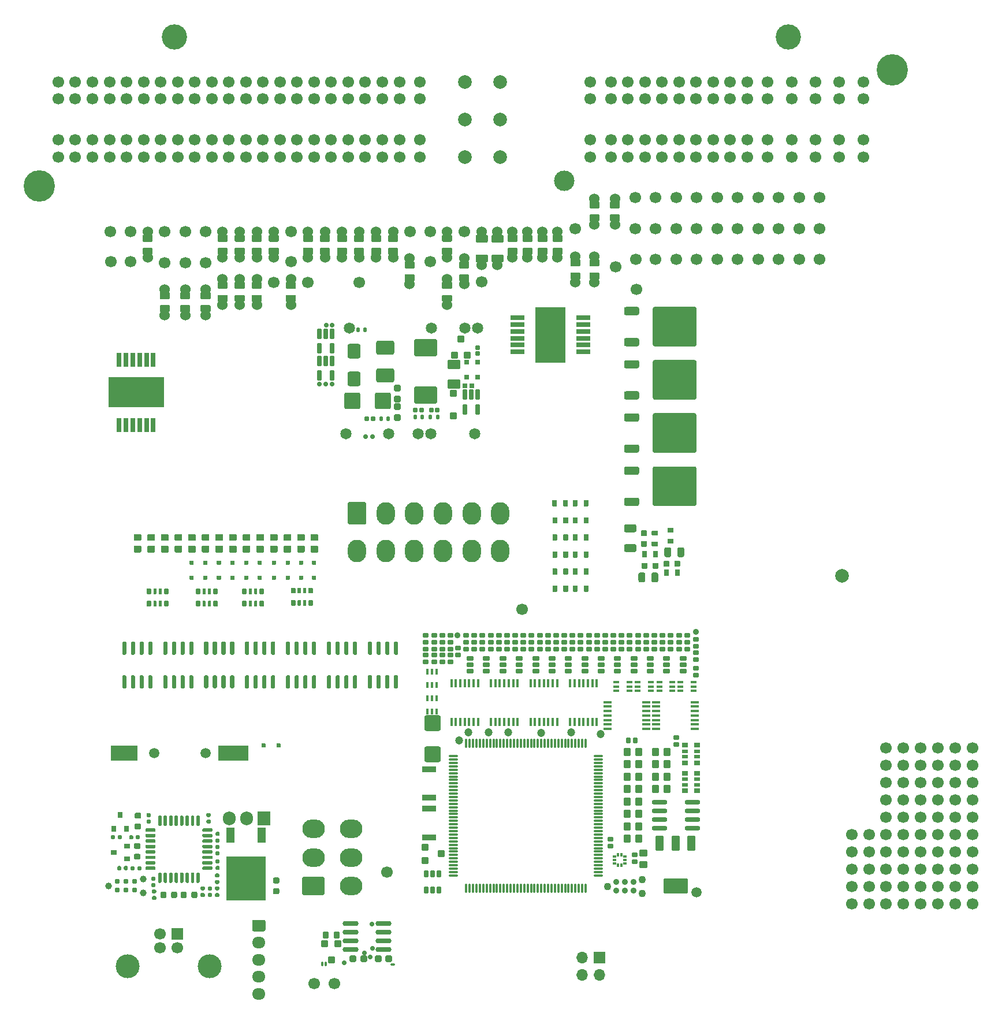
<source format=gts>
G75*
G70*
%OFA0B0*%
%FSLAX25Y25*%
%IPPOS*%
%LPD*%
%AMOC8*
5,1,8,0,0,1.08239X$1,22.5*
%
%AMM168*
21,1,0.039370,0.030320,-0.000000,-0.000000,270.000000*
21,1,0.028350,0.041340,-0.000000,-0.000000,270.000000*
1,1,0.011020,-0.015160,-0.014170*
1,1,0.011020,-0.015160,0.014170*
1,1,0.011020,0.015160,0.014170*
1,1,0.011020,0.015160,-0.014170*
%
%AMM169*
21,1,0.047240,0.075980,-0.000000,-0.000000,180.000000*
21,1,0.034650,0.088580,-0.000000,-0.000000,180.000000*
1,1,0.012600,-0.017320,0.037990*
1,1,0.012600,0.017320,0.037990*
1,1,0.012600,0.017320,-0.037990*
1,1,0.012600,-0.017320,-0.037990*
%
%AMM170*
21,1,0.047240,0.075990,-0.000000,-0.000000,180.000000*
21,1,0.034650,0.088580,-0.000000,-0.000000,180.000000*
1,1,0.012600,-0.017320,0.037990*
1,1,0.012600,0.017320,0.037990*
1,1,0.012600,0.017320,-0.037990*
1,1,0.012600,-0.017320,-0.037990*
%
%AMM171*
21,1,0.141730,0.067720,-0.000000,-0.000000,180.000000*
21,1,0.120870,0.088580,-0.000000,-0.000000,180.000000*
1,1,0.020870,-0.060430,0.033860*
1,1,0.020870,0.060430,0.033860*
1,1,0.020870,0.060430,-0.033860*
1,1,0.020870,-0.060430,-0.033860*
%
%AMM172*
21,1,0.043310,0.035430,-0.000000,-0.000000,180.000000*
21,1,0.031500,0.047240,-0.000000,-0.000000,180.000000*
1,1,0.011810,-0.015750,0.017720*
1,1,0.011810,0.015750,0.017720*
1,1,0.011810,0.015750,-0.017720*
1,1,0.011810,-0.015750,-0.017720*
%
%AMM173*
21,1,0.027560,0.030710,-0.000000,-0.000000,0.000000*
21,1,0.018900,0.039370,-0.000000,-0.000000,0.000000*
1,1,0.008660,0.009450,-0.015350*
1,1,0.008660,-0.009450,-0.015350*
1,1,0.008660,-0.009450,0.015350*
1,1,0.008660,0.009450,0.015350*
%
%AMM174*
21,1,0.031500,0.018900,-0.000000,-0.000000,0.000000*
21,1,0.022840,0.027560,-0.000000,-0.000000,0.000000*
1,1,0.008660,0.011420,-0.009450*
1,1,0.008660,-0.011420,-0.009450*
1,1,0.008660,-0.011420,0.009450*
1,1,0.008660,0.011420,0.009450*
%
%AMM175*
21,1,0.027560,0.030710,-0.000000,-0.000000,90.000000*
21,1,0.018900,0.039370,-0.000000,-0.000000,90.000000*
1,1,0.008660,0.015350,0.009450*
1,1,0.008660,0.015350,-0.009450*
1,1,0.008660,-0.015350,-0.009450*
1,1,0.008660,-0.015350,0.009450*
%
%AMM176*
21,1,0.090550,0.073230,-0.000000,-0.000000,270.000000*
21,1,0.069290,0.094490,-0.000000,-0.000000,270.000000*
1,1,0.021260,-0.036610,-0.034650*
1,1,0.021260,-0.036610,0.034650*
1,1,0.021260,0.036610,0.034650*
1,1,0.021260,0.036610,-0.034650*
%
%AMM177*
21,1,0.029530,0.026380,-0.000000,-0.000000,270.000000*
21,1,0.020470,0.035430,-0.000000,-0.000000,270.000000*
1,1,0.009060,-0.013190,-0.010240*
1,1,0.009060,-0.013190,0.010240*
1,1,0.009060,0.013190,0.010240*
1,1,0.009060,0.013190,-0.010240*
%
%AMM178*
21,1,0.021650,0.027950,-0.000000,-0.000000,270.000000*
21,1,0.014170,0.035430,-0.000000,-0.000000,270.000000*
1,1,0.007480,-0.013980,-0.007090*
1,1,0.007480,-0.013980,0.007090*
1,1,0.007480,0.013980,0.007090*
1,1,0.007480,0.013980,-0.007090*
%
%AMM179*
21,1,0.035430,0.072440,-0.000000,-0.000000,270.000000*
21,1,0.025200,0.082680,-0.000000,-0.000000,270.000000*
1,1,0.010240,-0.036220,-0.012600*
1,1,0.010240,-0.036220,0.012600*
1,1,0.010240,0.036220,0.012600*
1,1,0.010240,0.036220,-0.012600*
%
%AMM180*
21,1,0.016540,0.028980,-0.000000,-0.000000,270.000000*
21,1,0.010080,0.035430,-0.000000,-0.000000,270.000000*
1,1,0.006460,-0.014490,-0.005040*
1,1,0.006460,-0.014490,0.005040*
1,1,0.006460,0.014490,0.005040*
1,1,0.006460,0.014490,-0.005040*
%
%AMM181*
21,1,0.016540,0.028980,-0.000000,-0.000000,0.000000*
21,1,0.010080,0.035430,-0.000000,-0.000000,0.000000*
1,1,0.006460,0.005040,-0.014490*
1,1,0.006460,-0.005040,-0.014490*
1,1,0.006460,-0.005040,0.014490*
1,1,0.006460,0.005040,0.014490*
%
%AMM182*
21,1,0.043310,0.035430,-0.000000,-0.000000,90.000000*
21,1,0.031500,0.047240,-0.000000,-0.000000,90.000000*
1,1,0.011810,0.017720,0.015750*
1,1,0.011810,0.017720,-0.015750*
1,1,0.011810,-0.017720,-0.015750*
1,1,0.011810,-0.017720,0.015750*
%
%AMM183*
21,1,0.031500,0.018900,-0.000000,-0.000000,270.000000*
21,1,0.022840,0.027560,-0.000000,-0.000000,270.000000*
1,1,0.008660,-0.009450,-0.011420*
1,1,0.008660,-0.009450,0.011420*
1,1,0.008660,0.009450,0.011420*
1,1,0.008660,0.009450,-0.011420*
%
%AMM287*
21,1,0.092130,0.073230,0.000000,-0.000000,180.000000*
21,1,0.069290,0.096060,0.000000,-0.000000,180.000000*
1,1,0.022840,-0.034650,0.036610*
1,1,0.022840,0.034650,0.036610*
1,1,0.022840,0.034650,-0.036610*
1,1,0.022840,-0.034650,-0.036610*
%
%AMM288*
21,1,0.100000,0.111020,0.000000,-0.000000,270.000000*
21,1,0.075590,0.135430,0.000000,-0.000000,270.000000*
1,1,0.024410,-0.055510,-0.037800*
1,1,0.024410,-0.055510,0.037800*
1,1,0.024410,0.055510,0.037800*
1,1,0.024410,0.055510,-0.037800*
%
%AMM289*
21,1,0.080320,0.083460,0.000000,-0.000000,270.000000*
21,1,0.059840,0.103940,0.000000,-0.000000,270.000000*
1,1,0.020470,-0.041730,-0.029920*
1,1,0.020470,-0.041730,0.029920*
1,1,0.020470,0.041730,0.029920*
1,1,0.020470,0.041730,-0.029920*
%
%AMM290*
21,1,0.084250,0.053540,0.000000,-0.000000,90.000000*
21,1,0.065350,0.072440,0.000000,-0.000000,90.000000*
1,1,0.018900,0.026770,0.032680*
1,1,0.018900,0.026770,-0.032680*
1,1,0.018900,-0.026770,-0.032680*
1,1,0.018900,-0.026770,0.032680*
%
%AMM291*
21,1,0.040950,0.030320,0.000000,-0.000000,0.000000*
21,1,0.028350,0.042910,0.000000,-0.000000,0.000000*
1,1,0.012600,0.014170,-0.015160*
1,1,0.012600,-0.014170,-0.015160*
1,1,0.012600,-0.014170,0.015160*
1,1,0.012600,0.014170,0.015160*
%
%AMM292*
21,1,0.027170,0.052760,0.000000,-0.000000,180.000000*
21,1,0.017320,0.062600,0.000000,-0.000000,180.000000*
1,1,0.009840,-0.008660,0.026380*
1,1,0.009840,0.008660,0.026380*
1,1,0.009840,0.008660,-0.026380*
1,1,0.009840,-0.008660,-0.026380*
%
%AMM293*
21,1,0.041340,0.026770,0.000000,-0.000000,270.000000*
21,1,0.029130,0.038980,0.000000,-0.000000,270.000000*
1,1,0.012210,-0.013390,-0.014570*
1,1,0.012210,-0.013390,0.014570*
1,1,0.012210,0.013390,0.014570*
1,1,0.012210,0.013390,-0.014570*
%
%AMM294*
21,1,0.076380,0.036220,0.000000,-0.000000,0.000000*
21,1,0.061810,0.050790,0.000000,-0.000000,0.000000*
1,1,0.014570,0.030910,-0.018110*
1,1,0.014570,-0.030910,-0.018110*
1,1,0.014570,-0.030910,0.018110*
1,1,0.014570,0.030910,0.018110*
%
%AMM295*
21,1,0.038980,0.026770,0.000000,-0.000000,270.000000*
21,1,0.026770,0.038980,0.000000,-0.000000,270.000000*
1,1,0.012210,-0.013390,-0.013390*
1,1,0.012210,-0.013390,0.013390*
1,1,0.012210,0.013390,0.013390*
1,1,0.012210,0.013390,-0.013390*
%
%AMM296*
21,1,0.021260,0.016540,0.000000,-0.000000,180.000000*
21,1,0.012600,0.025200,0.000000,-0.000000,180.000000*
1,1,0.008660,-0.006300,0.008270*
1,1,0.008660,0.006300,0.008270*
1,1,0.008660,0.006300,-0.008270*
1,1,0.008660,-0.006300,-0.008270*
%
%AMM297*
21,1,0.029130,0.018900,0.000000,-0.000000,0.000000*
21,1,0.018900,0.029130,0.000000,-0.000000,0.000000*
1,1,0.010240,0.009450,-0.009450*
1,1,0.010240,-0.009450,-0.009450*
1,1,0.010240,-0.009450,0.009450*
1,1,0.010240,0.009450,0.009450*
%
%AMM298*
21,1,0.025200,0.019680,0.000000,-0.000000,270.000000*
21,1,0.015750,0.029130,0.000000,-0.000000,270.000000*
1,1,0.009450,-0.009840,-0.007870*
1,1,0.009450,-0.009840,0.007870*
1,1,0.009450,0.009840,0.007870*
1,1,0.009450,0.009840,-0.007870*
%
%AMM299*
21,1,0.025200,0.019680,0.000000,-0.000000,180.000000*
21,1,0.015750,0.029130,0.000000,-0.000000,180.000000*
1,1,0.009450,-0.007870,0.009840*
1,1,0.009450,0.007870,0.009840*
1,1,0.009450,0.007870,-0.009840*
1,1,0.009450,-0.007870,-0.009840*
%
%AMM77*
21,1,0.038980,0.026770,0.000000,0.000000,0.000000*
21,1,0.026770,0.038980,0.000000,0.000000,0.000000*
1,1,0.012210,0.013390,-0.013390*
1,1,0.012210,-0.013390,-0.013390*
1,1,0.012210,-0.013390,0.013390*
1,1,0.012210,0.013390,0.013390*
%
%AMM92*
21,1,0.040950,0.030320,0.000000,0.000000,180.000000*
21,1,0.028350,0.042910,0.000000,0.000000,180.000000*
1,1,0.012600,-0.014170,0.015160*
1,1,0.012600,0.014170,0.015160*
1,1,0.012600,0.014170,-0.015160*
1,1,0.012600,-0.014170,-0.015160*
%
%AMM93*
21,1,0.033070,0.030710,0.000000,0.000000,180.000000*
21,1,0.022050,0.041730,0.000000,0.000000,180.000000*
1,1,0.011020,-0.011020,0.015350*
1,1,0.011020,0.011020,0.015350*
1,1,0.011020,0.011020,-0.015350*
1,1,0.011020,-0.011020,-0.015350*
%
%ADD11C,0.06693*%
%ADD12O,0.07677X0.06693*%
%ADD125C,0.03100*%
%ADD127C,0.03900*%
%ADD13C,0.06000*%
%ADD130O,0.01260X0.05512*%
%ADD131O,0.05512X0.01260*%
%ADD138C,0.03494*%
%ADD14C,0.07874*%
%ADD142C,0.03543*%
%ADD146O,0.01575X0.04724*%
%ADD147O,0.04724X0.01575*%
%ADD149O,0.09055X0.02756*%
%ADD15R,0.06693X0.06693*%
%ADD151R,0.01870X0.01772*%
%ADD152R,0.01772X0.01870*%
%ADD155C,0.04294*%
%ADD156C,0.04724*%
%ADD16C,0.13780*%
%ADD17C,0.02362*%
%ADD224M77*%
%ADD229C,0.02913*%
%ADD230C,0.06457*%
%ADD254R,0.07874X0.02559*%
%ADD255R,0.17717X0.31890*%
%ADD257R,0.03543X0.03150*%
%ADD258R,0.04724X0.08661*%
%ADD259C,0.05118*%
%ADD260R,0.22835X0.25197*%
%ADD261R,0.03150X0.03543*%
%ADD262R,0.07500X0.07874*%
%ADD263O,0.07500X0.07874*%
%ADD27C,0.11811*%
%ADD270O,0.02520X0.01535*%
%ADD271O,0.01535X0.02520*%
%ADD272M92*%
%ADD273O,0.09213X0.02913*%
%ADD274M93*%
%ADD35O,0.12992X0.10630*%
%ADD371M168*%
%ADD372M169*%
%ADD373M170*%
%ADD374M171*%
%ADD375M172*%
%ADD376M173*%
%ADD377M174*%
%ADD378M175*%
%ADD379M176*%
%ADD380M177*%
%ADD381M178*%
%ADD382M179*%
%ADD383M180*%
%ADD384M181*%
%ADD385M182*%
%ADD386M183*%
%ADD47O,0.06693X0.06693*%
%ADD493M287*%
%ADD494M288*%
%ADD495M289*%
%ADD496M290*%
%ADD497M291*%
%ADD498M292*%
%ADD499M293*%
%ADD500M294*%
%ADD501M295*%
%ADD502M296*%
%ADD503M297*%
%ADD504M298*%
%ADD505M299*%
%ADD517R,0.02559X0.07874*%
%ADD518R,0.31890X0.17717*%
%ADD53C,0.05906*%
%ADD63R,0.17323X0.09055*%
%ADD64R,0.15748X0.09055*%
%ADD65O,0.10630X0.12992*%
%ADD75O,0.01969X0.00984*%
%ADD77O,0.00984X0.01969*%
%ADD85C,0.18110*%
%ADD86C,0.14567*%
X0000000Y0000000D02*
%LPD*%
G01*
D11*
X0411417Y0505906D03*
G36*
G01*
X0191240Y0089173D02*
X0196949Y0089173D01*
G75*
G02*
X0197933Y0088189I0000000J-000984D01*
G01*
X0197933Y0083465D01*
G75*
G02*
X0196949Y0082480I-000984J0000000D01*
G01*
X0191240Y0082480D01*
G75*
G02*
X0190256Y0083465I0000000J0000984D01*
G01*
X0190256Y0088189D01*
G75*
G02*
X0191240Y0089173I0000984J0000000D01*
G01*
G37*
D12*
X0194094Y0075984D03*
X0194094Y0066142D03*
X0194094Y0056299D03*
X0194094Y0046457D03*
D11*
X0505906Y0470472D03*
X0446850Y0488189D03*
D13*
X0331890Y0486220D03*
G36*
G01*
X0328346Y0480925D02*
X0328346Y0483642D01*
G75*
G02*
X0329252Y0484547I0000906J0000000D01*
G01*
X0334528Y0484547D01*
G75*
G02*
X0335433Y0483642I0000000J-000906D01*
G01*
X0335433Y0480925D01*
G75*
G02*
X0334528Y0480020I-000906J0000000D01*
G01*
X0329252Y0480020D01*
G75*
G02*
X0328346Y0480925I0000000J0000906D01*
G01*
G37*
G36*
G01*
X0328346Y0469508D02*
X0328346Y0472224D01*
G75*
G02*
X0329252Y0473130I0000906J0000000D01*
G01*
X0334528Y0473130D01*
G75*
G02*
X0335433Y0472224I0000000J-000906D01*
G01*
X0335433Y0469508D01*
G75*
G02*
X0334528Y0468602I-000906J0000000D01*
G01*
X0329252Y0468602D01*
G75*
G02*
X0328346Y0469508I0000000J0000906D01*
G01*
G37*
X0331890Y0466929D03*
G36*
G01*
X0164331Y0222638D02*
X0163150Y0222638D01*
G75*
G02*
X0162559Y0223228I0000000J0000591D01*
G01*
X0162559Y0229724D01*
G75*
G02*
X0163150Y0230315I0000591J0000000D01*
G01*
X0164331Y0230315D01*
G75*
G02*
X0164921Y0229724I0000000J-000591D01*
G01*
X0164921Y0223228D01*
G75*
G02*
X0164331Y0222638I-000591J0000000D01*
G01*
G37*
G36*
G01*
X0169331Y0222638D02*
X0168150Y0222638D01*
G75*
G02*
X0167559Y0223228I0000000J0000591D01*
G01*
X0167559Y0229724D01*
G75*
G02*
X0168150Y0230315I0000591J0000000D01*
G01*
X0169331Y0230315D01*
G75*
G02*
X0169921Y0229724I0000000J-000591D01*
G01*
X0169921Y0223228D01*
G75*
G02*
X0169331Y0222638I-000591J0000000D01*
G01*
G37*
G36*
G01*
X0174331Y0222638D02*
X0173150Y0222638D01*
G75*
G02*
X0172559Y0223228I0000000J0000591D01*
G01*
X0172559Y0229724D01*
G75*
G02*
X0173150Y0230315I0000591J0000000D01*
G01*
X0174331Y0230315D01*
G75*
G02*
X0174921Y0229724I0000000J-000591D01*
G01*
X0174921Y0223228D01*
G75*
G02*
X0174331Y0222638I-000591J0000000D01*
G01*
G37*
G36*
G01*
X0179331Y0222638D02*
X0178150Y0222638D01*
G75*
G02*
X0177559Y0223228I0000000J0000591D01*
G01*
X0177559Y0229724D01*
G75*
G02*
X0178150Y0230315I0000591J0000000D01*
G01*
X0179331Y0230315D01*
G75*
G02*
X0179921Y0229724I0000000J-000591D01*
G01*
X0179921Y0223228D01*
G75*
G02*
X0179331Y0222638I-000591J0000000D01*
G01*
G37*
G36*
G01*
X0179331Y0242126D02*
X0178150Y0242126D01*
G75*
G02*
X0177559Y0242717I0000000J0000591D01*
G01*
X0177559Y0249213D01*
G75*
G02*
X0178150Y0249803I0000591J0000000D01*
G01*
X0179331Y0249803D01*
G75*
G02*
X0179921Y0249213I0000000J-000591D01*
G01*
X0179921Y0242717D01*
G75*
G02*
X0179331Y0242126I-000591J0000000D01*
G01*
G37*
G36*
G01*
X0174331Y0242126D02*
X0173150Y0242126D01*
G75*
G02*
X0172559Y0242717I0000000J0000591D01*
G01*
X0172559Y0249213D01*
G75*
G02*
X0173150Y0249803I0000591J0000000D01*
G01*
X0174331Y0249803D01*
G75*
G02*
X0174921Y0249213I0000000J-000591D01*
G01*
X0174921Y0242717D01*
G75*
G02*
X0174331Y0242126I-000591J0000000D01*
G01*
G37*
G36*
G01*
X0169331Y0242126D02*
X0168150Y0242126D01*
G75*
G02*
X0167559Y0242717I0000000J0000591D01*
G01*
X0167559Y0249213D01*
G75*
G02*
X0168150Y0249803I0000591J0000000D01*
G01*
X0169331Y0249803D01*
G75*
G02*
X0169921Y0249213I0000000J-000591D01*
G01*
X0169921Y0242717D01*
G75*
G02*
X0169331Y0242126I-000591J0000000D01*
G01*
G37*
G36*
G01*
X0164331Y0242126D02*
X0163150Y0242126D01*
G75*
G02*
X0162559Y0242717I0000000J0000591D01*
G01*
X0162559Y0249213D01*
G75*
G02*
X0163150Y0249803I0000591J0000000D01*
G01*
X0164331Y0249803D01*
G75*
G02*
X0164921Y0249213I0000000J-000591D01*
G01*
X0164921Y0242717D01*
G75*
G02*
X0164331Y0242126I-000591J0000000D01*
G01*
G37*
D11*
X0268110Y0116535D03*
G36*
G01*
X0375394Y0298465D02*
X0375394Y0301535D01*
G75*
G02*
X0375669Y0301811I0000276J0000000D01*
G01*
X0377874Y0301811D01*
G75*
G02*
X0378150Y0301535I0000000J-000276D01*
G01*
X0378150Y0298465D01*
G75*
G02*
X0377874Y0298189I-000276J0000000D01*
G01*
X0375669Y0298189D01*
G75*
G02*
X0375394Y0298465I0000000J0000276D01*
G01*
G37*
G36*
G01*
X0381693Y0298465D02*
X0381693Y0301535D01*
G75*
G02*
X0381969Y0301811I0000276J0000000D01*
G01*
X0384173Y0301811D01*
G75*
G02*
X0384449Y0301535I0000000J-000276D01*
G01*
X0384449Y0298465D01*
G75*
G02*
X0384173Y0298189I-000276J0000000D01*
G01*
X0381969Y0298189D01*
G75*
G02*
X0381693Y0298465I0000000J0000276D01*
G01*
G37*
X0482283Y0505906D03*
G36*
G01*
X0258839Y0222638D02*
X0257657Y0222638D01*
G75*
G02*
X0257067Y0223228I0000000J0000591D01*
G01*
X0257067Y0229724D01*
G75*
G02*
X0257657Y0230315I0000591J0000000D01*
G01*
X0258839Y0230315D01*
G75*
G02*
X0259429Y0229724I0000000J-000591D01*
G01*
X0259429Y0223228D01*
G75*
G02*
X0258839Y0222638I-000591J0000000D01*
G01*
G37*
G36*
G01*
X0263839Y0222638D02*
X0262657Y0222638D01*
G75*
G02*
X0262067Y0223228I0000000J0000591D01*
G01*
X0262067Y0229724D01*
G75*
G02*
X0262657Y0230315I0000591J0000000D01*
G01*
X0263839Y0230315D01*
G75*
G02*
X0264429Y0229724I0000000J-000591D01*
G01*
X0264429Y0223228D01*
G75*
G02*
X0263839Y0222638I-000591J0000000D01*
G01*
G37*
G36*
G01*
X0268839Y0222638D02*
X0267657Y0222638D01*
G75*
G02*
X0267067Y0223228I0000000J0000591D01*
G01*
X0267067Y0229724D01*
G75*
G02*
X0267657Y0230315I0000591J0000000D01*
G01*
X0268839Y0230315D01*
G75*
G02*
X0269429Y0229724I0000000J-000591D01*
G01*
X0269429Y0223228D01*
G75*
G02*
X0268839Y0222638I-000591J0000000D01*
G01*
G37*
G36*
G01*
X0273839Y0222638D02*
X0272657Y0222638D01*
G75*
G02*
X0272067Y0223228I0000000J0000591D01*
G01*
X0272067Y0229724D01*
G75*
G02*
X0272657Y0230315I0000591J0000000D01*
G01*
X0273839Y0230315D01*
G75*
G02*
X0274429Y0229724I0000000J-000591D01*
G01*
X0274429Y0223228D01*
G75*
G02*
X0273839Y0222638I-000591J0000000D01*
G01*
G37*
G36*
G01*
X0273839Y0242126D02*
X0272657Y0242126D01*
G75*
G02*
X0272067Y0242717I0000000J0000591D01*
G01*
X0272067Y0249213D01*
G75*
G02*
X0272657Y0249803I0000591J0000000D01*
G01*
X0273839Y0249803D01*
G75*
G02*
X0274429Y0249213I0000000J-000591D01*
G01*
X0274429Y0242717D01*
G75*
G02*
X0273839Y0242126I-000591J0000000D01*
G01*
G37*
G36*
G01*
X0268839Y0242126D02*
X0267657Y0242126D01*
G75*
G02*
X0267067Y0242717I0000000J0000591D01*
G01*
X0267067Y0249213D01*
G75*
G02*
X0267657Y0249803I0000591J0000000D01*
G01*
X0268839Y0249803D01*
G75*
G02*
X0269429Y0249213I0000000J-000591D01*
G01*
X0269429Y0242717D01*
G75*
G02*
X0268839Y0242126I-000591J0000000D01*
G01*
G37*
G36*
G01*
X0263839Y0242126D02*
X0262657Y0242126D01*
G75*
G02*
X0262067Y0242717I0000000J0000591D01*
G01*
X0262067Y0249213D01*
G75*
G02*
X0262657Y0249803I0000591J0000000D01*
G01*
X0263839Y0249803D01*
G75*
G02*
X0264429Y0249213I0000000J-000591D01*
G01*
X0264429Y0242717D01*
G75*
G02*
X0263839Y0242126I-000591J0000000D01*
G01*
G37*
G36*
G01*
X0258839Y0242126D02*
X0257657Y0242126D01*
G75*
G02*
X0257067Y0242717I0000000J0000591D01*
G01*
X0257067Y0249213D01*
G75*
G02*
X0257657Y0249803I0000591J0000000D01*
G01*
X0258839Y0249803D01*
G75*
G02*
X0259429Y0249213I0000000J-000591D01*
G01*
X0259429Y0242717D01*
G75*
G02*
X0258839Y0242126I-000591J0000000D01*
G01*
G37*
X0596089Y0098208D03*
X0596089Y0108208D03*
X0596089Y0118208D03*
X0596089Y0128208D03*
X0596089Y0138208D03*
X0606089Y0098208D03*
X0606089Y0108208D03*
X0606089Y0118208D03*
X0606089Y0128208D03*
X0606089Y0138208D03*
X0312598Y0486240D03*
D85*
X0067569Y0512795D03*
D86*
X0145325Y0598819D03*
D27*
X0370522Y0515748D03*
D86*
X0499656Y0598819D03*
D85*
X0559695Y0579724D03*
D11*
X0542963Y0572835D03*
X0529183Y0572835D03*
X0515404Y0572835D03*
X0501624Y0572835D03*
X0487844Y0572835D03*
X0476033Y0572835D03*
X0466191Y0572835D03*
X0456348Y0572835D03*
X0446506Y0572835D03*
X0436663Y0572835D03*
X0426821Y0572835D03*
X0416978Y0572835D03*
X0407136Y0572835D03*
X0397293Y0572835D03*
X0385482Y0572835D03*
X0542963Y0562992D03*
X0529183Y0562992D03*
X0515404Y0562992D03*
X0501624Y0562992D03*
X0487844Y0562992D03*
X0476033Y0562992D03*
X0466191Y0562992D03*
X0456348Y0562992D03*
X0446506Y0562992D03*
X0436663Y0562992D03*
X0426821Y0562992D03*
X0416978Y0562992D03*
X0407136Y0562992D03*
X0397293Y0562992D03*
X0385482Y0562992D03*
X0542963Y0539370D03*
X0529183Y0539370D03*
X0515404Y0539370D03*
X0501624Y0539370D03*
X0487844Y0539370D03*
X0476033Y0539370D03*
X0466191Y0539370D03*
X0456348Y0539370D03*
X0446506Y0539370D03*
X0436663Y0539370D03*
X0426821Y0539370D03*
X0416978Y0539370D03*
X0407136Y0539370D03*
X0397293Y0539370D03*
X0385482Y0539370D03*
X0542963Y0529528D03*
X0529183Y0529528D03*
X0515404Y0529528D03*
X0501624Y0529528D03*
X0487844Y0529528D03*
X0476033Y0529528D03*
X0466191Y0529528D03*
X0456348Y0529528D03*
X0446506Y0529528D03*
X0436663Y0529528D03*
X0426821Y0529528D03*
X0416978Y0529528D03*
X0407136Y0529528D03*
X0397293Y0529528D03*
X0385482Y0529528D03*
D14*
X0333514Y0572835D03*
X0313041Y0572835D03*
X0333514Y0551181D03*
X0313041Y0551181D03*
X0333514Y0529528D03*
X0313041Y0529528D03*
D11*
X0287057Y0572835D03*
X0275246Y0572835D03*
X0265404Y0572835D03*
X0255561Y0572835D03*
X0245719Y0572835D03*
X0235876Y0572835D03*
X0226033Y0572835D03*
X0216191Y0572835D03*
X0206348Y0572835D03*
X0196506Y0572835D03*
X0186663Y0572835D03*
X0176821Y0572835D03*
X0166978Y0572835D03*
X0157136Y0572835D03*
X0147293Y0572835D03*
X0137451Y0572835D03*
X0127608Y0572835D03*
X0117766Y0572835D03*
X0107923Y0572835D03*
X0098081Y0572835D03*
X0088238Y0572835D03*
X0078396Y0572835D03*
X0287057Y0562992D03*
X0275246Y0562992D03*
X0265404Y0562992D03*
X0255561Y0562992D03*
X0245719Y0562992D03*
X0235876Y0562992D03*
X0226033Y0562992D03*
X0216191Y0562992D03*
X0206348Y0562992D03*
X0196506Y0562992D03*
X0186663Y0562992D03*
X0176821Y0562992D03*
X0166978Y0562992D03*
X0157136Y0562992D03*
X0147293Y0562992D03*
X0137451Y0562992D03*
X0127608Y0562992D03*
X0117766Y0562992D03*
X0107923Y0562992D03*
X0098081Y0562992D03*
X0088238Y0562992D03*
X0078396Y0562992D03*
X0287057Y0539370D03*
X0275246Y0539370D03*
X0265404Y0539370D03*
X0255561Y0539370D03*
X0245719Y0539370D03*
X0235876Y0539370D03*
X0226033Y0539370D03*
X0216191Y0539370D03*
X0206348Y0539370D03*
X0196506Y0539370D03*
X0186663Y0539370D03*
X0176821Y0539370D03*
X0166978Y0539370D03*
X0157136Y0539370D03*
X0147293Y0539370D03*
X0137451Y0539370D03*
X0127608Y0539370D03*
X0117766Y0539370D03*
X0107923Y0539370D03*
X0098081Y0539370D03*
X0088238Y0539370D03*
X0078396Y0539370D03*
X0287057Y0529528D03*
X0275246Y0529528D03*
X0265404Y0529528D03*
X0255561Y0529528D03*
X0245719Y0529528D03*
X0235876Y0529528D03*
X0226033Y0529528D03*
X0216191Y0529528D03*
X0206348Y0529528D03*
X0196506Y0529528D03*
X0186663Y0529528D03*
X0176821Y0529528D03*
X0166978Y0529528D03*
X0157136Y0529528D03*
X0147293Y0529528D03*
X0137451Y0529528D03*
X0127608Y0529528D03*
X0117766Y0529528D03*
X0107923Y0529528D03*
X0098081Y0529528D03*
X0088238Y0529528D03*
X0078396Y0529528D03*
D13*
X0163386Y0438169D03*
G36*
G01*
X0165846Y0439961D02*
X0160925Y0439961D01*
G75*
G02*
X0160531Y0440354I0000000J0000394D01*
G01*
X0160531Y0443504D01*
G75*
G02*
X0160925Y0443898I0000394J0000000D01*
G01*
X0165846Y0443898D01*
G75*
G02*
X0166240Y0443504I0000000J-000394D01*
G01*
X0166240Y0440354D01*
G75*
G02*
X0165846Y0439961I-000394J0000000D01*
G01*
G37*
G36*
G01*
X0165846Y0447441D02*
X0160925Y0447441D01*
G75*
G02*
X0160531Y0447835I0000000J0000394D01*
G01*
X0160531Y0450984D01*
G75*
G02*
X0160925Y0451378I0000394J0000000D01*
G01*
X0165846Y0451378D01*
G75*
G02*
X0166240Y0450984I0000000J-000394D01*
G01*
X0166240Y0447835D01*
G75*
G02*
X0165846Y0447441I-000394J0000000D01*
G01*
G37*
X0163386Y0453169D03*
D11*
X0458661Y0505906D03*
D13*
X0139764Y0438169D03*
G36*
G01*
X0142224Y0439961D02*
X0137303Y0439961D01*
G75*
G02*
X0136909Y0440354I0000000J0000394D01*
G01*
X0136909Y0443504D01*
G75*
G02*
X0137303Y0443898I0000394J0000000D01*
G01*
X0142224Y0443898D01*
G75*
G02*
X0142618Y0443504I0000000J-000394D01*
G01*
X0142618Y0440354D01*
G75*
G02*
X0142224Y0439961I-000394J0000000D01*
G01*
G37*
G36*
G01*
X0142224Y0447441D02*
X0137303Y0447441D01*
G75*
G02*
X0136909Y0447835I0000000J0000394D01*
G01*
X0136909Y0450984D01*
G75*
G02*
X0137303Y0451378I0000394J0000000D01*
G01*
X0142224Y0451378D01*
G75*
G02*
X0142618Y0450984I0000000J-000394D01*
G01*
X0142618Y0447835D01*
G75*
G02*
X0142224Y0447441I-000394J0000000D01*
G01*
G37*
X0139764Y0453169D03*
D11*
X0411811Y0470472D03*
X0237598Y0052461D03*
X0458661Y0488189D03*
X0322835Y0457480D03*
G36*
G01*
X0177362Y0311811D02*
X0180906Y0311811D01*
G75*
G02*
X0181299Y0311417I0000000J-000394D01*
G01*
X0181299Y0308268D01*
G75*
G02*
X0180906Y0307874I-000394J0000000D01*
G01*
X0177362Y0307874D01*
G75*
G02*
X0176969Y0308268I0000000J0000394D01*
G01*
X0176969Y0311417D01*
G75*
G02*
X0177362Y0311811I0000394J0000000D01*
G01*
G37*
G36*
G01*
X0177362Y0305118D02*
X0180906Y0305118D01*
G75*
G02*
X0181299Y0304724I0000000J-000394D01*
G01*
X0181299Y0301575D01*
G75*
G02*
X0180906Y0301181I-000394J0000000D01*
G01*
X0177362Y0301181D01*
G75*
G02*
X0176969Y0301575I0000000J0000394D01*
G01*
X0176969Y0304724D01*
G75*
G02*
X0177362Y0305118I0000394J0000000D01*
G01*
G37*
D13*
X0183071Y0471240D03*
G36*
G01*
X0185531Y0473031D02*
X0180610Y0473031D01*
G75*
G02*
X0180217Y0473425I0000000J0000394D01*
G01*
X0180217Y0476575D01*
G75*
G02*
X0180610Y0476968I0000394J0000000D01*
G01*
X0185531Y0476968D01*
G75*
G02*
X0185925Y0476575I0000000J-000394D01*
G01*
X0185925Y0473425D01*
G75*
G02*
X0185531Y0473031I-000394J0000000D01*
G01*
G37*
G36*
G01*
X0185531Y0480512D02*
X0180610Y0480512D01*
G75*
G02*
X0180217Y0480906I0000000J0000394D01*
G01*
X0180217Y0484055D01*
G75*
G02*
X0180610Y0484449I0000394J0000000D01*
G01*
X0185531Y0484449D01*
G75*
G02*
X0185925Y0484055I0000000J-000394D01*
G01*
X0185925Y0480906D01*
G75*
G02*
X0185531Y0480512I-000394J0000000D01*
G01*
G37*
X0183071Y0486240D03*
G36*
G01*
X0224852Y0285669D02*
X0224852Y0287559D01*
G75*
G02*
X0225089Y0287795I0000236J0000000D01*
G01*
X0226978Y0287795D01*
G75*
G02*
X0227215Y0287559I0000000J-000236D01*
G01*
X0227215Y0285669D01*
G75*
G02*
X0226978Y0285433I-000236J0000000D01*
G01*
X0225089Y0285433D01*
G75*
G02*
X0224852Y0285669I0000000J0000236D01*
G01*
G37*
G36*
G01*
X0224852Y0294331D02*
X0224852Y0296220D01*
G75*
G02*
X0225089Y0296457I0000236J0000000D01*
G01*
X0226978Y0296457D01*
G75*
G02*
X0227215Y0296220I0000000J-000236D01*
G01*
X0227215Y0294331D01*
G75*
G02*
X0226978Y0294094I-000236J0000000D01*
G01*
X0225089Y0294094D01*
G75*
G02*
X0224852Y0294331I0000000J0000236D01*
G01*
G37*
D11*
X0494094Y0488189D03*
G36*
G01*
X0363583Y0278780D02*
X0363583Y0281850D01*
G75*
G02*
X0363858Y0282126I0000276J0000000D01*
G01*
X0366063Y0282126D01*
G75*
G02*
X0366339Y0281850I0000000J-000276D01*
G01*
X0366339Y0278780D01*
G75*
G02*
X0366063Y0278504I-000276J0000000D01*
G01*
X0363858Y0278504D01*
G75*
G02*
X0363583Y0278780I0000000J0000276D01*
G01*
G37*
G36*
G01*
X0369882Y0278780D02*
X0369882Y0281850D01*
G75*
G02*
X0370157Y0282126I0000276J0000000D01*
G01*
X0372362Y0282126D01*
G75*
G02*
X0372638Y0281850I0000000J-000276D01*
G01*
X0372638Y0278780D01*
G75*
G02*
X0372362Y0278504I-000276J0000000D01*
G01*
X0370157Y0278504D01*
G75*
G02*
X0369882Y0278780I0000000J0000276D01*
G01*
G37*
G36*
G01*
X0235217Y0222638D02*
X0234035Y0222638D01*
G75*
G02*
X0233445Y0223228I0000000J0000591D01*
G01*
X0233445Y0229724D01*
G75*
G02*
X0234035Y0230315I0000591J0000000D01*
G01*
X0235217Y0230315D01*
G75*
G02*
X0235807Y0229724I0000000J-000591D01*
G01*
X0235807Y0223228D01*
G75*
G02*
X0235217Y0222638I-000591J0000000D01*
G01*
G37*
G36*
G01*
X0240217Y0222638D02*
X0239035Y0222638D01*
G75*
G02*
X0238445Y0223228I0000000J0000591D01*
G01*
X0238445Y0229724D01*
G75*
G02*
X0239035Y0230315I0000591J0000000D01*
G01*
X0240217Y0230315D01*
G75*
G02*
X0240807Y0229724I0000000J-000591D01*
G01*
X0240807Y0223228D01*
G75*
G02*
X0240217Y0222638I-000591J0000000D01*
G01*
G37*
G36*
G01*
X0245217Y0222638D02*
X0244035Y0222638D01*
G75*
G02*
X0243445Y0223228I0000000J0000591D01*
G01*
X0243445Y0229724D01*
G75*
G02*
X0244035Y0230315I0000591J0000000D01*
G01*
X0245217Y0230315D01*
G75*
G02*
X0245807Y0229724I0000000J-000591D01*
G01*
X0245807Y0223228D01*
G75*
G02*
X0245217Y0222638I-000591J0000000D01*
G01*
G37*
G36*
G01*
X0250217Y0222638D02*
X0249035Y0222638D01*
G75*
G02*
X0248445Y0223228I0000000J0000591D01*
G01*
X0248445Y0229724D01*
G75*
G02*
X0249035Y0230315I0000591J0000000D01*
G01*
X0250217Y0230315D01*
G75*
G02*
X0250807Y0229724I0000000J-000591D01*
G01*
X0250807Y0223228D01*
G75*
G02*
X0250217Y0222638I-000591J0000000D01*
G01*
G37*
G36*
G01*
X0250217Y0242126D02*
X0249035Y0242126D01*
G75*
G02*
X0248445Y0242717I0000000J0000591D01*
G01*
X0248445Y0249213D01*
G75*
G02*
X0249035Y0249803I0000591J0000000D01*
G01*
X0250217Y0249803D01*
G75*
G02*
X0250807Y0249213I0000000J-000591D01*
G01*
X0250807Y0242717D01*
G75*
G02*
X0250217Y0242126I-000591J0000000D01*
G01*
G37*
G36*
G01*
X0245217Y0242126D02*
X0244035Y0242126D01*
G75*
G02*
X0243445Y0242717I0000000J0000591D01*
G01*
X0243445Y0249213D01*
G75*
G02*
X0244035Y0249803I0000591J0000000D01*
G01*
X0245217Y0249803D01*
G75*
G02*
X0245807Y0249213I0000000J-000591D01*
G01*
X0245807Y0242717D01*
G75*
G02*
X0245217Y0242126I-000591J0000000D01*
G01*
G37*
G36*
G01*
X0240217Y0242126D02*
X0239035Y0242126D01*
G75*
G02*
X0238445Y0242717I0000000J0000591D01*
G01*
X0238445Y0249213D01*
G75*
G02*
X0239035Y0249803I0000591J0000000D01*
G01*
X0240217Y0249803D01*
G75*
G02*
X0240807Y0249213I0000000J-000591D01*
G01*
X0240807Y0242717D01*
G75*
G02*
X0240217Y0242126I-000591J0000000D01*
G01*
G37*
G36*
G01*
X0235217Y0242126D02*
X0234035Y0242126D01*
G75*
G02*
X0233445Y0242717I0000000J0000591D01*
G01*
X0233445Y0249213D01*
G75*
G02*
X0234035Y0249803I0000591J0000000D01*
G01*
X0235217Y0249803D01*
G75*
G02*
X0235807Y0249213I0000000J-000591D01*
G01*
X0235807Y0242717D01*
G75*
G02*
X0235217Y0242126I-000591J0000000D01*
G01*
G37*
G36*
G01*
X0217273Y0285669D02*
X0217273Y0287559D01*
G75*
G02*
X0217509Y0287795I0000236J0000000D01*
G01*
X0219399Y0287795D01*
G75*
G02*
X0219635Y0287559I0000000J-000236D01*
G01*
X0219635Y0285669D01*
G75*
G02*
X0219399Y0285433I-000236J0000000D01*
G01*
X0217509Y0285433D01*
G75*
G02*
X0217273Y0285669I0000000J0000236D01*
G01*
G37*
G36*
G01*
X0217273Y0294331D02*
X0217273Y0296220D01*
G75*
G02*
X0217509Y0296457I0000236J0000000D01*
G01*
X0219399Y0296457D01*
G75*
G02*
X0219635Y0296220I0000000J-000236D01*
G01*
X0219635Y0294331D01*
G75*
G02*
X0219399Y0294094I-000236J0000000D01*
G01*
X0217509Y0294094D01*
G75*
G02*
X0217273Y0294331I0000000J0000236D01*
G01*
G37*
G36*
G01*
X0157776Y0270335D02*
X0157776Y0272972D01*
G75*
G02*
X0158031Y0273228I0000256J0000000D01*
G01*
X0160079Y0273228D01*
G75*
G02*
X0160335Y0272972I0000000J-000256D01*
G01*
X0160335Y0270335D01*
G75*
G02*
X0160079Y0270079I-000256J0000000D01*
G01*
X0158031Y0270079D01*
G75*
G02*
X0157776Y0270335I0000000J0000256D01*
G01*
G37*
G36*
G01*
X0161614Y0270256D02*
X0161614Y0273051D01*
G75*
G02*
X0161791Y0273228I0000177J0000000D01*
G01*
X0163209Y0273228D01*
G75*
G02*
X0163386Y0273051I0000000J-000177D01*
G01*
X0163386Y0270256D01*
G75*
G02*
X0163209Y0270079I-000177J0000000D01*
G01*
X0161791Y0270079D01*
G75*
G02*
X0161614Y0270256I0000000J0000177D01*
G01*
G37*
G36*
G01*
X0164764Y0270256D02*
X0164764Y0273051D01*
G75*
G02*
X0164941Y0273228I0000177J0000000D01*
G01*
X0166358Y0273228D01*
G75*
G02*
X0166535Y0273051I0000000J-000177D01*
G01*
X0166535Y0270256D01*
G75*
G02*
X0166358Y0270079I-000177J0000000D01*
G01*
X0164941Y0270079D01*
G75*
G02*
X0164764Y0270256I0000000J0000177D01*
G01*
G37*
G36*
G01*
X0167815Y0270335D02*
X0167815Y0272972D01*
G75*
G02*
X0168071Y0273228I0000256J0000000D01*
G01*
X0170118Y0273228D01*
G75*
G02*
X0170374Y0272972I0000000J-000256D01*
G01*
X0170374Y0270335D01*
G75*
G02*
X0170118Y0270079I-000256J0000000D01*
G01*
X0168071Y0270079D01*
G75*
G02*
X0167815Y0270335I0000000J0000256D01*
G01*
G37*
G36*
G01*
X0167815Y0277421D02*
X0167815Y0280059D01*
G75*
G02*
X0168071Y0280315I0000256J0000000D01*
G01*
X0170118Y0280315D01*
G75*
G02*
X0170374Y0280059I0000000J-000256D01*
G01*
X0170374Y0277421D01*
G75*
G02*
X0170118Y0277165I-000256J0000000D01*
G01*
X0168071Y0277165D01*
G75*
G02*
X0167815Y0277421I0000000J0000256D01*
G01*
G37*
G36*
G01*
X0164764Y0277343D02*
X0164764Y0280138D01*
G75*
G02*
X0164941Y0280315I0000177J0000000D01*
G01*
X0166358Y0280315D01*
G75*
G02*
X0166535Y0280138I0000000J-000177D01*
G01*
X0166535Y0277343D01*
G75*
G02*
X0166358Y0277165I-000177J0000000D01*
G01*
X0164941Y0277165D01*
G75*
G02*
X0164764Y0277343I0000000J0000177D01*
G01*
G37*
G36*
G01*
X0161614Y0277343D02*
X0161614Y0280138D01*
G75*
G02*
X0161791Y0280315I0000177J0000000D01*
G01*
X0163209Y0280315D01*
G75*
G02*
X0163386Y0280138I0000000J-000177D01*
G01*
X0163386Y0277343D01*
G75*
G02*
X0163209Y0277165I-000177J0000000D01*
G01*
X0161791Y0277165D01*
G75*
G02*
X0161614Y0277343I0000000J0000177D01*
G01*
G37*
G36*
G01*
X0157776Y0277421D02*
X0157776Y0280059D01*
G75*
G02*
X0158031Y0280315I0000256J0000000D01*
G01*
X0160079Y0280315D01*
G75*
G02*
X0160335Y0280059I0000000J-000256D01*
G01*
X0160335Y0277421D01*
G75*
G02*
X0160079Y0277165I-000256J0000000D01*
G01*
X0158031Y0277165D01*
G75*
G02*
X0157776Y0277421I0000000J0000256D01*
G01*
G37*
D13*
X0212598Y0444075D03*
G36*
G01*
X0215059Y0445866D02*
X0210138Y0445866D01*
G75*
G02*
X0209744Y0446260I0000000J0000394D01*
G01*
X0209744Y0449409D01*
G75*
G02*
X0210138Y0449803I0000394J0000000D01*
G01*
X0215059Y0449803D01*
G75*
G02*
X0215453Y0449409I0000000J-000394D01*
G01*
X0215453Y0446260D01*
G75*
G02*
X0215059Y0445866I-000394J0000000D01*
G01*
G37*
G36*
G01*
X0215059Y0453347D02*
X0210138Y0453347D01*
G75*
G02*
X0209744Y0453740I0000000J0000394D01*
G01*
X0209744Y0456890D01*
G75*
G02*
X0210138Y0457284I0000394J0000000D01*
G01*
X0215059Y0457284D01*
G75*
G02*
X0215453Y0456890I0000000J-000394D01*
G01*
X0215453Y0453740D01*
G75*
G02*
X0215059Y0453347I-000394J0000000D01*
G01*
G37*
X0212598Y0459075D03*
D11*
X0470472Y0470472D03*
D15*
X0146998Y0081040D03*
D11*
X0137156Y0081040D03*
X0137156Y0073166D03*
X0146998Y0073166D03*
D16*
X0165778Y0062497D03*
X0118376Y0062497D03*
G36*
G01*
X0375394Y0278780D02*
X0375394Y0281850D01*
G75*
G02*
X0375669Y0282126I0000276J0000000D01*
G01*
X0377874Y0282126D01*
G75*
G02*
X0378150Y0281850I0000000J-000276D01*
G01*
X0378150Y0278780D01*
G75*
G02*
X0377874Y0278504I-000276J0000000D01*
G01*
X0375669Y0278504D01*
G75*
G02*
X0375394Y0278780I0000000J0000276D01*
G01*
G37*
G36*
G01*
X0381693Y0278780D02*
X0381693Y0281850D01*
G75*
G02*
X0381969Y0282126I0000276J0000000D01*
G01*
X0384173Y0282126D01*
G75*
G02*
X0384449Y0281850I0000000J-000276D01*
G01*
X0384449Y0278780D01*
G75*
G02*
X0384173Y0278504I-000276J0000000D01*
G01*
X0381969Y0278504D01*
G75*
G02*
X0381693Y0278780I0000000J0000276D01*
G01*
G37*
D11*
X0226181Y0052461D03*
G36*
G01*
X0122319Y0311811D02*
X0125862Y0311811D01*
G75*
G02*
X0126256Y0311417I0000000J-000394D01*
G01*
X0126256Y0308268D01*
G75*
G02*
X0125862Y0307874I-000394J0000000D01*
G01*
X0122319Y0307874D01*
G75*
G02*
X0121925Y0308268I0000000J0000394D01*
G01*
X0121925Y0311417D01*
G75*
G02*
X0122319Y0311811I0000394J0000000D01*
G01*
G37*
G36*
G01*
X0122319Y0305118D02*
X0125862Y0305118D01*
G75*
G02*
X0126256Y0304724I0000000J-000394D01*
G01*
X0126256Y0301575D01*
G75*
G02*
X0125862Y0301181I-000394J0000000D01*
G01*
X0122319Y0301181D01*
G75*
G02*
X0121925Y0301575I0000000J0000394D01*
G01*
X0121925Y0304724D01*
G75*
G02*
X0122319Y0305118I0000394J0000000D01*
G01*
G37*
X0555931Y0098208D03*
X0555931Y0108208D03*
X0555931Y0118208D03*
X0555931Y0128208D03*
X0555931Y0138208D03*
X0565931Y0098208D03*
X0565931Y0108208D03*
X0565931Y0118208D03*
X0565931Y0128208D03*
X0565931Y0138208D03*
X0108661Y0468898D03*
X0435039Y0488189D03*
X0505906Y0488189D03*
X0505906Y0505906D03*
D13*
X0302756Y0471240D03*
G36*
G01*
X0305217Y0473031D02*
X0300295Y0473031D01*
G75*
G02*
X0299902Y0473425I0000000J0000394D01*
G01*
X0299902Y0476575D01*
G75*
G02*
X0300295Y0476968I0000394J0000000D01*
G01*
X0305217Y0476968D01*
G75*
G02*
X0305610Y0476575I0000000J-000394D01*
G01*
X0305610Y0473425D01*
G75*
G02*
X0305217Y0473031I-000394J0000000D01*
G01*
G37*
G36*
G01*
X0305217Y0480512D02*
X0300295Y0480512D01*
G75*
G02*
X0299902Y0480906I0000000J0000394D01*
G01*
X0299902Y0484055D01*
G75*
G02*
X0300295Y0484449I0000394J0000000D01*
G01*
X0305217Y0484449D01*
G75*
G02*
X0305610Y0484055I0000000J-000394D01*
G01*
X0305610Y0480906D01*
G75*
G02*
X0305217Y0480512I-000394J0000000D01*
G01*
G37*
X0302756Y0486240D03*
D11*
X0470472Y0505906D03*
D13*
X0399606Y0490531D03*
G36*
G01*
X0402067Y0492323D02*
X0397146Y0492323D01*
G75*
G02*
X0396752Y0492717I0000000J0000394D01*
G01*
X0396752Y0495866D01*
G75*
G02*
X0397146Y0496260I0000394J0000000D01*
G01*
X0402067Y0496260D01*
G75*
G02*
X0402461Y0495866I0000000J-000394D01*
G01*
X0402461Y0492717D01*
G75*
G02*
X0402067Y0492323I-000394J0000000D01*
G01*
G37*
G36*
G01*
X0402067Y0499803D02*
X0397146Y0499803D01*
G75*
G02*
X0396752Y0500197I0000000J0000394D01*
G01*
X0396752Y0503347D01*
G75*
G02*
X0397146Y0503740I0000394J0000000D01*
G01*
X0402067Y0503740D01*
G75*
G02*
X0402461Y0503347I0000000J-000394D01*
G01*
X0402461Y0500197D01*
G75*
G02*
X0402067Y0499803I-000394J0000000D01*
G01*
G37*
X0399606Y0505531D03*
G36*
G01*
X0375394Y0308307D02*
X0375394Y0311378D01*
G75*
G02*
X0375669Y0311654I0000276J0000000D01*
G01*
X0377874Y0311654D01*
G75*
G02*
X0378150Y0311378I0000000J-000276D01*
G01*
X0378150Y0308307D01*
G75*
G02*
X0377874Y0308031I-000276J0000000D01*
G01*
X0375669Y0308031D01*
G75*
G02*
X0375394Y0308307I0000000J0000276D01*
G01*
G37*
G36*
G01*
X0381693Y0308307D02*
X0381693Y0311378D01*
G75*
G02*
X0381969Y0311654I0000276J0000000D01*
G01*
X0384173Y0311654D01*
G75*
G02*
X0384449Y0311378I0000000J-000276D01*
G01*
X0384449Y0308307D01*
G75*
G02*
X0384173Y0308031I-000276J0000000D01*
G01*
X0381969Y0308031D01*
G75*
G02*
X0381693Y0308307I0000000J0000276D01*
G01*
G37*
D11*
X0139764Y0468504D03*
X0576010Y0148208D03*
X0576010Y0158208D03*
X0576010Y0168208D03*
X0576010Y0178208D03*
X0576010Y0188208D03*
X0586010Y0148208D03*
X0586010Y0158208D03*
X0586010Y0168208D03*
X0586010Y0178208D03*
X0586010Y0188208D03*
X0222441Y0457087D03*
X0494094Y0470472D03*
X0120079Y0486220D03*
G36*
G01*
X0375394Y0318150D02*
X0375394Y0321220D01*
G75*
G02*
X0375669Y0321496I0000276J0000000D01*
G01*
X0377874Y0321496D01*
G75*
G02*
X0378150Y0321220I0000000J-000276D01*
G01*
X0378150Y0318150D01*
G75*
G02*
X0377874Y0317874I-000276J0000000D01*
G01*
X0375669Y0317874D01*
G75*
G02*
X0375394Y0318150I0000000J0000276D01*
G01*
G37*
G36*
G01*
X0381693Y0318150D02*
X0381693Y0321220D01*
G75*
G02*
X0381969Y0321496I0000276J0000000D01*
G01*
X0384173Y0321496D01*
G75*
G02*
X0384449Y0321220I0000000J-000276D01*
G01*
X0384449Y0318150D01*
G75*
G02*
X0384173Y0317874I-000276J0000000D01*
G01*
X0381969Y0317874D01*
G75*
G02*
X0381693Y0318150I0000000J0000276D01*
G01*
G37*
D13*
X0192913Y0444075D03*
G36*
G01*
X0195374Y0445866D02*
X0190453Y0445866D01*
G75*
G02*
X0190059Y0446260I0000000J0000394D01*
G01*
X0190059Y0449409D01*
G75*
G02*
X0190453Y0449803I0000394J0000000D01*
G01*
X0195374Y0449803D01*
G75*
G02*
X0195768Y0449409I0000000J-000394D01*
G01*
X0195768Y0446260D01*
G75*
G02*
X0195374Y0445866I-000394J0000000D01*
G01*
G37*
G36*
G01*
X0195374Y0453347D02*
X0190453Y0453347D01*
G75*
G02*
X0190059Y0453740I0000000J0000394D01*
G01*
X0190059Y0456890D01*
G75*
G02*
X0190453Y0457284I0000394J0000000D01*
G01*
X0195374Y0457284D01*
G75*
G02*
X0195768Y0456890I0000000J-000394D01*
G01*
X0195768Y0453740D01*
G75*
G02*
X0195374Y0453347I-000394J0000000D01*
G01*
G37*
X0192913Y0459075D03*
X0340551Y0471220D03*
G36*
G01*
X0343012Y0473012D02*
X0338091Y0473012D01*
G75*
G02*
X0337697Y0473406I0000000J0000394D01*
G01*
X0337697Y0476555D01*
G75*
G02*
X0338091Y0476949I0000394J0000000D01*
G01*
X0343012Y0476949D01*
G75*
G02*
X0343406Y0476555I0000000J-000394D01*
G01*
X0343406Y0473406D01*
G75*
G02*
X0343012Y0473012I-000394J0000000D01*
G01*
G37*
G36*
G01*
X0343012Y0480492D02*
X0338091Y0480492D01*
G75*
G02*
X0337697Y0480886I0000000J0000394D01*
G01*
X0337697Y0484036D01*
G75*
G02*
X0338091Y0484429I0000394J0000000D01*
G01*
X0343012Y0484429D01*
G75*
G02*
X0343406Y0484036I0000000J-000394D01*
G01*
X0343406Y0480886D01*
G75*
G02*
X0343012Y0480492I-000394J0000000D01*
G01*
G37*
X0340551Y0486220D03*
X0151575Y0438169D03*
G36*
G01*
X0154035Y0439961D02*
X0149114Y0439961D01*
G75*
G02*
X0148720Y0440354I0000000J0000394D01*
G01*
X0148720Y0443504D01*
G75*
G02*
X0149114Y0443898I0000394J0000000D01*
G01*
X0154035Y0443898D01*
G75*
G02*
X0154429Y0443504I0000000J-000394D01*
G01*
X0154429Y0440354D01*
G75*
G02*
X0154035Y0439961I-000394J0000000D01*
G01*
G37*
G36*
G01*
X0154035Y0447441D02*
X0149114Y0447441D01*
G75*
G02*
X0148720Y0447835I0000000J0000394D01*
G01*
X0148720Y0450984D01*
G75*
G02*
X0149114Y0451378I0000394J0000000D01*
G01*
X0154035Y0451378D01*
G75*
G02*
X0154429Y0450984I0000000J-000394D01*
G01*
X0154429Y0447835D01*
G75*
G02*
X0154035Y0447441I-000394J0000000D01*
G01*
G37*
X0151575Y0453169D03*
D11*
X0163386Y0486220D03*
G36*
G01*
X0231102Y0103346D02*
X0220079Y0103346D01*
G75*
G02*
X0219094Y0104331I0000000J0000984D01*
G01*
X0219094Y0112992D01*
G75*
G02*
X0220079Y0113976I0000984J0000000D01*
G01*
X0231102Y0113976D01*
G75*
G02*
X0232087Y0112992I0000000J-000984D01*
G01*
X0232087Y0104331D01*
G75*
G02*
X0231102Y0103346I-000984J0000000D01*
G01*
G37*
D35*
X0225591Y0125197D03*
X0225591Y0141732D03*
X0247244Y0108661D03*
X0247244Y0125197D03*
X0247244Y0141732D03*
G36*
G01*
X0363474Y0328096D02*
X0363474Y0331166D01*
G75*
G02*
X0363750Y0331442I0000276J0000000D01*
G01*
X0365955Y0331442D01*
G75*
G02*
X0366230Y0331166I0000000J-000276D01*
G01*
X0366230Y0328096D01*
G75*
G02*
X0365955Y0327820I-000276J0000000D01*
G01*
X0363750Y0327820D01*
G75*
G02*
X0363474Y0328096I0000000J0000276D01*
G01*
G37*
G36*
G01*
X0369774Y0328096D02*
X0369774Y0331166D01*
G75*
G02*
X0370049Y0331442I0000276J0000000D01*
G01*
X0372254Y0331442D01*
G75*
G02*
X0372529Y0331166I0000000J-000276D01*
G01*
X0372529Y0328096D01*
G75*
G02*
X0372254Y0327820I-000276J0000000D01*
G01*
X0370049Y0327820D01*
G75*
G02*
X0369774Y0328096I0000000J0000276D01*
G01*
G37*
D11*
X0446850Y0470472D03*
X0517717Y0505906D03*
G36*
G01*
X0363583Y0318150D02*
X0363583Y0321220D01*
G75*
G02*
X0363858Y0321496I0000276J0000000D01*
G01*
X0366063Y0321496D01*
G75*
G02*
X0366339Y0321220I0000000J-000276D01*
G01*
X0366339Y0318150D01*
G75*
G02*
X0366063Y0317874I-000276J0000000D01*
G01*
X0363858Y0317874D01*
G75*
G02*
X0363583Y0318150I0000000J0000276D01*
G01*
G37*
G36*
G01*
X0369882Y0318150D02*
X0369882Y0321220D01*
G75*
G02*
X0370157Y0321496I0000276J0000000D01*
G01*
X0372362Y0321496D01*
G75*
G02*
X0372638Y0321220I0000000J-000276D01*
G01*
X0372638Y0318150D01*
G75*
G02*
X0372362Y0317874I-000276J0000000D01*
G01*
X0370157Y0317874D01*
G75*
G02*
X0369882Y0318150I0000000J0000276D01*
G01*
G37*
G36*
G01*
X0375394Y0288622D02*
X0375394Y0291693D01*
G75*
G02*
X0375669Y0291969I0000276J0000000D01*
G01*
X0377874Y0291969D01*
G75*
G02*
X0378150Y0291693I0000000J-000276D01*
G01*
X0378150Y0288622D01*
G75*
G02*
X0377874Y0288346I-000276J0000000D01*
G01*
X0375669Y0288346D01*
G75*
G02*
X0375394Y0288622I0000000J0000276D01*
G01*
G37*
G36*
G01*
X0381693Y0288622D02*
X0381693Y0291693D01*
G75*
G02*
X0381969Y0291969I0000276J0000000D01*
G01*
X0384173Y0291969D01*
G75*
G02*
X0384449Y0291693I0000000J-000276D01*
G01*
X0384449Y0288622D01*
G75*
G02*
X0384173Y0288346I-000276J0000000D01*
G01*
X0381969Y0288346D01*
G75*
G02*
X0381693Y0288622I0000000J0000276D01*
G01*
G37*
G36*
G01*
X0193110Y0311811D02*
X0196654Y0311811D01*
G75*
G02*
X0197047Y0311417I0000000J-000394D01*
G01*
X0197047Y0308268D01*
G75*
G02*
X0196654Y0307874I-000394J0000000D01*
G01*
X0193110Y0307874D01*
G75*
G02*
X0192717Y0308268I0000000J0000394D01*
G01*
X0192717Y0311417D01*
G75*
G02*
X0193110Y0311811I0000394J0000000D01*
G01*
G37*
G36*
G01*
X0193110Y0305118D02*
X0196654Y0305118D01*
G75*
G02*
X0197047Y0304724I0000000J-000394D01*
G01*
X0197047Y0301575D01*
G75*
G02*
X0196654Y0301181I-000394J0000000D01*
G01*
X0193110Y0301181D01*
G75*
G02*
X0192717Y0301575I0000000J0000394D01*
G01*
X0192717Y0304724D01*
G75*
G02*
X0193110Y0305118I0000394J0000000D01*
G01*
G37*
G36*
G01*
X0208858Y0311811D02*
X0212402Y0311811D01*
G75*
G02*
X0212795Y0311417I0000000J-000394D01*
G01*
X0212795Y0308268D01*
G75*
G02*
X0212402Y0307874I-000394J0000000D01*
G01*
X0208858Y0307874D01*
G75*
G02*
X0208465Y0308268I0000000J0000394D01*
G01*
X0208465Y0311417D01*
G75*
G02*
X0208858Y0311811I0000394J0000000D01*
G01*
G37*
G36*
G01*
X0208858Y0305118D02*
X0212402Y0305118D01*
G75*
G02*
X0212795Y0304724I0000000J-000394D01*
G01*
X0212795Y0301575D01*
G75*
G02*
X0212402Y0301181I-000394J0000000D01*
G01*
X0208858Y0301181D01*
G75*
G02*
X0208465Y0301575I0000000J0000394D01*
G01*
X0208465Y0304724D01*
G75*
G02*
X0208858Y0305118I0000394J0000000D01*
G01*
G37*
X0555931Y0148208D03*
X0555931Y0158208D03*
X0555931Y0168208D03*
X0555931Y0178208D03*
X0555931Y0188208D03*
X0565931Y0148208D03*
X0565931Y0158208D03*
X0565931Y0168208D03*
X0565931Y0178208D03*
X0565931Y0188208D03*
G36*
G01*
X0206457Y0188583D02*
X0204567Y0188583D01*
G75*
G02*
X0204331Y0188819I0000000J0000236D01*
G01*
X0204331Y0190709D01*
G75*
G02*
X0204567Y0190945I0000236J0000000D01*
G01*
X0206457Y0190945D01*
G75*
G02*
X0206693Y0190709I0000000J-000236D01*
G01*
X0206693Y0188819D01*
G75*
G02*
X0206457Y0188583I-000236J0000000D01*
G01*
G37*
G36*
G01*
X0197795Y0188583D02*
X0195906Y0188583D01*
G75*
G02*
X0195669Y0188819I0000000J0000236D01*
G01*
X0195669Y0190709D01*
G75*
G02*
X0195906Y0190945I0000236J0000000D01*
G01*
X0197795Y0190945D01*
G75*
G02*
X0198031Y0190709I0000000J-000236D01*
G01*
X0198031Y0188819D01*
G75*
G02*
X0197795Y0188583I-000236J0000000D01*
G01*
G37*
X0576010Y0098208D03*
X0576010Y0108208D03*
X0576010Y0118208D03*
X0576010Y0128208D03*
X0576010Y0138208D03*
X0586010Y0098208D03*
X0586010Y0108208D03*
X0586010Y0118208D03*
X0586010Y0128208D03*
X0586010Y0138208D03*
X0163386Y0468504D03*
D15*
X0390846Y0067255D03*
D47*
X0390846Y0057255D03*
X0380846Y0067255D03*
X0380846Y0057255D03*
G36*
G01*
X0375285Y0328096D02*
X0375285Y0331166D01*
G75*
G02*
X0375561Y0331442I0000276J0000000D01*
G01*
X0377766Y0331442D01*
G75*
G02*
X0378041Y0331166I0000000J-000276D01*
G01*
X0378041Y0328096D01*
G75*
G02*
X0377766Y0327820I-000276J0000000D01*
G01*
X0375561Y0327820D01*
G75*
G02*
X0375285Y0328096I0000000J0000276D01*
G01*
G37*
G36*
G01*
X0381585Y0328096D02*
X0381585Y0331166D01*
G75*
G02*
X0381860Y0331442I0000276J0000000D01*
G01*
X0384065Y0331442D01*
G75*
G02*
X0384340Y0331166I0000000J-000276D01*
G01*
X0384340Y0328096D01*
G75*
G02*
X0384065Y0327820I-000276J0000000D01*
G01*
X0381860Y0327820D01*
G75*
G02*
X0381585Y0328096I0000000J0000276D01*
G01*
G37*
D13*
X0232283Y0471240D03*
G36*
G01*
X0234744Y0473031D02*
X0229823Y0473031D01*
G75*
G02*
X0229429Y0473425I0000000J0000394D01*
G01*
X0229429Y0476575D01*
G75*
G02*
X0229823Y0476968I0000394J0000000D01*
G01*
X0234744Y0476968D01*
G75*
G02*
X0235138Y0476575I0000000J-000394D01*
G01*
X0235138Y0473425D01*
G75*
G02*
X0234744Y0473031I-000394J0000000D01*
G01*
G37*
G36*
G01*
X0234744Y0480512D02*
X0229823Y0480512D01*
G75*
G02*
X0229429Y0480906I0000000J0000394D01*
G01*
X0229429Y0484055D01*
G75*
G02*
X0229823Y0484449I0000394J0000000D01*
G01*
X0234744Y0484449D01*
G75*
G02*
X0235138Y0484055I0000000J-000394D01*
G01*
X0235138Y0480906D01*
G75*
G02*
X0234744Y0480512I-000394J0000000D01*
G01*
G37*
X0232283Y0486240D03*
G36*
G01*
X0363583Y0308307D02*
X0363583Y0311378D01*
G75*
G02*
X0363858Y0311654I0000276J0000000D01*
G01*
X0366063Y0311654D01*
G75*
G02*
X0366339Y0311378I0000000J-000276D01*
G01*
X0366339Y0308307D01*
G75*
G02*
X0366063Y0308031I-000276J0000000D01*
G01*
X0363858Y0308031D01*
G75*
G02*
X0363583Y0308307I0000000J0000276D01*
G01*
G37*
G36*
G01*
X0369882Y0308307D02*
X0369882Y0311378D01*
G75*
G02*
X0370157Y0311654I0000276J0000000D01*
G01*
X0372362Y0311654D01*
G75*
G02*
X0372638Y0311378I0000000J-000276D01*
G01*
X0372638Y0308307D01*
G75*
G02*
X0372362Y0308031I-000276J0000000D01*
G01*
X0370157Y0308031D01*
G75*
G02*
X0369882Y0308307I0000000J0000276D01*
G01*
G37*
X0173228Y0444075D03*
G36*
G01*
X0175689Y0445866D02*
X0170768Y0445866D01*
G75*
G02*
X0170374Y0446260I0000000J0000394D01*
G01*
X0170374Y0449409D01*
G75*
G02*
X0170768Y0449803I0000394J0000000D01*
G01*
X0175689Y0449803D01*
G75*
G02*
X0176083Y0449409I0000000J-000394D01*
G01*
X0176083Y0446260D01*
G75*
G02*
X0175689Y0445866I-000394J0000000D01*
G01*
G37*
G36*
G01*
X0175689Y0453347D02*
X0170768Y0453347D01*
G75*
G02*
X0170374Y0453740I0000000J0000394D01*
G01*
X0170374Y0456890D01*
G75*
G02*
X0170768Y0457284I0000394J0000000D01*
G01*
X0175689Y0457284D01*
G75*
G02*
X0176083Y0456890I0000000J-000394D01*
G01*
X0176083Y0453740D01*
G75*
G02*
X0175689Y0453347I-000394J0000000D01*
G01*
G37*
X0173228Y0459075D03*
X0173228Y0471240D03*
G36*
G01*
X0175689Y0473031D02*
X0170768Y0473031D01*
G75*
G02*
X0170374Y0473425I0000000J0000394D01*
G01*
X0170374Y0476575D01*
G75*
G02*
X0170768Y0476968I0000394J0000000D01*
G01*
X0175689Y0476968D01*
G75*
G02*
X0176083Y0476575I0000000J-000394D01*
G01*
X0176083Y0473425D01*
G75*
G02*
X0175689Y0473031I-000394J0000000D01*
G01*
G37*
G36*
G01*
X0175689Y0480512D02*
X0170768Y0480512D01*
G75*
G02*
X0170374Y0480906I0000000J0000394D01*
G01*
X0170374Y0484055D01*
G75*
G02*
X0170768Y0484449I0000394J0000000D01*
G01*
X0175689Y0484449D01*
G75*
G02*
X0176083Y0484055I0000000J-000394D01*
G01*
X0176083Y0480906D01*
G75*
G02*
X0175689Y0480512I-000394J0000000D01*
G01*
G37*
X0173228Y0486240D03*
X0322835Y0486220D03*
G36*
G01*
X0319291Y0480925D02*
X0319291Y0483642D01*
G75*
G02*
X0320197Y0484547I0000906J0000000D01*
G01*
X0325472Y0484547D01*
G75*
G02*
X0326378Y0483642I0000000J-000906D01*
G01*
X0326378Y0480925D01*
G75*
G02*
X0325472Y0480020I-000906J0000000D01*
G01*
X0320197Y0480020D01*
G75*
G02*
X0319291Y0480925I0000000J0000906D01*
G01*
G37*
G36*
G01*
X0319291Y0469508D02*
X0319291Y0472224D01*
G75*
G02*
X0320197Y0473130I0000906J0000000D01*
G01*
X0325472Y0473130D01*
G75*
G02*
X0326378Y0472224I0000000J-000906D01*
G01*
X0326378Y0469508D01*
G75*
G02*
X0325472Y0468602I-000906J0000000D01*
G01*
X0320197Y0468602D01*
G75*
G02*
X0319291Y0469508I0000000J0000906D01*
G01*
G37*
X0322835Y0466929D03*
G36*
G01*
X0169488Y0311811D02*
X0173031Y0311811D01*
G75*
G02*
X0173425Y0311417I0000000J-000394D01*
G01*
X0173425Y0308268D01*
G75*
G02*
X0173031Y0307874I-000394J0000000D01*
G01*
X0169488Y0307874D01*
G75*
G02*
X0169094Y0308268I0000000J0000394D01*
G01*
X0169094Y0311417D01*
G75*
G02*
X0169488Y0311811I0000394J0000000D01*
G01*
G37*
G36*
G01*
X0169488Y0305118D02*
X0173031Y0305118D01*
G75*
G02*
X0173425Y0304724I0000000J-000394D01*
G01*
X0173425Y0301575D01*
G75*
G02*
X0173031Y0301181I-000394J0000000D01*
G01*
X0169488Y0301181D01*
G75*
G02*
X0169094Y0301575I0000000J0000394D01*
G01*
X0169094Y0304724D01*
G75*
G02*
X0169488Y0305118I0000394J0000000D01*
G01*
G37*
G36*
G01*
X0117087Y0222638D02*
X0115906Y0222638D01*
G75*
G02*
X0115315Y0223228I0000000J0000591D01*
G01*
X0115315Y0229724D01*
G75*
G02*
X0115906Y0230315I0000591J0000000D01*
G01*
X0117087Y0230315D01*
G75*
G02*
X0117677Y0229724I0000000J-000591D01*
G01*
X0117677Y0223228D01*
G75*
G02*
X0117087Y0222638I-000591J0000000D01*
G01*
G37*
G36*
G01*
X0122087Y0222638D02*
X0120906Y0222638D01*
G75*
G02*
X0120315Y0223228I0000000J0000591D01*
G01*
X0120315Y0229724D01*
G75*
G02*
X0120906Y0230315I0000591J0000000D01*
G01*
X0122087Y0230315D01*
G75*
G02*
X0122677Y0229724I0000000J-000591D01*
G01*
X0122677Y0223228D01*
G75*
G02*
X0122087Y0222638I-000591J0000000D01*
G01*
G37*
G36*
G01*
X0127087Y0222638D02*
X0125906Y0222638D01*
G75*
G02*
X0125315Y0223228I0000000J0000591D01*
G01*
X0125315Y0229724D01*
G75*
G02*
X0125906Y0230315I0000591J0000000D01*
G01*
X0127087Y0230315D01*
G75*
G02*
X0127677Y0229724I0000000J-000591D01*
G01*
X0127677Y0223228D01*
G75*
G02*
X0127087Y0222638I-000591J0000000D01*
G01*
G37*
G36*
G01*
X0132087Y0222638D02*
X0130906Y0222638D01*
G75*
G02*
X0130315Y0223228I0000000J0000591D01*
G01*
X0130315Y0229724D01*
G75*
G02*
X0130906Y0230315I0000591J0000000D01*
G01*
X0132087Y0230315D01*
G75*
G02*
X0132677Y0229724I0000000J-000591D01*
G01*
X0132677Y0223228D01*
G75*
G02*
X0132087Y0222638I-000591J0000000D01*
G01*
G37*
G36*
G01*
X0132087Y0242126D02*
X0130906Y0242126D01*
G75*
G02*
X0130315Y0242717I0000000J0000591D01*
G01*
X0130315Y0249213D01*
G75*
G02*
X0130906Y0249803I0000591J0000000D01*
G01*
X0132087Y0249803D01*
G75*
G02*
X0132677Y0249213I0000000J-000591D01*
G01*
X0132677Y0242717D01*
G75*
G02*
X0132087Y0242126I-000591J0000000D01*
G01*
G37*
G36*
G01*
X0127087Y0242126D02*
X0125906Y0242126D01*
G75*
G02*
X0125315Y0242717I0000000J0000591D01*
G01*
X0125315Y0249213D01*
G75*
G02*
X0125906Y0249803I0000591J0000000D01*
G01*
X0127087Y0249803D01*
G75*
G02*
X0127677Y0249213I0000000J-000591D01*
G01*
X0127677Y0242717D01*
G75*
G02*
X0127087Y0242126I-000591J0000000D01*
G01*
G37*
G36*
G01*
X0122087Y0242126D02*
X0120906Y0242126D01*
G75*
G02*
X0120315Y0242717I0000000J0000591D01*
G01*
X0120315Y0249213D01*
G75*
G02*
X0120906Y0249803I0000591J0000000D01*
G01*
X0122087Y0249803D01*
G75*
G02*
X0122677Y0249213I0000000J-000591D01*
G01*
X0122677Y0242717D01*
G75*
G02*
X0122087Y0242126I-000591J0000000D01*
G01*
G37*
G36*
G01*
X0117087Y0242126D02*
X0115906Y0242126D01*
G75*
G02*
X0115315Y0242717I0000000J0000591D01*
G01*
X0115315Y0249213D01*
G75*
G02*
X0115906Y0249803I0000591J0000000D01*
G01*
X0117087Y0249803D01*
G75*
G02*
X0117677Y0249213I0000000J-000591D01*
G01*
X0117677Y0242717D01*
G75*
G02*
X0117087Y0242126I-000591J0000000D01*
G01*
G37*
G36*
G01*
X0200984Y0311811D02*
X0204528Y0311811D01*
G75*
G02*
X0204921Y0311417I0000000J-000394D01*
G01*
X0204921Y0308268D01*
G75*
G02*
X0204528Y0307874I-000394J0000000D01*
G01*
X0200984Y0307874D01*
G75*
G02*
X0200591Y0308268I0000000J0000394D01*
G01*
X0200591Y0311417D01*
G75*
G02*
X0200984Y0311811I0000394J0000000D01*
G01*
G37*
G36*
G01*
X0200984Y0305118D02*
X0204528Y0305118D01*
G75*
G02*
X0204921Y0304724I0000000J-000394D01*
G01*
X0204921Y0301575D01*
G75*
G02*
X0204528Y0301181I-000394J0000000D01*
G01*
X0200984Y0301181D01*
G75*
G02*
X0200591Y0301575I0000000J0000394D01*
G01*
X0200591Y0304724D01*
G75*
G02*
X0200984Y0305118I0000394J0000000D01*
G01*
G37*
G36*
G01*
X0153740Y0311811D02*
X0157283Y0311811D01*
G75*
G02*
X0157677Y0311417I0000000J-000394D01*
G01*
X0157677Y0308268D01*
G75*
G02*
X0157283Y0307874I-000394J0000000D01*
G01*
X0153740Y0307874D01*
G75*
G02*
X0153346Y0308268I0000000J0000394D01*
G01*
X0153346Y0311417D01*
G75*
G02*
X0153740Y0311811I0000394J0000000D01*
G01*
G37*
G36*
G01*
X0153740Y0305118D02*
X0157283Y0305118D01*
G75*
G02*
X0157677Y0304724I0000000J-000394D01*
G01*
X0157677Y0301575D01*
G75*
G02*
X0157283Y0301181I-000394J0000000D01*
G01*
X0153740Y0301181D01*
G75*
G02*
X0153346Y0301575I0000000J0000394D01*
G01*
X0153346Y0304724D01*
G75*
G02*
X0153740Y0305118I0000394J0000000D01*
G01*
G37*
D11*
X0435039Y0470472D03*
D13*
X0376772Y0457067D03*
G36*
G01*
X0379232Y0458858D02*
X0374311Y0458858D01*
G75*
G02*
X0373917Y0459252I0000000J0000394D01*
G01*
X0373917Y0462402D01*
G75*
G02*
X0374311Y0462795I0000394J0000000D01*
G01*
X0379232Y0462795D01*
G75*
G02*
X0379626Y0462402I0000000J-000394D01*
G01*
X0379626Y0459252D01*
G75*
G02*
X0379232Y0458858I-000394J0000000D01*
G01*
G37*
G36*
G01*
X0379232Y0466339D02*
X0374311Y0466339D01*
G75*
G02*
X0373917Y0466732I0000000J0000394D01*
G01*
X0373917Y0469882D01*
G75*
G02*
X0374311Y0470276I0000394J0000000D01*
G01*
X0379232Y0470276D01*
G75*
G02*
X0379626Y0469882I0000000J-000394D01*
G01*
X0379626Y0466732D01*
G75*
G02*
X0379232Y0466339I-000394J0000000D01*
G01*
G37*
X0376772Y0472067D03*
D11*
X0423228Y0488189D03*
G36*
G01*
X0145941Y0311811D02*
X0149484Y0311811D01*
G75*
G02*
X0149878Y0311417I0000000J-000394D01*
G01*
X0149878Y0308268D01*
G75*
G02*
X0149484Y0307874I-000394J0000000D01*
G01*
X0145941Y0307874D01*
G75*
G02*
X0145547Y0308268I0000000J0000394D01*
G01*
X0145547Y0311417D01*
G75*
G02*
X0145941Y0311811I0000394J0000000D01*
G01*
G37*
G36*
G01*
X0145941Y0305118D02*
X0149484Y0305118D01*
G75*
G02*
X0149878Y0304724I0000000J-000394D01*
G01*
X0149878Y0301575D01*
G75*
G02*
X0149484Y0301181I-000394J0000000D01*
G01*
X0145941Y0301181D01*
G75*
G02*
X0145547Y0301575I0000000J0000394D01*
G01*
X0145547Y0304724D01*
G75*
G02*
X0145941Y0305118I0000394J0000000D01*
G01*
G37*
G36*
G01*
X0363583Y0288622D02*
X0363583Y0291693D01*
G75*
G02*
X0363858Y0291969I0000276J0000000D01*
G01*
X0366063Y0291969D01*
G75*
G02*
X0366339Y0291693I0000000J-000276D01*
G01*
X0366339Y0288622D01*
G75*
G02*
X0366063Y0288346I-000276J0000000D01*
G01*
X0363858Y0288346D01*
G75*
G02*
X0363583Y0288622I0000000J0000276D01*
G01*
G37*
G36*
G01*
X0369882Y0288622D02*
X0369882Y0291693D01*
G75*
G02*
X0370157Y0291969I0000276J0000000D01*
G01*
X0372362Y0291969D01*
G75*
G02*
X0372638Y0291693I0000000J-000276D01*
G01*
X0372638Y0288622D01*
G75*
G02*
X0372362Y0288346I-000276J0000000D01*
G01*
X0370157Y0288346D01*
G75*
G02*
X0369882Y0288622I0000000J0000276D01*
G01*
G37*
X0151575Y0468504D03*
D53*
X0318701Y0369783D03*
X0293504Y0369783D03*
X0286024Y0369783D03*
X0269094Y0369783D03*
D17*
X0259646Y0368012D03*
X0255709Y0368012D03*
D53*
X0244488Y0369783D03*
X0320472Y0430807D03*
X0313189Y0430807D03*
X0293701Y0430807D03*
X0246260Y0430807D03*
D11*
X0400000Y0466142D03*
X0517717Y0470472D03*
X0139764Y0486220D03*
D13*
X0192913Y0471240D03*
G36*
G01*
X0195374Y0473031D02*
X0190453Y0473031D01*
G75*
G02*
X0190059Y0473425I0000000J0000394D01*
G01*
X0190059Y0476575D01*
G75*
G02*
X0190453Y0476968I0000394J0000000D01*
G01*
X0195374Y0476968D01*
G75*
G02*
X0195768Y0476575I0000000J-000394D01*
G01*
X0195768Y0473425D01*
G75*
G02*
X0195374Y0473031I-000394J0000000D01*
G01*
G37*
G36*
G01*
X0195374Y0480512D02*
X0190453Y0480512D01*
G75*
G02*
X0190059Y0480906I0000000J0000394D01*
G01*
X0190059Y0484055D01*
G75*
G02*
X0190453Y0484449I0000394J0000000D01*
G01*
X0195374Y0484449D01*
G75*
G02*
X0195768Y0484055I0000000J-000394D01*
G01*
X0195768Y0480906D01*
G75*
G02*
X0195374Y0480512I-000394J0000000D01*
G01*
G37*
X0192913Y0486240D03*
X0222441Y0471240D03*
G36*
G01*
X0224902Y0473031D02*
X0219980Y0473031D01*
G75*
G02*
X0219587Y0473425I0000000J0000394D01*
G01*
X0219587Y0476575D01*
G75*
G02*
X0219980Y0476968I0000394J0000000D01*
G01*
X0224902Y0476968D01*
G75*
G02*
X0225295Y0476575I0000000J-000394D01*
G01*
X0225295Y0473425D01*
G75*
G02*
X0224902Y0473031I-000394J0000000D01*
G01*
G37*
G36*
G01*
X0224902Y0480512D02*
X0219980Y0480512D01*
G75*
G02*
X0219587Y0480906I0000000J0000394D01*
G01*
X0219587Y0484055D01*
G75*
G02*
X0219980Y0484449I0000394J0000000D01*
G01*
X0224902Y0484449D01*
G75*
G02*
X0225295Y0484055I0000000J-000394D01*
G01*
X0225295Y0480906D01*
G75*
G02*
X0224902Y0480512I-000394J0000000D01*
G01*
G37*
X0222441Y0486240D03*
X0357874Y0471220D03*
G36*
G01*
X0360335Y0473012D02*
X0355413Y0473012D01*
G75*
G02*
X0355020Y0473406I0000000J0000394D01*
G01*
X0355020Y0476555D01*
G75*
G02*
X0355413Y0476949I0000394J0000000D01*
G01*
X0360335Y0476949D01*
G75*
G02*
X0360728Y0476555I0000000J-000394D01*
G01*
X0360728Y0473406D01*
G75*
G02*
X0360335Y0473012I-000394J0000000D01*
G01*
G37*
G36*
G01*
X0360335Y0480492D02*
X0355413Y0480492D01*
G75*
G02*
X0355020Y0480886I0000000J0000394D01*
G01*
X0355020Y0484036D01*
G75*
G02*
X0355413Y0484429I0000394J0000000D01*
G01*
X0360335Y0484429D01*
G75*
G02*
X0360728Y0484036I0000000J-000394D01*
G01*
X0360728Y0480886D01*
G75*
G02*
X0360335Y0480492I-000394J0000000D01*
G01*
G37*
X0357874Y0486220D03*
D11*
X0151575Y0486220D03*
G36*
G01*
X0363583Y0298465D02*
X0363583Y0301535D01*
G75*
G02*
X0363858Y0301811I0000276J0000000D01*
G01*
X0366063Y0301811D01*
G75*
G02*
X0366339Y0301535I0000000J-000276D01*
G01*
X0366339Y0298465D01*
G75*
G02*
X0366063Y0298189I-000276J0000000D01*
G01*
X0363858Y0298189D01*
G75*
G02*
X0363583Y0298465I0000000J0000276D01*
G01*
G37*
G36*
G01*
X0369882Y0298465D02*
X0369882Y0301535D01*
G75*
G02*
X0370157Y0301811I0000276J0000000D01*
G01*
X0372362Y0301811D01*
G75*
G02*
X0372638Y0301535I0000000J-000276D01*
G01*
X0372638Y0298465D01*
G75*
G02*
X0372362Y0298189I-000276J0000000D01*
G01*
X0370157Y0298189D01*
G75*
G02*
X0369882Y0298465I0000000J0000276D01*
G01*
G37*
X0281496Y0486220D03*
X0482283Y0470472D03*
G36*
G01*
X0184449Y0270335D02*
X0184449Y0272972D01*
G75*
G02*
X0184705Y0273228I0000256J0000000D01*
G01*
X0186752Y0273228D01*
G75*
G02*
X0187008Y0272972I0000000J-000256D01*
G01*
X0187008Y0270335D01*
G75*
G02*
X0186752Y0270079I-000256J0000000D01*
G01*
X0184705Y0270079D01*
G75*
G02*
X0184449Y0270335I0000000J0000256D01*
G01*
G37*
G36*
G01*
X0188287Y0270256D02*
X0188287Y0273051D01*
G75*
G02*
X0188465Y0273228I0000177J0000000D01*
G01*
X0189882Y0273228D01*
G75*
G02*
X0190059Y0273051I0000000J-000177D01*
G01*
X0190059Y0270256D01*
G75*
G02*
X0189882Y0270079I-000177J0000000D01*
G01*
X0188465Y0270079D01*
G75*
G02*
X0188287Y0270256I0000000J0000177D01*
G01*
G37*
G36*
G01*
X0191437Y0270256D02*
X0191437Y0273051D01*
G75*
G02*
X0191614Y0273228I0000177J0000000D01*
G01*
X0193031Y0273228D01*
G75*
G02*
X0193209Y0273051I0000000J-000177D01*
G01*
X0193209Y0270256D01*
G75*
G02*
X0193031Y0270079I-000177J0000000D01*
G01*
X0191614Y0270079D01*
G75*
G02*
X0191437Y0270256I0000000J0000177D01*
G01*
G37*
G36*
G01*
X0194488Y0270335D02*
X0194488Y0272972D01*
G75*
G02*
X0194744Y0273228I0000256J0000000D01*
G01*
X0196791Y0273228D01*
G75*
G02*
X0197047Y0272972I0000000J-000256D01*
G01*
X0197047Y0270335D01*
G75*
G02*
X0196791Y0270079I-000256J0000000D01*
G01*
X0194744Y0270079D01*
G75*
G02*
X0194488Y0270335I0000000J0000256D01*
G01*
G37*
G36*
G01*
X0194488Y0277421D02*
X0194488Y0280059D01*
G75*
G02*
X0194744Y0280315I0000256J0000000D01*
G01*
X0196791Y0280315D01*
G75*
G02*
X0197047Y0280059I0000000J-000256D01*
G01*
X0197047Y0277421D01*
G75*
G02*
X0196791Y0277165I-000256J0000000D01*
G01*
X0194744Y0277165D01*
G75*
G02*
X0194488Y0277421I0000000J0000256D01*
G01*
G37*
G36*
G01*
X0191437Y0277343D02*
X0191437Y0280138D01*
G75*
G02*
X0191614Y0280315I0000177J0000000D01*
G01*
X0193031Y0280315D01*
G75*
G02*
X0193209Y0280138I0000000J-000177D01*
G01*
X0193209Y0277343D01*
G75*
G02*
X0193031Y0277165I-000177J0000000D01*
G01*
X0191614Y0277165D01*
G75*
G02*
X0191437Y0277343I0000000J0000177D01*
G01*
G37*
G36*
G01*
X0188287Y0277343D02*
X0188287Y0280138D01*
G75*
G02*
X0188465Y0280315I0000177J0000000D01*
G01*
X0189882Y0280315D01*
G75*
G02*
X0190059Y0280138I0000000J-000177D01*
G01*
X0190059Y0277343D01*
G75*
G02*
X0189882Y0277165I-000177J0000000D01*
G01*
X0188465Y0277165D01*
G75*
G02*
X0188287Y0277343I0000000J0000177D01*
G01*
G37*
G36*
G01*
X0184449Y0277421D02*
X0184449Y0280059D01*
G75*
G02*
X0184705Y0280315I0000256J0000000D01*
G01*
X0186752Y0280315D01*
G75*
G02*
X0187008Y0280059I0000000J-000256D01*
G01*
X0187008Y0277421D01*
G75*
G02*
X0186752Y0277165I-000256J0000000D01*
G01*
X0184705Y0277165D01*
G75*
G02*
X0184449Y0277421I0000000J0000256D01*
G01*
G37*
D53*
X0163385Y0185433D03*
X0133858Y0185433D03*
D63*
X0179527Y0185433D03*
D64*
X0116535Y0185433D03*
D13*
X0281102Y0455886D03*
G36*
G01*
X0283563Y0457677D02*
X0278642Y0457677D01*
G75*
G02*
X0278248Y0458071I0000000J0000394D01*
G01*
X0278248Y0461220D01*
G75*
G02*
X0278642Y0461614I0000394J0000000D01*
G01*
X0283563Y0461614D01*
G75*
G02*
X0283957Y0461220I0000000J-000394D01*
G01*
X0283957Y0458071D01*
G75*
G02*
X0283563Y0457677I-000394J0000000D01*
G01*
G37*
G36*
G01*
X0283563Y0465158D02*
X0278642Y0465158D01*
G75*
G02*
X0278248Y0465551I0000000J0000394D01*
G01*
X0278248Y0468701D01*
G75*
G02*
X0278642Y0469095I0000394J0000000D01*
G01*
X0283563Y0469095D01*
G75*
G02*
X0283957Y0468701I0000000J-000394D01*
G01*
X0283957Y0465551D01*
G75*
G02*
X0283563Y0465158I-000394J0000000D01*
G01*
G37*
X0281102Y0470886D03*
G36*
G01*
X0177756Y0285669D02*
X0177756Y0287559D01*
G75*
G02*
X0177992Y0287795I0000236J0000000D01*
G01*
X0179882Y0287795D01*
G75*
G02*
X0180118Y0287559I0000000J-000236D01*
G01*
X0180118Y0285669D01*
G75*
G02*
X0179882Y0285433I-000236J0000000D01*
G01*
X0177992Y0285433D01*
G75*
G02*
X0177756Y0285669I0000000J0000236D01*
G01*
G37*
G36*
G01*
X0177756Y0294331D02*
X0177756Y0296220D01*
G75*
G02*
X0177992Y0296457I0000236J0000000D01*
G01*
X0179882Y0296457D01*
G75*
G02*
X0180118Y0296220I0000000J-000236D01*
G01*
X0180118Y0294331D01*
G75*
G02*
X0179882Y0294094I-000236J0000000D01*
G01*
X0177992Y0294094D01*
G75*
G02*
X0177756Y0294331I0000000J0000236D01*
G01*
G37*
D11*
X0470472Y0488189D03*
G36*
G01*
X0245472Y0318307D02*
X0245472Y0329331D01*
G75*
G02*
X0246457Y0330315I0000984J0000000D01*
G01*
X0255118Y0330315D01*
G75*
G02*
X0256102Y0329331I0000000J-000984D01*
G01*
X0256102Y0318307D01*
G75*
G02*
X0255118Y0317323I-000984J0000000D01*
G01*
X0246457Y0317323D01*
G75*
G02*
X0245472Y0318307I0000000J0000984D01*
G01*
G37*
D65*
X0267323Y0323819D03*
X0283858Y0323819D03*
X0300394Y0323819D03*
X0316929Y0323819D03*
X0333465Y0323819D03*
X0250787Y0302165D03*
X0267323Y0302165D03*
X0283858Y0302165D03*
X0300394Y0302165D03*
X0316929Y0302165D03*
X0333465Y0302165D03*
D11*
X0423228Y0470472D03*
X0212598Y0468898D03*
G36*
G01*
X0154134Y0285669D02*
X0154134Y0287559D01*
G75*
G02*
X0154370Y0287795I0000236J0000000D01*
G01*
X0156260Y0287795D01*
G75*
G02*
X0156496Y0287559I0000000J-000236D01*
G01*
X0156496Y0285669D01*
G75*
G02*
X0156260Y0285433I-000236J0000000D01*
G01*
X0154370Y0285433D01*
G75*
G02*
X0154134Y0285669I0000000J0000236D01*
G01*
G37*
G36*
G01*
X0154134Y0294331D02*
X0154134Y0296220D01*
G75*
G02*
X0154370Y0296457I0000236J0000000D01*
G01*
X0156260Y0296457D01*
G75*
G02*
X0156496Y0296220I0000000J-000236D01*
G01*
X0156496Y0294331D01*
G75*
G02*
X0156260Y0294094I-000236J0000000D01*
G01*
X0154370Y0294094D01*
G75*
G02*
X0154134Y0294331I0000000J0000236D01*
G01*
G37*
X0202756Y0457087D03*
G36*
G01*
X0162008Y0285669D02*
X0162008Y0287559D01*
G75*
G02*
X0162244Y0287795I0000236J0000000D01*
G01*
X0164134Y0287795D01*
G75*
G02*
X0164370Y0287559I0000000J-000236D01*
G01*
X0164370Y0285669D01*
G75*
G02*
X0164134Y0285433I-000236J0000000D01*
G01*
X0162244Y0285433D01*
G75*
G02*
X0162008Y0285669I0000000J0000236D01*
G01*
G37*
G36*
G01*
X0162008Y0294331D02*
X0162008Y0296220D01*
G75*
G02*
X0162244Y0296457I0000236J0000000D01*
G01*
X0164134Y0296457D01*
G75*
G02*
X0164370Y0296220I0000000J-000236D01*
G01*
X0164370Y0294331D01*
G75*
G02*
X0164134Y0294094I-000236J0000000D01*
G01*
X0162244Y0294094D01*
G75*
G02*
X0162008Y0294331I0000000J0000236D01*
G01*
G37*
D13*
X0349213Y0471220D03*
G36*
G01*
X0351673Y0473012D02*
X0346752Y0473012D01*
G75*
G02*
X0346358Y0473406I0000000J0000394D01*
G01*
X0346358Y0476555D01*
G75*
G02*
X0346752Y0476949I0000394J0000000D01*
G01*
X0351673Y0476949D01*
G75*
G02*
X0352067Y0476555I0000000J-000394D01*
G01*
X0352067Y0473406D01*
G75*
G02*
X0351673Y0473012I-000394J0000000D01*
G01*
G37*
G36*
G01*
X0351673Y0480492D02*
X0346752Y0480492D01*
G75*
G02*
X0346358Y0480886I0000000J0000394D01*
G01*
X0346358Y0484036D01*
G75*
G02*
X0346752Y0484429I0000394J0000000D01*
G01*
X0351673Y0484429D01*
G75*
G02*
X0352067Y0484036I0000000J-000394D01*
G01*
X0352067Y0480886D01*
G75*
G02*
X0351673Y0480492I-000394J0000000D01*
G01*
G37*
X0349213Y0486220D03*
G36*
G01*
X0185630Y0285669D02*
X0185630Y0287559D01*
G75*
G02*
X0185866Y0287795I0000236J0000000D01*
G01*
X0187756Y0287795D01*
G75*
G02*
X0187992Y0287559I0000000J-000236D01*
G01*
X0187992Y0285669D01*
G75*
G02*
X0187756Y0285433I-000236J0000000D01*
G01*
X0185866Y0285433D01*
G75*
G02*
X0185630Y0285669I0000000J0000236D01*
G01*
G37*
G36*
G01*
X0185630Y0294331D02*
X0185630Y0296220D01*
G75*
G02*
X0185866Y0296457I0000236J0000000D01*
G01*
X0187756Y0296457D01*
G75*
G02*
X0187992Y0296220I0000000J-000236D01*
G01*
X0187992Y0294331D01*
G75*
G02*
X0187756Y0294094I-000236J0000000D01*
G01*
X0185866Y0294094D01*
G75*
G02*
X0185630Y0294331I0000000J0000236D01*
G01*
G37*
G36*
G01*
X0129405Y0270335D02*
X0129405Y0272972D01*
G75*
G02*
X0129661Y0273228I0000256J0000000D01*
G01*
X0131709Y0273228D01*
G75*
G02*
X0131965Y0272972I0000000J-000256D01*
G01*
X0131965Y0270335D01*
G75*
G02*
X0131709Y0270079I-000256J0000000D01*
G01*
X0129661Y0270079D01*
G75*
G02*
X0129405Y0270335I0000000J0000256D01*
G01*
G37*
G36*
G01*
X0133244Y0270256D02*
X0133244Y0273051D01*
G75*
G02*
X0133421Y0273228I0000177J0000000D01*
G01*
X0134839Y0273228D01*
G75*
G02*
X0135016Y0273051I0000000J-000177D01*
G01*
X0135016Y0270256D01*
G75*
G02*
X0134839Y0270079I-000177J0000000D01*
G01*
X0133421Y0270079D01*
G75*
G02*
X0133244Y0270256I0000000J0000177D01*
G01*
G37*
G36*
G01*
X0136394Y0270256D02*
X0136394Y0273051D01*
G75*
G02*
X0136571Y0273228I0000177J0000000D01*
G01*
X0137988Y0273228D01*
G75*
G02*
X0138165Y0273051I0000000J-000177D01*
G01*
X0138165Y0270256D01*
G75*
G02*
X0137988Y0270079I-000177J0000000D01*
G01*
X0136571Y0270079D01*
G75*
G02*
X0136394Y0270256I0000000J0000177D01*
G01*
G37*
G36*
G01*
X0139445Y0270335D02*
X0139445Y0272972D01*
G75*
G02*
X0139701Y0273228I0000256J0000000D01*
G01*
X0141748Y0273228D01*
G75*
G02*
X0142004Y0272972I0000000J-000256D01*
G01*
X0142004Y0270335D01*
G75*
G02*
X0141748Y0270079I-000256J0000000D01*
G01*
X0139701Y0270079D01*
G75*
G02*
X0139445Y0270335I0000000J0000256D01*
G01*
G37*
G36*
G01*
X0139445Y0277421D02*
X0139445Y0280059D01*
G75*
G02*
X0139701Y0280315I0000256J0000000D01*
G01*
X0141748Y0280315D01*
G75*
G02*
X0142004Y0280059I0000000J-000256D01*
G01*
X0142004Y0277421D01*
G75*
G02*
X0141748Y0277165I-000256J0000000D01*
G01*
X0139701Y0277165D01*
G75*
G02*
X0139445Y0277421I0000000J0000256D01*
G01*
G37*
G36*
G01*
X0136394Y0277343D02*
X0136394Y0280138D01*
G75*
G02*
X0136571Y0280315I0000177J0000000D01*
G01*
X0137988Y0280315D01*
G75*
G02*
X0138165Y0280138I0000000J-000177D01*
G01*
X0138165Y0277343D01*
G75*
G02*
X0137988Y0277165I-000177J0000000D01*
G01*
X0136571Y0277165D01*
G75*
G02*
X0136394Y0277343I0000000J0000177D01*
G01*
G37*
G36*
G01*
X0133244Y0277343D02*
X0133244Y0280138D01*
G75*
G02*
X0133421Y0280315I0000177J0000000D01*
G01*
X0134839Y0280315D01*
G75*
G02*
X0135016Y0280138I0000000J-000177D01*
G01*
X0135016Y0277343D01*
G75*
G02*
X0134839Y0277165I-000177J0000000D01*
G01*
X0133421Y0277165D01*
G75*
G02*
X0133244Y0277343I0000000J0000177D01*
G01*
G37*
G36*
G01*
X0129405Y0277421D02*
X0129405Y0280059D01*
G75*
G02*
X0129661Y0280315I0000256J0000000D01*
G01*
X0131709Y0280315D01*
G75*
G02*
X0131965Y0280059I0000000J-000256D01*
G01*
X0131965Y0277421D01*
G75*
G02*
X0131709Y0277165I-000256J0000000D01*
G01*
X0129661Y0277165D01*
G75*
G02*
X0129405Y0277421I0000000J0000256D01*
G01*
G37*
D11*
X0251969Y0457087D03*
D13*
X0312598Y0455886D03*
G36*
G01*
X0315059Y0457677D02*
X0310138Y0457677D01*
G75*
G02*
X0309744Y0458071I0000000J0000394D01*
G01*
X0309744Y0461220D01*
G75*
G02*
X0310138Y0461614I0000394J0000000D01*
G01*
X0315059Y0461614D01*
G75*
G02*
X0315453Y0461220I0000000J-000394D01*
G01*
X0315453Y0458071D01*
G75*
G02*
X0315059Y0457677I-000394J0000000D01*
G01*
G37*
G36*
G01*
X0315059Y0465158D02*
X0310138Y0465158D01*
G75*
G02*
X0309744Y0465551I0000000J0000394D01*
G01*
X0309744Y0468701D01*
G75*
G02*
X0310138Y0469095I0000394J0000000D01*
G01*
X0315059Y0469095D01*
G75*
G02*
X0315453Y0468701I0000000J-000394D01*
G01*
X0315453Y0465551D01*
G75*
G02*
X0315059Y0465158I-000394J0000000D01*
G01*
G37*
X0312598Y0470886D03*
X0183071Y0444075D03*
G36*
G01*
X0185531Y0445866D02*
X0180610Y0445866D01*
G75*
G02*
X0180217Y0446260I0000000J0000394D01*
G01*
X0180217Y0449409D01*
G75*
G02*
X0180610Y0449803I0000394J0000000D01*
G01*
X0185531Y0449803D01*
G75*
G02*
X0185925Y0449409I0000000J-000394D01*
G01*
X0185925Y0446260D01*
G75*
G02*
X0185531Y0445866I-000394J0000000D01*
G01*
G37*
G36*
G01*
X0185531Y0453347D02*
X0180610Y0453347D01*
G75*
G02*
X0180217Y0453740I0000000J0000394D01*
G01*
X0180217Y0456890D01*
G75*
G02*
X0180610Y0457284I0000394J0000000D01*
G01*
X0185531Y0457284D01*
G75*
G02*
X0185925Y0456890I0000000J-000394D01*
G01*
X0185925Y0453740D01*
G75*
G02*
X0185531Y0453347I-000394J0000000D01*
G01*
G37*
X0183071Y0459075D03*
G36*
G01*
X0138067Y0311811D02*
X0141610Y0311811D01*
G75*
G02*
X0142004Y0311417I0000000J-000394D01*
G01*
X0142004Y0308268D01*
G75*
G02*
X0141610Y0307874I-000394J0000000D01*
G01*
X0138067Y0307874D01*
G75*
G02*
X0137673Y0308268I0000000J0000394D01*
G01*
X0137673Y0311417D01*
G75*
G02*
X0138067Y0311811I0000394J0000000D01*
G01*
G37*
G36*
G01*
X0138067Y0305118D02*
X0141610Y0305118D01*
G75*
G02*
X0142004Y0304724I0000000J-000394D01*
G01*
X0142004Y0301575D01*
G75*
G02*
X0141610Y0301181I-000394J0000000D01*
G01*
X0138067Y0301181D01*
G75*
G02*
X0137673Y0301575I0000000J0000394D01*
G01*
X0137673Y0304724D01*
G75*
G02*
X0138067Y0305118I0000394J0000000D01*
G01*
G37*
X0387795Y0457067D03*
G36*
G01*
X0390256Y0458858D02*
X0385335Y0458858D01*
G75*
G02*
X0384941Y0459252I0000000J0000394D01*
G01*
X0384941Y0462402D01*
G75*
G02*
X0385335Y0462795I0000394J0000000D01*
G01*
X0390256Y0462795D01*
G75*
G02*
X0390650Y0462402I0000000J-000394D01*
G01*
X0390650Y0459252D01*
G75*
G02*
X0390256Y0458858I-000394J0000000D01*
G01*
G37*
G36*
G01*
X0390256Y0466339D02*
X0385335Y0466339D01*
G75*
G02*
X0384941Y0466732I0000000J0000394D01*
G01*
X0384941Y0469882D01*
G75*
G02*
X0385335Y0470276I0000394J0000000D01*
G01*
X0390256Y0470276D01*
G75*
G02*
X0390650Y0469882I0000000J-000394D01*
G01*
X0390650Y0466732D01*
G75*
G02*
X0390256Y0466339I-000394J0000000D01*
G01*
G37*
X0387795Y0472067D03*
G36*
G01*
X0193504Y0285669D02*
X0193504Y0287559D01*
G75*
G02*
X0193740Y0287795I0000236J0000000D01*
G01*
X0195630Y0287795D01*
G75*
G02*
X0195866Y0287559I0000000J-000236D01*
G01*
X0195866Y0285669D01*
G75*
G02*
X0195630Y0285433I-000236J0000000D01*
G01*
X0193740Y0285433D01*
G75*
G02*
X0193504Y0285669I0000000J0000236D01*
G01*
G37*
G36*
G01*
X0193504Y0294331D02*
X0193504Y0296220D01*
G75*
G02*
X0193740Y0296457I0000236J0000000D01*
G01*
X0195630Y0296457D01*
G75*
G02*
X0195866Y0296220I0000000J-000236D01*
G01*
X0195866Y0294331D01*
G75*
G02*
X0195630Y0294094I-000236J0000000D01*
G01*
X0193740Y0294094D01*
G75*
G02*
X0193504Y0294331I0000000J0000236D01*
G01*
G37*
G36*
G01*
X0130193Y0311811D02*
X0133736Y0311811D01*
G75*
G02*
X0134130Y0311417I0000000J-000394D01*
G01*
X0134130Y0308268D01*
G75*
G02*
X0133736Y0307874I-000394J0000000D01*
G01*
X0130193Y0307874D01*
G75*
G02*
X0129799Y0308268I0000000J0000394D01*
G01*
X0129799Y0311417D01*
G75*
G02*
X0130193Y0311811I0000394J0000000D01*
G01*
G37*
G36*
G01*
X0130193Y0305118D02*
X0133736Y0305118D01*
G75*
G02*
X0134130Y0304724I0000000J-000394D01*
G01*
X0134130Y0301575D01*
G75*
G02*
X0133736Y0301181I-000394J0000000D01*
G01*
X0130193Y0301181D01*
G75*
G02*
X0129799Y0301575I0000000J0000394D01*
G01*
X0129799Y0304724D01*
G75*
G02*
X0130193Y0305118I0000394J0000000D01*
G01*
G37*
G36*
G01*
X0140709Y0222638D02*
X0139528Y0222638D01*
G75*
G02*
X0138937Y0223228I0000000J0000591D01*
G01*
X0138937Y0229724D01*
G75*
G02*
X0139528Y0230315I0000591J0000000D01*
G01*
X0140709Y0230315D01*
G75*
G02*
X0141299Y0229724I0000000J-000591D01*
G01*
X0141299Y0223228D01*
G75*
G02*
X0140709Y0222638I-000591J0000000D01*
G01*
G37*
G36*
G01*
X0145709Y0222638D02*
X0144528Y0222638D01*
G75*
G02*
X0143937Y0223228I0000000J0000591D01*
G01*
X0143937Y0229724D01*
G75*
G02*
X0144528Y0230315I0000591J0000000D01*
G01*
X0145709Y0230315D01*
G75*
G02*
X0146299Y0229724I0000000J-000591D01*
G01*
X0146299Y0223228D01*
G75*
G02*
X0145709Y0222638I-000591J0000000D01*
G01*
G37*
G36*
G01*
X0150709Y0222638D02*
X0149528Y0222638D01*
G75*
G02*
X0148937Y0223228I0000000J0000591D01*
G01*
X0148937Y0229724D01*
G75*
G02*
X0149528Y0230315I0000591J0000000D01*
G01*
X0150709Y0230315D01*
G75*
G02*
X0151299Y0229724I0000000J-000591D01*
G01*
X0151299Y0223228D01*
G75*
G02*
X0150709Y0222638I-000591J0000000D01*
G01*
G37*
G36*
G01*
X0155709Y0222638D02*
X0154528Y0222638D01*
G75*
G02*
X0153937Y0223228I0000000J0000591D01*
G01*
X0153937Y0229724D01*
G75*
G02*
X0154528Y0230315I0000591J0000000D01*
G01*
X0155709Y0230315D01*
G75*
G02*
X0156299Y0229724I0000000J-000591D01*
G01*
X0156299Y0223228D01*
G75*
G02*
X0155709Y0222638I-000591J0000000D01*
G01*
G37*
G36*
G01*
X0155709Y0242126D02*
X0154528Y0242126D01*
G75*
G02*
X0153937Y0242717I0000000J0000591D01*
G01*
X0153937Y0249213D01*
G75*
G02*
X0154528Y0249803I0000591J0000000D01*
G01*
X0155709Y0249803D01*
G75*
G02*
X0156299Y0249213I0000000J-000591D01*
G01*
X0156299Y0242717D01*
G75*
G02*
X0155709Y0242126I-000591J0000000D01*
G01*
G37*
G36*
G01*
X0150709Y0242126D02*
X0149528Y0242126D01*
G75*
G02*
X0148937Y0242717I0000000J0000591D01*
G01*
X0148937Y0249213D01*
G75*
G02*
X0149528Y0249803I0000591J0000000D01*
G01*
X0150709Y0249803D01*
G75*
G02*
X0151299Y0249213I0000000J-000591D01*
G01*
X0151299Y0242717D01*
G75*
G02*
X0150709Y0242126I-000591J0000000D01*
G01*
G37*
G36*
G01*
X0145709Y0242126D02*
X0144528Y0242126D01*
G75*
G02*
X0143937Y0242717I0000000J0000591D01*
G01*
X0143937Y0249213D01*
G75*
G02*
X0144528Y0249803I0000591J0000000D01*
G01*
X0145709Y0249803D01*
G75*
G02*
X0146299Y0249213I0000000J-000591D01*
G01*
X0146299Y0242717D01*
G75*
G02*
X0145709Y0242126I-000591J0000000D01*
G01*
G37*
G36*
G01*
X0140709Y0242126D02*
X0139528Y0242126D01*
G75*
G02*
X0138937Y0242717I0000000J0000591D01*
G01*
X0138937Y0249213D01*
G75*
G02*
X0139528Y0249803I0000591J0000000D01*
G01*
X0140709Y0249803D01*
G75*
G02*
X0141299Y0249213I0000000J-000591D01*
G01*
X0141299Y0242717D01*
G75*
G02*
X0140709Y0242126I-000591J0000000D01*
G01*
G37*
D11*
X0376772Y0488189D03*
X0411417Y0488189D03*
X0423228Y0505906D03*
G36*
G01*
X0211594Y0222638D02*
X0210413Y0222638D01*
G75*
G02*
X0209823Y0223228I0000000J0000591D01*
G01*
X0209823Y0229724D01*
G75*
G02*
X0210413Y0230315I0000591J0000000D01*
G01*
X0211594Y0230315D01*
G75*
G02*
X0212185Y0229724I0000000J-000591D01*
G01*
X0212185Y0223228D01*
G75*
G02*
X0211594Y0222638I-000591J0000000D01*
G01*
G37*
G36*
G01*
X0216594Y0222638D02*
X0215413Y0222638D01*
G75*
G02*
X0214823Y0223228I0000000J0000591D01*
G01*
X0214823Y0229724D01*
G75*
G02*
X0215413Y0230315I0000591J0000000D01*
G01*
X0216594Y0230315D01*
G75*
G02*
X0217185Y0229724I0000000J-000591D01*
G01*
X0217185Y0223228D01*
G75*
G02*
X0216594Y0222638I-000591J0000000D01*
G01*
G37*
G36*
G01*
X0221594Y0222638D02*
X0220413Y0222638D01*
G75*
G02*
X0219823Y0223228I0000000J0000591D01*
G01*
X0219823Y0229724D01*
G75*
G02*
X0220413Y0230315I0000591J0000000D01*
G01*
X0221594Y0230315D01*
G75*
G02*
X0222185Y0229724I0000000J-000591D01*
G01*
X0222185Y0223228D01*
G75*
G02*
X0221594Y0222638I-000591J0000000D01*
G01*
G37*
G36*
G01*
X0226594Y0222638D02*
X0225413Y0222638D01*
G75*
G02*
X0224823Y0223228I0000000J0000591D01*
G01*
X0224823Y0229724D01*
G75*
G02*
X0225413Y0230315I0000591J0000000D01*
G01*
X0226594Y0230315D01*
G75*
G02*
X0227185Y0229724I0000000J-000591D01*
G01*
X0227185Y0223228D01*
G75*
G02*
X0226594Y0222638I-000591J0000000D01*
G01*
G37*
G36*
G01*
X0226594Y0242126D02*
X0225413Y0242126D01*
G75*
G02*
X0224823Y0242717I0000000J0000591D01*
G01*
X0224823Y0249213D01*
G75*
G02*
X0225413Y0249803I0000591J0000000D01*
G01*
X0226594Y0249803D01*
G75*
G02*
X0227185Y0249213I0000000J-000591D01*
G01*
X0227185Y0242717D01*
G75*
G02*
X0226594Y0242126I-000591J0000000D01*
G01*
G37*
G36*
G01*
X0221594Y0242126D02*
X0220413Y0242126D01*
G75*
G02*
X0219823Y0242717I0000000J0000591D01*
G01*
X0219823Y0249213D01*
G75*
G02*
X0220413Y0249803I0000591J0000000D01*
G01*
X0221594Y0249803D01*
G75*
G02*
X0222185Y0249213I0000000J-000591D01*
G01*
X0222185Y0242717D01*
G75*
G02*
X0221594Y0242126I-000591J0000000D01*
G01*
G37*
G36*
G01*
X0216594Y0242126D02*
X0215413Y0242126D01*
G75*
G02*
X0214823Y0242717I0000000J0000591D01*
G01*
X0214823Y0249213D01*
G75*
G02*
X0215413Y0249803I0000591J0000000D01*
G01*
X0216594Y0249803D01*
G75*
G02*
X0217185Y0249213I0000000J-000591D01*
G01*
X0217185Y0242717D01*
G75*
G02*
X0216594Y0242126I-000591J0000000D01*
G01*
G37*
G36*
G01*
X0211594Y0242126D02*
X0210413Y0242126D01*
G75*
G02*
X0209823Y0242717I0000000J0000591D01*
G01*
X0209823Y0249213D01*
G75*
G02*
X0210413Y0249803I0000591J0000000D01*
G01*
X0211594Y0249803D01*
G75*
G02*
X0212185Y0249213I0000000J-000591D01*
G01*
X0212185Y0242717D01*
G75*
G02*
X0211594Y0242126I-000591J0000000D01*
G01*
G37*
D13*
X0202756Y0471240D03*
G36*
G01*
X0205217Y0473031D02*
X0200295Y0473031D01*
G75*
G02*
X0199902Y0473425I0000000J0000394D01*
G01*
X0199902Y0476575D01*
G75*
G02*
X0200295Y0476968I0000394J0000000D01*
G01*
X0205217Y0476968D01*
G75*
G02*
X0205610Y0476575I0000000J-000394D01*
G01*
X0205610Y0473425D01*
G75*
G02*
X0205217Y0473031I-000394J0000000D01*
G01*
G37*
G36*
G01*
X0205217Y0480512D02*
X0200295Y0480512D01*
G75*
G02*
X0199902Y0480906I0000000J0000394D01*
G01*
X0199902Y0484055D01*
G75*
G02*
X0200295Y0484449I0000394J0000000D01*
G01*
X0205217Y0484449D01*
G75*
G02*
X0205610Y0484055I0000000J-000394D01*
G01*
X0205610Y0480906D01*
G75*
G02*
X0205217Y0480512I-000394J0000000D01*
G01*
G37*
X0202756Y0486240D03*
D14*
X0530709Y0287795D03*
G36*
G01*
X0169882Y0285669D02*
X0169882Y0287559D01*
G75*
G02*
X0170118Y0287795I0000236J0000000D01*
G01*
X0172008Y0287795D01*
G75*
G02*
X0172244Y0287559I0000000J-000236D01*
G01*
X0172244Y0285669D01*
G75*
G02*
X0172008Y0285433I-000236J0000000D01*
G01*
X0170118Y0285433D01*
G75*
G02*
X0169882Y0285669I0000000J0000236D01*
G01*
G37*
G36*
G01*
X0169882Y0294331D02*
X0169882Y0296220D01*
G75*
G02*
X0170118Y0296457I0000236J0000000D01*
G01*
X0172008Y0296457D01*
G75*
G02*
X0172244Y0296220I0000000J-000236D01*
G01*
X0172244Y0294331D01*
G75*
G02*
X0172008Y0294094I-000236J0000000D01*
G01*
X0170118Y0294094D01*
G75*
G02*
X0169882Y0294331I0000000J0000236D01*
G01*
G37*
D13*
X0261811Y0471240D03*
G36*
G01*
X0264272Y0473031D02*
X0259350Y0473031D01*
G75*
G02*
X0258957Y0473425I0000000J0000394D01*
G01*
X0258957Y0476575D01*
G75*
G02*
X0259350Y0476968I0000394J0000000D01*
G01*
X0264272Y0476968D01*
G75*
G02*
X0264665Y0476575I0000000J-000394D01*
G01*
X0264665Y0473425D01*
G75*
G02*
X0264272Y0473031I-000394J0000000D01*
G01*
G37*
G36*
G01*
X0264272Y0480512D02*
X0259350Y0480512D01*
G75*
G02*
X0258957Y0480906I0000000J0000394D01*
G01*
X0258957Y0484055D01*
G75*
G02*
X0259350Y0484449I0000394J0000000D01*
G01*
X0264272Y0484449D01*
G75*
G02*
X0264665Y0484055I0000000J-000394D01*
G01*
X0264665Y0480906D01*
G75*
G02*
X0264272Y0480512I-000394J0000000D01*
G01*
G37*
X0261811Y0486240D03*
D11*
X0458661Y0470472D03*
G36*
G01*
X0187972Y0222638D02*
X0186791Y0222638D01*
G75*
G02*
X0186201Y0223228I0000000J0000591D01*
G01*
X0186201Y0229724D01*
G75*
G02*
X0186791Y0230315I0000591J0000000D01*
G01*
X0187972Y0230315D01*
G75*
G02*
X0188563Y0229724I0000000J-000591D01*
G01*
X0188563Y0223228D01*
G75*
G02*
X0187972Y0222638I-000591J0000000D01*
G01*
G37*
G36*
G01*
X0192972Y0222638D02*
X0191791Y0222638D01*
G75*
G02*
X0191201Y0223228I0000000J0000591D01*
G01*
X0191201Y0229724D01*
G75*
G02*
X0191791Y0230315I0000591J0000000D01*
G01*
X0192972Y0230315D01*
G75*
G02*
X0193563Y0229724I0000000J-000591D01*
G01*
X0193563Y0223228D01*
G75*
G02*
X0192972Y0222638I-000591J0000000D01*
G01*
G37*
G36*
G01*
X0197972Y0222638D02*
X0196791Y0222638D01*
G75*
G02*
X0196201Y0223228I0000000J0000591D01*
G01*
X0196201Y0229724D01*
G75*
G02*
X0196791Y0230315I0000591J0000000D01*
G01*
X0197972Y0230315D01*
G75*
G02*
X0198563Y0229724I0000000J-000591D01*
G01*
X0198563Y0223228D01*
G75*
G02*
X0197972Y0222638I-000591J0000000D01*
G01*
G37*
G36*
G01*
X0202972Y0222638D02*
X0201791Y0222638D01*
G75*
G02*
X0201201Y0223228I0000000J0000591D01*
G01*
X0201201Y0229724D01*
G75*
G02*
X0201791Y0230315I0000591J0000000D01*
G01*
X0202972Y0230315D01*
G75*
G02*
X0203563Y0229724I0000000J-000591D01*
G01*
X0203563Y0223228D01*
G75*
G02*
X0202972Y0222638I-000591J0000000D01*
G01*
G37*
G36*
G01*
X0202972Y0242126D02*
X0201791Y0242126D01*
G75*
G02*
X0201201Y0242717I0000000J0000591D01*
G01*
X0201201Y0249213D01*
G75*
G02*
X0201791Y0249803I0000591J0000000D01*
G01*
X0202972Y0249803D01*
G75*
G02*
X0203563Y0249213I0000000J-000591D01*
G01*
X0203563Y0242717D01*
G75*
G02*
X0202972Y0242126I-000591J0000000D01*
G01*
G37*
G36*
G01*
X0197972Y0242126D02*
X0196791Y0242126D01*
G75*
G02*
X0196201Y0242717I0000000J0000591D01*
G01*
X0196201Y0249213D01*
G75*
G02*
X0196791Y0249803I0000591J0000000D01*
G01*
X0197972Y0249803D01*
G75*
G02*
X0198563Y0249213I0000000J-000591D01*
G01*
X0198563Y0242717D01*
G75*
G02*
X0197972Y0242126I-000591J0000000D01*
G01*
G37*
G36*
G01*
X0192972Y0242126D02*
X0191791Y0242126D01*
G75*
G02*
X0191201Y0242717I0000000J0000591D01*
G01*
X0191201Y0249213D01*
G75*
G02*
X0191791Y0249803I0000591J0000000D01*
G01*
X0192972Y0249803D01*
G75*
G02*
X0193563Y0249213I0000000J-000591D01*
G01*
X0193563Y0242717D01*
G75*
G02*
X0192972Y0242126I-000591J0000000D01*
G01*
G37*
G36*
G01*
X0187972Y0242126D02*
X0186791Y0242126D01*
G75*
G02*
X0186201Y0242717I0000000J0000591D01*
G01*
X0186201Y0249213D01*
G75*
G02*
X0186791Y0249803I0000591J0000000D01*
G01*
X0187972Y0249803D01*
G75*
G02*
X0188563Y0249213I0000000J-000591D01*
G01*
X0188563Y0242717D01*
G75*
G02*
X0187972Y0242126I-000591J0000000D01*
G01*
G37*
X0517717Y0488189D03*
X0536271Y0098208D03*
X0536271Y0108208D03*
X0536271Y0118208D03*
X0536271Y0128208D03*
X0536271Y0138208D03*
X0546271Y0098208D03*
X0546271Y0108208D03*
X0546271Y0118208D03*
X0546271Y0128208D03*
X0546271Y0138208D03*
X0212598Y0486220D03*
X0412205Y0453150D03*
D75*
X0271555Y0063484D03*
D77*
X0230807Y0063681D03*
X0232776Y0063681D03*
D17*
X0258563Y0067815D03*
X0255118Y0069882D03*
X0259744Y0072835D03*
X0259449Y0086811D03*
D11*
X0596089Y0148208D03*
X0596089Y0158208D03*
X0596089Y0168208D03*
X0596089Y0178208D03*
X0596089Y0188208D03*
X0606089Y0148208D03*
X0606089Y0158208D03*
X0606089Y0168208D03*
X0606089Y0178208D03*
X0606089Y0188208D03*
X0494094Y0505906D03*
G36*
G01*
X0224409Y0311811D02*
X0227953Y0311811D01*
G75*
G02*
X0228346Y0311417I0000000J-000394D01*
G01*
X0228346Y0308268D01*
G75*
G02*
X0227953Y0307874I-000394J0000000D01*
G01*
X0224409Y0307874D01*
G75*
G02*
X0224016Y0308268I0000000J0000394D01*
G01*
X0224016Y0311417D01*
G75*
G02*
X0224409Y0311811I0000394J0000000D01*
G01*
G37*
G36*
G01*
X0224409Y0305118D02*
X0227953Y0305118D01*
G75*
G02*
X0228346Y0304724I0000000J-000394D01*
G01*
X0228346Y0301575D01*
G75*
G02*
X0227953Y0301181I-000394J0000000D01*
G01*
X0224409Y0301181D01*
G75*
G02*
X0224016Y0301575I0000000J0000394D01*
G01*
X0224016Y0304724D01*
G75*
G02*
X0224409Y0305118I0000394J0000000D01*
G01*
G37*
G36*
G01*
X0161614Y0311811D02*
X0165157Y0311811D01*
G75*
G02*
X0165551Y0311417I0000000J-000394D01*
G01*
X0165551Y0308268D01*
G75*
G02*
X0165157Y0307874I-000394J0000000D01*
G01*
X0161614Y0307874D01*
G75*
G02*
X0161220Y0308268I0000000J0000394D01*
G01*
X0161220Y0311417D01*
G75*
G02*
X0161614Y0311811I0000394J0000000D01*
G01*
G37*
G36*
G01*
X0161614Y0305118D02*
X0165157Y0305118D01*
G75*
G02*
X0165551Y0304724I0000000J-000394D01*
G01*
X0165551Y0301575D01*
G75*
G02*
X0165157Y0301181I-000394J0000000D01*
G01*
X0161614Y0301181D01*
G75*
G02*
X0161220Y0301575I0000000J0000394D01*
G01*
X0161220Y0304724D01*
G75*
G02*
X0161614Y0305118I0000394J0000000D01*
G01*
G37*
D13*
X0271654Y0471240D03*
G36*
G01*
X0274114Y0473031D02*
X0269193Y0473031D01*
G75*
G02*
X0268799Y0473425I0000000J0000394D01*
G01*
X0268799Y0476575D01*
G75*
G02*
X0269193Y0476968I0000394J0000000D01*
G01*
X0274114Y0476968D01*
G75*
G02*
X0274508Y0476575I0000000J-000394D01*
G01*
X0274508Y0473425D01*
G75*
G02*
X0274114Y0473031I-000394J0000000D01*
G01*
G37*
G36*
G01*
X0274114Y0480512D02*
X0269193Y0480512D01*
G75*
G02*
X0268799Y0480906I0000000J0000394D01*
G01*
X0268799Y0484055D01*
G75*
G02*
X0269193Y0484449I0000394J0000000D01*
G01*
X0274114Y0484449D01*
G75*
G02*
X0274508Y0484055I0000000J-000394D01*
G01*
X0274508Y0480906D01*
G75*
G02*
X0274114Y0480512I-000394J0000000D01*
G01*
G37*
X0271654Y0486240D03*
G36*
G01*
X0209646Y0285669D02*
X0209646Y0287559D01*
G75*
G02*
X0209882Y0287795I0000236J0000000D01*
G01*
X0211772Y0287795D01*
G75*
G02*
X0212008Y0287559I0000000J-000236D01*
G01*
X0212008Y0285669D01*
G75*
G02*
X0211772Y0285433I-000236J0000000D01*
G01*
X0209882Y0285433D01*
G75*
G02*
X0209646Y0285669I0000000J0000236D01*
G01*
G37*
G36*
G01*
X0209646Y0294331D02*
X0209646Y0296220D01*
G75*
G02*
X0209882Y0296457I0000236J0000000D01*
G01*
X0211772Y0296457D01*
G75*
G02*
X0212008Y0296220I0000000J-000236D01*
G01*
X0212008Y0294331D01*
G75*
G02*
X0211772Y0294094I-000236J0000000D01*
G01*
X0209882Y0294094D01*
G75*
G02*
X0209646Y0294331I0000000J0000236D01*
G01*
G37*
G36*
G01*
X0201575Y0285669D02*
X0201575Y0287559D01*
G75*
G02*
X0201811Y0287795I0000236J0000000D01*
G01*
X0203701Y0287795D01*
G75*
G02*
X0203937Y0287559I0000000J-000236D01*
G01*
X0203937Y0285669D01*
G75*
G02*
X0203701Y0285433I-000236J0000000D01*
G01*
X0201811Y0285433D01*
G75*
G02*
X0201575Y0285669I0000000J0000236D01*
G01*
G37*
G36*
G01*
X0201575Y0294331D02*
X0201575Y0296220D01*
G75*
G02*
X0201811Y0296457I0000236J0000000D01*
G01*
X0203701Y0296457D01*
G75*
G02*
X0203937Y0296220I0000000J-000236D01*
G01*
X0203937Y0294331D01*
G75*
G02*
X0203701Y0294094I-000236J0000000D01*
G01*
X0201811Y0294094D01*
G75*
G02*
X0201575Y0294331I0000000J0000236D01*
G01*
G37*
D11*
X0108268Y0486220D03*
D17*
X0236516Y0398228D03*
X0232776Y0398228D03*
X0229035Y0398228D03*
X0232972Y0432480D03*
X0236516Y0432480D03*
D11*
X0120079Y0468898D03*
X0482283Y0488189D03*
D13*
X0129921Y0471220D03*
G36*
G01*
X0132382Y0473012D02*
X0127461Y0473012D01*
G75*
G02*
X0127067Y0473406I0000000J0000394D01*
G01*
X0127067Y0476555D01*
G75*
G02*
X0127461Y0476949I0000394J0000000D01*
G01*
X0132382Y0476949D01*
G75*
G02*
X0132776Y0476555I0000000J-000394D01*
G01*
X0132776Y0473406D01*
G75*
G02*
X0132382Y0473012I-000394J0000000D01*
G01*
G37*
G36*
G01*
X0132382Y0480492D02*
X0127461Y0480492D01*
G75*
G02*
X0127067Y0480886I0000000J0000394D01*
G01*
X0127067Y0484036D01*
G75*
G02*
X0127461Y0484429I0000394J0000000D01*
G01*
X0132382Y0484429D01*
G75*
G02*
X0132776Y0484036I0000000J-000394D01*
G01*
X0132776Y0480886D01*
G75*
G02*
X0132382Y0480492I-000394J0000000D01*
G01*
G37*
X0129921Y0486220D03*
D11*
X0292913Y0468898D03*
G36*
G01*
X0225319Y0280453D02*
X0225319Y0277815D01*
G75*
G02*
X0225063Y0277559I-000256J0000000D01*
G01*
X0223016Y0277559D01*
G75*
G02*
X0222760Y0277815I0000000J0000256D01*
G01*
X0222760Y0280453D01*
G75*
G02*
X0223016Y0280709I0000256J0000000D01*
G01*
X0225063Y0280709D01*
G75*
G02*
X0225319Y0280453I0000000J-000256D01*
G01*
G37*
G36*
G01*
X0221480Y0280532D02*
X0221480Y0277736D01*
G75*
G02*
X0221303Y0277559I-000177J0000000D01*
G01*
X0219886Y0277559D01*
G75*
G02*
X0219709Y0277736I0000000J0000177D01*
G01*
X0219709Y0280532D01*
G75*
G02*
X0219886Y0280709I0000177J0000000D01*
G01*
X0221303Y0280709D01*
G75*
G02*
X0221480Y0280532I0000000J-000177D01*
G01*
G37*
G36*
G01*
X0218331Y0280532D02*
X0218331Y0277736D01*
G75*
G02*
X0218154Y0277559I-000177J0000000D01*
G01*
X0216736Y0277559D01*
G75*
G02*
X0216559Y0277736I0000000J0000177D01*
G01*
X0216559Y0280532D01*
G75*
G02*
X0216736Y0280709I0000177J0000000D01*
G01*
X0218154Y0280709D01*
G75*
G02*
X0218331Y0280532I0000000J-000177D01*
G01*
G37*
G36*
G01*
X0215280Y0280453D02*
X0215280Y0277815D01*
G75*
G02*
X0215024Y0277559I-000256J0000000D01*
G01*
X0212976Y0277559D01*
G75*
G02*
X0212721Y0277815I0000000J0000256D01*
G01*
X0212721Y0280453D01*
G75*
G02*
X0212976Y0280709I0000256J0000000D01*
G01*
X0215024Y0280709D01*
G75*
G02*
X0215280Y0280453I0000000J-000256D01*
G01*
G37*
G36*
G01*
X0215280Y0273366D02*
X0215280Y0270728D01*
G75*
G02*
X0215024Y0270472I-000256J0000000D01*
G01*
X0212976Y0270472D01*
G75*
G02*
X0212721Y0270728I0000000J0000256D01*
G01*
X0212721Y0273366D01*
G75*
G02*
X0212976Y0273622I0000256J0000000D01*
G01*
X0215024Y0273622D01*
G75*
G02*
X0215280Y0273366I0000000J-000256D01*
G01*
G37*
G36*
G01*
X0218331Y0273445D02*
X0218331Y0270650D01*
G75*
G02*
X0218154Y0270472I-000177J0000000D01*
G01*
X0216736Y0270472D01*
G75*
G02*
X0216559Y0270650I0000000J0000177D01*
G01*
X0216559Y0273445D01*
G75*
G02*
X0216736Y0273622I0000177J0000000D01*
G01*
X0218154Y0273622D01*
G75*
G02*
X0218331Y0273445I0000000J-000177D01*
G01*
G37*
G36*
G01*
X0221480Y0273445D02*
X0221480Y0270650D01*
G75*
G02*
X0221303Y0270472I-000177J0000000D01*
G01*
X0219886Y0270472D01*
G75*
G02*
X0219709Y0270650I0000000J0000177D01*
G01*
X0219709Y0273445D01*
G75*
G02*
X0219886Y0273622I0000177J0000000D01*
G01*
X0221303Y0273622D01*
G75*
G02*
X0221480Y0273445I0000000J-000177D01*
G01*
G37*
G36*
G01*
X0225319Y0273366D02*
X0225319Y0270728D01*
G75*
G02*
X0225063Y0270472I-000256J0000000D01*
G01*
X0223016Y0270472D01*
G75*
G02*
X0222760Y0270728I0000000J0000256D01*
G01*
X0222760Y0273366D01*
G75*
G02*
X0223016Y0273622I0000256J0000000D01*
G01*
X0225063Y0273622D01*
G75*
G02*
X0225319Y0273366I0000000J-000256D01*
G01*
G37*
D13*
X0302756Y0444075D03*
G36*
G01*
X0305217Y0445866D02*
X0300295Y0445866D01*
G75*
G02*
X0299902Y0446260I0000000J0000394D01*
G01*
X0299902Y0449409D01*
G75*
G02*
X0300295Y0449803I0000394J0000000D01*
G01*
X0305217Y0449803D01*
G75*
G02*
X0305610Y0449409I0000000J-000394D01*
G01*
X0305610Y0446260D01*
G75*
G02*
X0305217Y0445866I-000394J0000000D01*
G01*
G37*
G36*
G01*
X0305217Y0453347D02*
X0300295Y0453347D01*
G75*
G02*
X0299902Y0453740I0000000J0000394D01*
G01*
X0299902Y0456890D01*
G75*
G02*
X0300295Y0457284I0000394J0000000D01*
G01*
X0305217Y0457284D01*
G75*
G02*
X0305610Y0456890I0000000J-000394D01*
G01*
X0305610Y0453740D01*
G75*
G02*
X0305217Y0453347I-000394J0000000D01*
G01*
G37*
X0302756Y0459075D03*
X0387795Y0490531D03*
G36*
G01*
X0390256Y0492323D02*
X0385335Y0492323D01*
G75*
G02*
X0384941Y0492717I0000000J0000394D01*
G01*
X0384941Y0495866D01*
G75*
G02*
X0385335Y0496260I0000394J0000000D01*
G01*
X0390256Y0496260D01*
G75*
G02*
X0390650Y0495866I0000000J-000394D01*
G01*
X0390650Y0492717D01*
G75*
G02*
X0390256Y0492323I-000394J0000000D01*
G01*
G37*
G36*
G01*
X0390256Y0499803D02*
X0385335Y0499803D01*
G75*
G02*
X0384941Y0500197I0000000J0000394D01*
G01*
X0384941Y0503347D01*
G75*
G02*
X0385335Y0503740I0000394J0000000D01*
G01*
X0390256Y0503740D01*
G75*
G02*
X0390650Y0503347I0000000J-000394D01*
G01*
X0390650Y0500197D01*
G75*
G02*
X0390256Y0499803I-000394J0000000D01*
G01*
G37*
X0387795Y0505531D03*
X0366535Y0471220D03*
G36*
G01*
X0368996Y0473012D02*
X0364075Y0473012D01*
G75*
G02*
X0363681Y0473406I0000000J0000394D01*
G01*
X0363681Y0476555D01*
G75*
G02*
X0364075Y0476949I0000394J0000000D01*
G01*
X0368996Y0476949D01*
G75*
G02*
X0369390Y0476555I0000000J-000394D01*
G01*
X0369390Y0473406D01*
G75*
G02*
X0368996Y0473012I-000394J0000000D01*
G01*
G37*
G36*
G01*
X0368996Y0480492D02*
X0364075Y0480492D01*
G75*
G02*
X0363681Y0480886I0000000J0000394D01*
G01*
X0363681Y0484036D01*
G75*
G02*
X0364075Y0484429I0000394J0000000D01*
G01*
X0368996Y0484429D01*
G75*
G02*
X0369390Y0484036I0000000J-000394D01*
G01*
X0369390Y0480886D01*
G75*
G02*
X0368996Y0480492I-000394J0000000D01*
G01*
G37*
X0366535Y0486220D03*
G36*
G01*
X0216658Y0311811D02*
X0220201Y0311811D01*
G75*
G02*
X0220595Y0311417I0000000J-000394D01*
G01*
X0220595Y0308268D01*
G75*
G02*
X0220201Y0307874I-000394J0000000D01*
G01*
X0216658Y0307874D01*
G75*
G02*
X0216264Y0308268I0000000J0000394D01*
G01*
X0216264Y0311417D01*
G75*
G02*
X0216658Y0311811I0000394J0000000D01*
G01*
G37*
G36*
G01*
X0216658Y0305118D02*
X0220201Y0305118D01*
G75*
G02*
X0220595Y0304724I0000000J-000394D01*
G01*
X0220595Y0301575D01*
G75*
G02*
X0220201Y0301181I-000394J0000000D01*
G01*
X0216658Y0301181D01*
G75*
G02*
X0216264Y0301575I0000000J0000394D01*
G01*
X0216264Y0304724D01*
G75*
G02*
X0216658Y0305118I0000394J0000000D01*
G01*
G37*
G36*
G01*
X0185236Y0311811D02*
X0188780Y0311811D01*
G75*
G02*
X0189173Y0311417I0000000J-000394D01*
G01*
X0189173Y0308268D01*
G75*
G02*
X0188780Y0307874I-000394J0000000D01*
G01*
X0185236Y0307874D01*
G75*
G02*
X0184843Y0308268I0000000J0000394D01*
G01*
X0184843Y0311417D01*
G75*
G02*
X0185236Y0311811I0000394J0000000D01*
G01*
G37*
G36*
G01*
X0185236Y0305118D02*
X0188780Y0305118D01*
G75*
G02*
X0189173Y0304724I0000000J-000394D01*
G01*
X0189173Y0301575D01*
G75*
G02*
X0188780Y0301181I-000394J0000000D01*
G01*
X0185236Y0301181D01*
G75*
G02*
X0184843Y0301575I0000000J0000394D01*
G01*
X0184843Y0304724D01*
G75*
G02*
X0185236Y0305118I0000394J0000000D01*
G01*
G37*
X0242126Y0471240D03*
G36*
G01*
X0244587Y0473031D02*
X0239665Y0473031D01*
G75*
G02*
X0239272Y0473425I0000000J0000394D01*
G01*
X0239272Y0476575D01*
G75*
G02*
X0239665Y0476968I0000394J0000000D01*
G01*
X0244587Y0476968D01*
G75*
G02*
X0244980Y0476575I0000000J-000394D01*
G01*
X0244980Y0473425D01*
G75*
G02*
X0244587Y0473031I-000394J0000000D01*
G01*
G37*
G36*
G01*
X0244587Y0480512D02*
X0239665Y0480512D01*
G75*
G02*
X0239272Y0480906I0000000J0000394D01*
G01*
X0239272Y0484055D01*
G75*
G02*
X0239665Y0484449I0000394J0000000D01*
G01*
X0244587Y0484449D01*
G75*
G02*
X0244980Y0484055I0000000J-000394D01*
G01*
X0244980Y0480906D01*
G75*
G02*
X0244587Y0480512I-000394J0000000D01*
G01*
G37*
X0242126Y0486240D03*
D11*
X0292913Y0486220D03*
X0346063Y0268504D03*
X0435039Y0505906D03*
X0446850Y0505906D03*
D13*
X0251969Y0471240D03*
G36*
G01*
X0254429Y0473031D02*
X0249508Y0473031D01*
G75*
G02*
X0249114Y0473425I0000000J0000394D01*
G01*
X0249114Y0476575D01*
G75*
G02*
X0249508Y0476968I0000394J0000000D01*
G01*
X0254429Y0476968D01*
G75*
G02*
X0254823Y0476575I0000000J-000394D01*
G01*
X0254823Y0473425D01*
G75*
G02*
X0254429Y0473031I-000394J0000000D01*
G01*
G37*
G36*
G01*
X0254429Y0480512D02*
X0249508Y0480512D01*
G75*
G02*
X0249114Y0480906I0000000J0000394D01*
G01*
X0249114Y0484055D01*
G75*
G02*
X0249508Y0484449I0000394J0000000D01*
G01*
X0254429Y0484449D01*
G75*
G02*
X0254823Y0484055I0000000J-000394D01*
G01*
X0254823Y0480906D01*
G75*
G02*
X0254429Y0480512I-000394J0000000D01*
G01*
G37*
X0251969Y0486240D03*
X0451150Y0258470D02*
G01*
G75*
D130*
X0382745Y0107387D02*
D03*
X0380776Y0107387D02*
D03*
X0378808Y0107387D02*
D03*
X0376839Y0107387D02*
D03*
X0374871Y0107387D02*
D03*
X0372902Y0107387D02*
D03*
X0370934Y0107387D02*
D03*
X0368965Y0107387D02*
D03*
X0366997Y0107387D02*
D03*
X0365028Y0107387D02*
D03*
X0363060Y0107387D02*
D03*
X0361091Y0107387D02*
D03*
X0359122Y0107387D02*
D03*
X0357154Y0107387D02*
D03*
X0355185Y0107387D02*
D03*
X0353217Y0107387D02*
D03*
X0351248Y0107387D02*
D03*
X0349280Y0107387D02*
D03*
X0347311Y0107387D02*
D03*
X0345343Y0107387D02*
D03*
X0343374Y0107387D02*
D03*
X0341406Y0107387D02*
D03*
X0339437Y0107387D02*
D03*
X0337469Y0107387D02*
D03*
X0335500Y0107387D02*
D03*
X0333532Y0107387D02*
D03*
X0331563Y0107387D02*
D03*
X0329595Y0107387D02*
D03*
X0327626Y0107387D02*
D03*
X0325658Y0107387D02*
D03*
X0323689Y0107387D02*
D03*
X0321721Y0107387D02*
D03*
X0319752Y0107387D02*
D03*
X0317784Y0107387D02*
D03*
X0315815Y0107387D02*
D03*
X0313847Y0107387D02*
D03*
X0313847Y0191049D02*
D03*
X0315815Y0191049D02*
D03*
X0317784Y0191049D02*
D03*
X0319752Y0191049D02*
D03*
X0321721Y0191049D02*
D03*
X0323689Y0191049D02*
D03*
X0325658Y0191049D02*
D03*
X0327626Y0191049D02*
D03*
X0329595Y0191049D02*
D03*
X0331563Y0191049D02*
D03*
X0333532Y0191049D02*
D03*
X0335500Y0191049D02*
D03*
X0337469Y0191049D02*
D03*
X0339437Y0191049D02*
D03*
X0341406Y0191049D02*
D03*
X0343374Y0191049D02*
D03*
X0345343Y0191049D02*
D03*
X0347311Y0191049D02*
D03*
X0349280Y0191049D02*
D03*
X0351248Y0191049D02*
D03*
X0353217Y0191049D02*
D03*
X0355185Y0191049D02*
D03*
X0357154Y0191049D02*
D03*
X0359122Y0191049D02*
D03*
X0361091Y0191049D02*
D03*
X0363060Y0191049D02*
D03*
X0365028Y0191049D02*
D03*
X0366997Y0191049D02*
D03*
X0368965Y0191049D02*
D03*
X0370934Y0191049D02*
D03*
X0372902Y0191049D02*
D03*
X0374871Y0191049D02*
D03*
X0376839Y0191049D02*
D03*
X0378808Y0191049D02*
D03*
X0380776Y0191049D02*
D03*
X0382745Y0191049D02*
D03*
D131*
X0306465Y0114769D02*
D03*
X0306465Y0116738D02*
D03*
X0306465Y0118706D02*
D03*
X0306465Y0120675D02*
D03*
X0306465Y0122643D02*
D03*
X0306465Y0124612D02*
D03*
X0306465Y0126580D02*
D03*
X0306465Y0128549D02*
D03*
X0306465Y0130517D02*
D03*
X0306465Y0132486D02*
D03*
X0306465Y0134454D02*
D03*
X0306465Y0136423D02*
D03*
X0306465Y0138391D02*
D03*
X0306465Y0140360D02*
D03*
X0306465Y0142328D02*
D03*
X0306465Y0144297D02*
D03*
X0306465Y0146265D02*
D03*
X0306465Y0148234D02*
D03*
X0306465Y0150202D02*
D03*
X0306465Y0152171D02*
D03*
X0306465Y0154139D02*
D03*
X0306465Y0156108D02*
D03*
X0306465Y0158076D02*
D03*
X0306465Y0160045D02*
D03*
X0306465Y0162013D02*
D03*
X0306465Y0163982D02*
D03*
X0306465Y0165950D02*
D03*
X0306465Y0167919D02*
D03*
X0306465Y0169887D02*
D03*
X0306465Y0171856D02*
D03*
X0306465Y0173824D02*
D03*
X0306465Y0175793D02*
D03*
X0306465Y0177761D02*
D03*
X0306465Y0179730D02*
D03*
X0306465Y0181698D02*
D03*
X0306465Y0183667D02*
D03*
X0390126Y0183667D02*
D03*
X0390126Y0181698D02*
D03*
X0390126Y0179730D02*
D03*
X0390126Y0177761D02*
D03*
X0390126Y0175793D02*
D03*
X0390126Y0173824D02*
D03*
X0390126Y0171856D02*
D03*
X0390126Y0169887D02*
D03*
X0390126Y0167919D02*
D03*
X0390126Y0165950D02*
D03*
X0390126Y0163982D02*
D03*
X0390126Y0162013D02*
D03*
X0390126Y0160045D02*
D03*
X0390126Y0158076D02*
D03*
X0390126Y0156108D02*
D03*
X0390126Y0154139D02*
D03*
X0390126Y0152171D02*
D03*
X0390126Y0150202D02*
D03*
X0390126Y0148234D02*
D03*
X0390126Y0146265D02*
D03*
X0390126Y0144297D02*
D03*
X0390126Y0142328D02*
D03*
X0390126Y0140360D02*
D03*
X0390126Y0138391D02*
D03*
X0390126Y0136423D02*
D03*
X0390126Y0134454D02*
D03*
X0390126Y0132486D02*
D03*
X0390126Y0130517D02*
D03*
X0390126Y0128549D02*
D03*
X0390126Y0126580D02*
D03*
X0390126Y0124612D02*
D03*
X0390126Y0122643D02*
D03*
X0390126Y0120675D02*
D03*
X0390126Y0118706D02*
D03*
X0390126Y0116738D02*
D03*
X0390126Y0114769D02*
D03*
D371*
X0290120Y0130958D02*
D03*
X0299372Y0127218D02*
D03*
D371*
X0290120Y0123478D02*
D03*
D372*
X0443670Y0133273D02*
D03*
X0425559Y0133273D02*
D03*
D373*
X0434615Y0133273D02*
D03*
D374*
X0434615Y0108864D02*
D03*
D375*
X0413355Y0157289D02*
D03*
X0406662Y0157289D02*
D03*
X0406662Y0150202D02*
D03*
X0413355Y0150202D02*
D03*
X0413355Y0143116D02*
D03*
X0406662Y0143116D02*
D03*
X0406662Y0136029D02*
D03*
X0413355Y0136029D02*
D03*
X0423197Y0164769D02*
D03*
X0429890Y0164769D02*
D03*
X0406662Y0164769D02*
D03*
X0413355Y0164769D02*
D03*
X0423197Y0171856D02*
D03*
X0429890Y0171856D02*
D03*
X0406662Y0171856D02*
D03*
X0413355Y0171856D02*
D03*
X0423197Y0178942D02*
D03*
X0429890Y0178942D02*
D03*
X0406662Y0178942D02*
D03*
X0413355Y0178942D02*
D03*
X0429890Y0186029D02*
D03*
X0423197Y0186029D02*
D03*
X0406662Y0186029D02*
D03*
X0413355Y0186029D02*
D03*
D376*
X0290719Y0106331D02*
D03*
X0294459Y0106331D02*
D03*
X0298200Y0106331D02*
D03*
X0298200Y0115780D02*
D03*
X0294459Y0115780D02*
D03*
X0290719Y0115780D02*
D03*
D138*
X0400402Y0106029D02*
D03*
X0400402Y0111029D02*
D03*
X0405402Y0106029D02*
D03*
X0405402Y0111029D02*
D03*
X0410402Y0106029D02*
D03*
X0410402Y0111029D02*
D03*
D377*
X0446426Y0250990D02*
D03*
X0446426Y0247053D02*
D03*
X0299969Y0237998D02*
D03*
X0299969Y0241935D02*
D03*
X0403512Y0249415D02*
D03*
X0403512Y0253352D02*
D03*
X0389339Y0249415D02*
D03*
X0389339Y0253352D02*
D03*
X0370441Y0245478D02*
D03*
X0370441Y0249415D02*
D03*
X0370441Y0253352D02*
D03*
X0370441Y0249415D02*
D03*
X0360992Y0249415D02*
D03*
X0360992Y0245478D02*
D03*
X0360992Y0249415D02*
D03*
X0360992Y0253352D02*
D03*
X0337370Y0245478D02*
D03*
X0337370Y0249415D02*
D03*
X0313748Y0249415D02*
D03*
X0313748Y0245478D02*
D03*
X0313748Y0249415D02*
D03*
X0313748Y0253352D02*
D03*
X0397114Y0135635D02*
D03*
X0397114Y0131698D02*
D03*
X0309024Y0245872D02*
D03*
X0309024Y0241935D02*
D03*
X0446426Y0230320D02*
D03*
X0446426Y0234257D02*
D03*
X0435008Y0194297D02*
D03*
X0435008Y0190360D02*
D03*
X0290520Y0241935D02*
D03*
X0290520Y0237998D02*
D03*
X0295245Y0241935D02*
D03*
X0295245Y0237998D02*
D03*
X0304693Y0241935D02*
D03*
X0304693Y0237998D02*
D03*
X0441307Y0249415D02*
D03*
X0441307Y0245478D02*
D03*
X0436583Y0249415D02*
D03*
X0436583Y0245478D02*
D03*
X0431859Y0249415D02*
D03*
X0431859Y0245478D02*
D03*
X0427134Y0249415D02*
D03*
X0427134Y0245478D02*
D03*
X0441307Y0249415D02*
D03*
X0441307Y0253352D02*
D03*
X0436583Y0249415D02*
D03*
X0436583Y0253352D02*
D03*
X0431859Y0249415D02*
D03*
X0431859Y0253352D02*
D03*
X0427134Y0249415D02*
D03*
X0427134Y0253352D02*
D03*
X0422410Y0249415D02*
D03*
X0422410Y0245478D02*
D03*
X0417685Y0249415D02*
D03*
X0417685Y0245478D02*
D03*
X0412961Y0249415D02*
D03*
X0412961Y0245478D02*
D03*
X0408119Y0249415D02*
D03*
X0408119Y0245478D02*
D03*
X0422410Y0249415D02*
D03*
X0422410Y0253352D02*
D03*
X0417685Y0249415D02*
D03*
X0417685Y0253352D02*
D03*
X0412961Y0249415D02*
D03*
X0412961Y0253352D02*
D03*
X0408237Y0249415D02*
D03*
X0408237Y0253352D02*
D03*
X0403512Y0249415D02*
D03*
X0403512Y0245478D02*
D03*
X0398788Y0249415D02*
D03*
X0398788Y0245478D02*
D03*
X0394063Y0249415D02*
D03*
X0394063Y0245478D02*
D03*
X0389339Y0249415D02*
D03*
X0389339Y0245478D02*
D03*
X0398788Y0249415D02*
D03*
X0398788Y0253352D02*
D03*
X0394063Y0249415D02*
D03*
X0394063Y0253352D02*
D03*
X0384614Y0245478D02*
D03*
X0384614Y0249415D02*
D03*
X0379890Y0245478D02*
D03*
X0379890Y0249415D02*
D03*
X0375166Y0245478D02*
D03*
X0375166Y0249415D02*
D03*
X0384614Y0253352D02*
D03*
X0384614Y0249415D02*
D03*
X0379890Y0253352D02*
D03*
X0379890Y0249415D02*
D03*
X0375166Y0253352D02*
D03*
X0375166Y0249415D02*
D03*
X0365717Y0249415D02*
D03*
X0365717Y0245478D02*
D03*
X0356268Y0249415D02*
D03*
X0356268Y0245478D02*
D03*
X0351544Y0249415D02*
D03*
X0351544Y0245478D02*
D03*
X0365717Y0249415D02*
D03*
X0365717Y0253352D02*
D03*
X0356268Y0249415D02*
D03*
X0356268Y0253352D02*
D03*
X0351544Y0249415D02*
D03*
X0351544Y0253352D02*
D03*
X0346819Y0245478D02*
D03*
X0346819Y0249415D02*
D03*
X0342095Y0245478D02*
D03*
X0342095Y0249415D02*
D03*
X0332646Y0245478D02*
D03*
X0332646Y0249415D02*
D03*
X0346819Y0253352D02*
D03*
X0346819Y0249415D02*
D03*
X0342095Y0253352D02*
D03*
X0342095Y0249415D02*
D03*
X0337370Y0253352D02*
D03*
X0337370Y0249415D02*
D03*
X0332646Y0253352D02*
D03*
X0332646Y0249415D02*
D03*
X0327922Y0249415D02*
D03*
X0327922Y0245478D02*
D03*
X0323197Y0249415D02*
D03*
X0323197Y0245478D02*
D03*
X0318473Y0249415D02*
D03*
X0318473Y0245478D02*
D03*
X0327922Y0249415D02*
D03*
X0327922Y0253352D02*
D03*
X0323197Y0249415D02*
D03*
X0323197Y0253352D02*
D03*
X0318473Y0249415D02*
D03*
X0318473Y0253352D02*
D03*
X0304693Y0245478D02*
D03*
X0304693Y0249415D02*
D03*
X0299969Y0245478D02*
D03*
X0299969Y0249415D02*
D03*
X0295245Y0245478D02*
D03*
X0295245Y0249415D02*
D03*
X0290520Y0245478D02*
D03*
X0290520Y0249415D02*
D03*
X0304693Y0253352D02*
D03*
X0304693Y0249415D02*
D03*
X0299969Y0253352D02*
D03*
X0299969Y0249415D02*
D03*
X0295245Y0253352D02*
D03*
X0295245Y0249415D02*
D03*
X0290520Y0253352D02*
D03*
X0290520Y0249415D02*
D03*
X0446426Y0239376D02*
D03*
X0446426Y0243313D02*
D03*
X0410993Y0126580D02*
D03*
X0410993Y0122643D02*
D03*
D378*
X0391701Y0232683D02*
D03*
X0391701Y0236423D02*
D03*
X0391701Y0240163D02*
D03*
X0401150Y0240163D02*
D03*
X0401150Y0236423D02*
D03*
X0401150Y0232683D02*
D03*
X0429496Y0232683D02*
D03*
X0429496Y0236423D02*
D03*
X0429496Y0240163D02*
D03*
X0438945Y0240163D02*
D03*
X0438945Y0236423D02*
D03*
X0438945Y0232683D02*
D03*
X0410599Y0232683D02*
D03*
X0410599Y0236423D02*
D03*
X0410599Y0240163D02*
D03*
X0420048Y0240163D02*
D03*
X0420048Y0236423D02*
D03*
X0420048Y0232683D02*
D03*
X0372803Y0232683D02*
D03*
X0372803Y0236423D02*
D03*
X0372803Y0240163D02*
D03*
X0382252Y0240163D02*
D03*
X0382252Y0236423D02*
D03*
X0382252Y0232683D02*
D03*
X0353906Y0232683D02*
D03*
X0353906Y0236423D02*
D03*
X0353906Y0240163D02*
D03*
X0363355Y0240163D02*
D03*
X0363355Y0236423D02*
D03*
X0363355Y0232683D02*
D03*
X0335008Y0232683D02*
D03*
X0335008Y0236423D02*
D03*
X0335008Y0240163D02*
D03*
X0344457Y0240163D02*
D03*
X0344457Y0236423D02*
D03*
X0344457Y0232683D02*
D03*
X0316111Y0232683D02*
D03*
X0316111Y0236423D02*
D03*
X0316111Y0240163D02*
D03*
X0325559Y0240163D02*
D03*
X0325559Y0236423D02*
D03*
X0325559Y0232683D02*
D03*
D379*
X0294457Y0202565D02*
D03*
X0294457Y0184848D02*
D03*
D142*
X0308748Y0253352D02*
D03*
X0446426Y0255320D02*
D03*
D380*
X0440126Y0179828D02*
D03*
X0447213Y0179828D02*
D03*
X0447213Y0189868D02*
D03*
X0440126Y0189868D02*
D03*
X0440126Y0173726D02*
D03*
X0447213Y0173726D02*
D03*
X0447213Y0163686D02*
D03*
X0440126Y0163686D02*
D03*
D381*
X0447213Y0186423D02*
D03*
X0447213Y0183273D02*
D03*
X0440126Y0183273D02*
D03*
X0440126Y0186423D02*
D03*
X0440126Y0170281D02*
D03*
X0440126Y0167131D02*
D03*
X0447213Y0167131D02*
D03*
X0447213Y0170281D02*
D03*
D382*
X0292489Y0136817D02*
D03*
X0292489Y0153352D02*
D03*
X0292489Y0176186D02*
D03*
X0292489Y0159651D02*
D03*
D146*
X0305284Y0203352D02*
D03*
X0307843Y0203352D02*
D03*
X0310402Y0203352D02*
D03*
X0312961Y0203352D02*
D03*
X0315520Y0203352D02*
D03*
X0318079Y0203352D02*
D03*
X0320638Y0203352D02*
D03*
X0305284Y0225793D02*
D03*
X0307843Y0225793D02*
D03*
X0310402Y0225793D02*
D03*
X0312961Y0225793D02*
D03*
X0315520Y0225793D02*
D03*
X0318079Y0225793D02*
D03*
X0320638Y0225793D02*
D03*
X0373788Y0203352D02*
D03*
X0376347Y0203352D02*
D03*
X0378906Y0203352D02*
D03*
X0381465Y0203352D02*
D03*
X0384024Y0203352D02*
D03*
X0386583Y0203352D02*
D03*
X0389142Y0203352D02*
D03*
X0373788Y0225793D02*
D03*
X0376347Y0225793D02*
D03*
X0378906Y0225793D02*
D03*
X0381465Y0225793D02*
D03*
X0384024Y0225793D02*
D03*
X0386583Y0225793D02*
D03*
X0389142Y0225793D02*
D03*
X0350953Y0203352D02*
D03*
X0353512Y0203352D02*
D03*
X0356071Y0203352D02*
D03*
X0358630Y0203352D02*
D03*
X0361189Y0203352D02*
D03*
X0363748Y0203352D02*
D03*
X0366307Y0203352D02*
D03*
X0350953Y0225793D02*
D03*
X0353512Y0225793D02*
D03*
X0356071Y0225793D02*
D03*
X0358630Y0225793D02*
D03*
X0361189Y0225793D02*
D03*
X0363748Y0225793D02*
D03*
X0366307Y0225793D02*
D03*
X0328119Y0203352D02*
D03*
X0330678Y0203352D02*
D03*
X0333237Y0203352D02*
D03*
X0335796Y0203352D02*
D03*
X0338355Y0203352D02*
D03*
X0340914Y0203352D02*
D03*
X0343473Y0203352D02*
D03*
X0328119Y0225793D02*
D03*
X0330678Y0225793D02*
D03*
X0333237Y0225793D02*
D03*
X0335796Y0225793D02*
D03*
X0338355Y0225793D02*
D03*
X0340914Y0225793D02*
D03*
X0343473Y0225793D02*
D03*
D147*
X0395441Y0214769D02*
D03*
X0395441Y0212210D02*
D03*
X0395441Y0209651D02*
D03*
X0395441Y0207092D02*
D03*
X0395441Y0204533D02*
D03*
X0395441Y0201974D02*
D03*
X0395441Y0199415D02*
D03*
X0417882Y0214769D02*
D03*
X0417882Y0212210D02*
D03*
X0417882Y0209651D02*
D03*
X0417882Y0207092D02*
D03*
X0417882Y0204533D02*
D03*
X0417882Y0201974D02*
D03*
X0417882Y0199415D02*
D03*
X0423394Y0214769D02*
D03*
X0423394Y0212210D02*
D03*
X0423394Y0209651D02*
D03*
X0423394Y0207092D02*
D03*
X0423394Y0204533D02*
D03*
X0423394Y0201974D02*
D03*
X0423394Y0199415D02*
D03*
X0445835Y0214769D02*
D03*
X0445835Y0212210D02*
D03*
X0445835Y0209651D02*
D03*
X0445835Y0207092D02*
D03*
X0445835Y0204533D02*
D03*
X0445835Y0201974D02*
D03*
X0445835Y0199415D02*
D03*
D383*
X0412764Y0226383D02*
D03*
X0412764Y0223824D02*
D03*
X0412764Y0221265D02*
D03*
X0420244Y0226383D02*
D03*
X0420244Y0223824D02*
D03*
X0420244Y0221265D02*
D03*
X0432843Y0221265D02*
D03*
X0432843Y0223824D02*
D03*
X0432843Y0226383D02*
D03*
X0425363Y0221265D02*
D03*
X0425363Y0223824D02*
D03*
X0425363Y0226383D02*
D03*
X0437567Y0226383D02*
D03*
X0437567Y0223824D02*
D03*
X0437567Y0221265D02*
D03*
X0445048Y0226383D02*
D03*
X0445048Y0223824D02*
D03*
X0445048Y0221265D02*
D03*
X0408040Y0221265D02*
D03*
X0408040Y0223824D02*
D03*
X0408040Y0226383D02*
D03*
X0400559Y0221265D02*
D03*
X0400559Y0223824D02*
D03*
X0400559Y0226383D02*
D03*
D149*
X0444457Y0141913D02*
D03*
X0444457Y0146913D02*
D03*
X0444457Y0151913D02*
D03*
X0444457Y0156913D02*
D03*
X0425559Y0141913D02*
D03*
X0425559Y0146913D02*
D03*
X0425559Y0151913D02*
D03*
X0425559Y0156913D02*
D03*
D384*
X0291504Y0209454D02*
D03*
X0294063Y0209454D02*
D03*
X0296622Y0209454D02*
D03*
X0291504Y0216935D02*
D03*
X0294063Y0216935D02*
D03*
X0296622Y0216935D02*
D03*
X0291504Y0224809D02*
D03*
X0294063Y0224809D02*
D03*
X0296622Y0224809D02*
D03*
X0291504Y0232289D02*
D03*
X0294063Y0232289D02*
D03*
X0296622Y0232289D02*
D03*
D151*
X0405333Y0125793D02*
D03*
X0405333Y0123824D02*
D03*
X0405333Y0121856D02*
D03*
X0399329Y0121856D02*
D03*
X0399329Y0123824D02*
D03*
X0399329Y0125793D02*
D03*
D152*
X0403315Y0120822D02*
D03*
X0401347Y0120822D02*
D03*
X0401347Y0126826D02*
D03*
X0403315Y0126826D02*
D03*
D385*
X0416209Y0127761D02*
D03*
X0416209Y0121068D02*
D03*
D386*
X0407449Y0192722D02*
D03*
X0411386Y0192722D02*
D03*
D155*
X0395402Y0108529D02*
D03*
X0415402Y0112529D02*
D03*
X0415402Y0104529D02*
D03*
D156*
X0357055Y0197053D02*
D03*
X0309811Y0192722D02*
D03*
X0314929Y0197446D02*
D03*
X0326741Y0197446D02*
D03*
X0338158Y0197446D02*
D03*
X0374378Y0197446D02*
D03*
X0391308Y0196265D02*
D03*
D53*
X0446819Y0104927D02*
D03*
X0241535Y0433760D02*
G01*
G75*
D493*
X0265902Y0388681D02*
D03*
X0248185Y0388681D02*
D03*
D494*
X0290354Y0392008D02*
D03*
X0290354Y0419370D02*
D03*
D495*
X0267126Y0403248D02*
D03*
X0267126Y0419390D02*
D03*
D496*
X0249015Y0401477D02*
D03*
X0249015Y0417225D02*
D03*
D497*
X0310793Y0424416D02*
D03*
X0307053Y0415164D02*
D03*
D497*
X0314533Y0415164D02*
D03*
D498*
X0320472Y0392329D02*
D03*
D498*
X0316732Y0392329D02*
D03*
X0312992Y0392329D02*
D03*
X0312992Y0383865D02*
D03*
X0320472Y0383865D02*
D03*
D499*
X0306471Y0380013D02*
D03*
X0306471Y0393005D02*
D03*
D500*
X0306759Y0398299D02*
D03*
X0306759Y0409717D02*
D03*
D501*
X0274212Y0379114D02*
D03*
X0274212Y0385335D02*
D03*
X0274212Y0389705D02*
D03*
X0274212Y0395925D02*
D03*
D502*
X0251323Y0429791D02*
D03*
X0255457Y0429791D02*
D03*
X0293197Y0379236D02*
D03*
X0297331Y0379236D02*
D03*
X0288484Y0379236D02*
D03*
X0284350Y0379236D02*
D03*
X0268835Y0378344D02*
D03*
X0264701Y0378344D02*
D03*
D503*
X0313042Y0397447D02*
D03*
X0316979Y0397447D02*
D03*
X0313944Y0411122D02*
D03*
X0313944Y0402461D02*
D03*
X0320341Y0411122D02*
D03*
X0320341Y0402461D02*
D03*
D504*
X0320472Y0419495D02*
D03*
X0320472Y0415951D02*
D03*
D505*
X0297134Y0383494D02*
D03*
X0293590Y0383494D02*
D03*
X0288090Y0383494D02*
D03*
X0284547Y0383494D02*
D03*
X0256534Y0378344D02*
D03*
X0260078Y0378344D02*
D03*
D229*
X0259645Y0368012D02*
D03*
X0255708Y0368012D02*
D03*
D230*
X0313188Y0430807D02*
D03*
X0246259Y0430807D02*
D03*
X0293700Y0430807D02*
D03*
X0293503Y0369784D02*
D03*
X0318700Y0369784D02*
D03*
X0269094Y0369784D02*
D03*
X0286023Y0369784D02*
D03*
X0244488Y0369784D02*
D03*
X0320472Y0430807D02*
D03*
X0401378Y0446850D02*
%LPD*%
G01*
G36*
G01*
X0404961Y0377716D02*
X0404961Y0380472D01*
G75*
G02*
X0405945Y0381456I0000984J0000000D01*
G01*
X0412638Y0381456D01*
G75*
G02*
X0413622Y0380472I0000000J-000984D01*
G01*
X0413622Y0377716D01*
G75*
G02*
X0412638Y0376732I-000984J0000000D01*
G01*
X0405945Y0376732D01*
G75*
G02*
X0404961Y0377716I0000000J0000984D01*
G01*
G37*
G36*
G01*
X0421496Y0359685D02*
X0421496Y0380551D01*
G75*
G02*
X0422480Y0381535I0000984J0000000D01*
G01*
X0445709Y0381535D01*
G75*
G02*
X0446693Y0380551I0000000J-000984D01*
G01*
X0446693Y0359685D01*
G75*
G02*
X0445709Y0358700I-000984J0000000D01*
G01*
X0422480Y0358700D01*
G75*
G02*
X0421496Y0359685I0000000J0000984D01*
G01*
G37*
G36*
G01*
X0404961Y0359763D02*
X0404961Y0362519D01*
G75*
G02*
X0405945Y0363504I0000984J0000000D01*
G01*
X0412638Y0363504D01*
G75*
G02*
X0413622Y0362519I0000000J-000984D01*
G01*
X0413622Y0359763D01*
G75*
G02*
X0412638Y0358779I-000984J0000000D01*
G01*
X0405945Y0358779D01*
G75*
G02*
X0404961Y0359763I0000000J0000984D01*
G01*
G37*
G36*
G01*
X0404961Y0347007D02*
X0404961Y0349763D01*
G75*
G02*
X0405945Y0350748I0000984J0000000D01*
G01*
X0412638Y0350748D01*
G75*
G02*
X0413622Y0349763I0000000J-000984D01*
G01*
X0413622Y0347007D01*
G75*
G02*
X0412638Y0346023I-000984J0000000D01*
G01*
X0405945Y0346023D01*
G75*
G02*
X0404961Y0347007I0000000J0000984D01*
G01*
G37*
G36*
G01*
X0421496Y0328976D02*
X0421496Y0349842D01*
G75*
G02*
X0422480Y0350826I0000984J0000000D01*
G01*
X0445709Y0350826D01*
G75*
G02*
X0446693Y0349842I0000000J-000984D01*
G01*
X0446693Y0328976D01*
G75*
G02*
X0445709Y0327992I-000984J0000000D01*
G01*
X0422480Y0327992D01*
G75*
G02*
X0421496Y0328976I0000000J0000984D01*
G01*
G37*
G36*
G01*
X0404961Y0329055D02*
X0404961Y0331811D01*
G75*
G02*
X0405945Y0332795I0000984J0000000D01*
G01*
X0412638Y0332795D01*
G75*
G02*
X0413622Y0331811I0000000J-000984D01*
G01*
X0413622Y0329055D01*
G75*
G02*
X0412638Y0328070I-000984J0000000D01*
G01*
X0405945Y0328070D01*
G75*
G02*
X0404961Y0329055I0000000J0000984D01*
G01*
G37*
G36*
G01*
X0404961Y0313760D02*
X0404961Y0316476D01*
G75*
G02*
X0405866Y0317382I0000906J0000000D01*
G01*
X0411142Y0317382D01*
G75*
G02*
X0412047Y0316476I0000000J-000906D01*
G01*
X0412047Y0313760D01*
G75*
G02*
X0411142Y0312854I-000906J0000000D01*
G01*
X0405866Y0312854D01*
G75*
G02*
X0404961Y0313760I0000000J0000906D01*
G01*
G37*
G36*
G01*
X0412047Y0305059D02*
X0412047Y0302342D01*
G75*
G02*
X0411142Y0301437I-000906J0000000D01*
G01*
X0405866Y0301437D01*
G75*
G02*
X0404961Y0302342I0000000J0000906D01*
G01*
X0404961Y0305059D01*
G75*
G02*
X0405866Y0305964I0000906J0000000D01*
G01*
X0411142Y0305964D01*
G75*
G02*
X0412047Y0305059I0000000J-000906D01*
G01*
G37*
G36*
G01*
X0415138Y0292126D02*
X0415138Y0294803D01*
G75*
G02*
X0415472Y0295137I0000335J0000000D01*
G01*
X0418150Y0295137D01*
G75*
G02*
X0418484Y0294803I0000000J-000335D01*
G01*
X0418484Y0292126D01*
G75*
G02*
X0418150Y0291791I-000335J0000000D01*
G01*
X0415472Y0291791D01*
G75*
G02*
X0415138Y0292126I0000000J0000335D01*
G01*
G37*
G36*
G01*
X0421358Y0292126D02*
X0421358Y0294803D01*
G75*
G02*
X0421693Y0295137I0000335J0000000D01*
G01*
X0424370Y0295137D01*
G75*
G02*
X0424705Y0294803I0000000J-000335D01*
G01*
X0424705Y0292126D01*
G75*
G02*
X0424370Y0291791I-000335J0000000D01*
G01*
X0421693Y0291791D01*
G75*
G02*
X0421358Y0292126I0000000J0000335D01*
G01*
G37*
G36*
G01*
X0415394Y0298622D02*
X0415394Y0301693D01*
G75*
G02*
X0415669Y0301968I0000276J0000000D01*
G01*
X0417874Y0301968D01*
G75*
G02*
X0418150Y0301693I0000000J-000276D01*
G01*
X0418150Y0298622D01*
G75*
G02*
X0417874Y0298346I-000276J0000000D01*
G01*
X0415669Y0298346D01*
G75*
G02*
X0415394Y0298622I0000000J0000276D01*
G01*
G37*
G36*
G01*
X0421693Y0298622D02*
X0421693Y0301693D01*
G75*
G02*
X0421969Y0301968I0000276J0000000D01*
G01*
X0424173Y0301968D01*
G75*
G02*
X0424449Y0301693I0000000J-000276D01*
G01*
X0424449Y0298622D01*
G75*
G02*
X0424173Y0298346I-000276J0000000D01*
G01*
X0421969Y0298346D01*
G75*
G02*
X0421693Y0298622I0000000J0000276D01*
G01*
G37*
G36*
G01*
X0404961Y0408425D02*
X0404961Y0411181D01*
G75*
G02*
X0405945Y0412165I0000984J0000000D01*
G01*
X0412638Y0412165D01*
G75*
G02*
X0413622Y0411181I0000000J-000984D01*
G01*
X0413622Y0408425D01*
G75*
G02*
X0412638Y0407441I-000984J0000000D01*
G01*
X0405945Y0407441D01*
G75*
G02*
X0404961Y0408425I0000000J0000984D01*
G01*
G37*
G36*
G01*
X0421496Y0390393D02*
X0421496Y0411259D01*
G75*
G02*
X0422480Y0412244I0000984J0000000D01*
G01*
X0445709Y0412244D01*
G75*
G02*
X0446693Y0411259I0000000J-000984D01*
G01*
X0446693Y0390393D01*
G75*
G02*
X0445709Y0389409I-000984J0000000D01*
G01*
X0422480Y0389409D01*
G75*
G02*
X0421496Y0390393I0000000J0000984D01*
G01*
G37*
G36*
G01*
X0404961Y0390472D02*
X0404961Y0393228D01*
G75*
G02*
X0405945Y0394212I0000984J0000000D01*
G01*
X0412638Y0394212D01*
G75*
G02*
X0413622Y0393228I0000000J-000984D01*
G01*
X0413622Y0390472D01*
G75*
G02*
X0412638Y0389488I-000984J0000000D01*
G01*
X0405945Y0389488D01*
G75*
G02*
X0404961Y0390472I0000000J0000984D01*
G01*
G37*
G36*
G01*
X0424213Y0304685D02*
X0421142Y0304685D01*
G75*
G02*
X0420866Y0304960I0000000J0000276D01*
G01*
X0420866Y0307165D01*
G75*
G02*
X0421142Y0307441I0000276J0000000D01*
G01*
X0424213Y0307441D01*
G75*
G02*
X0424488Y0307165I0000000J-000276D01*
G01*
X0424488Y0304960D01*
G75*
G02*
X0424213Y0304685I-000276J0000000D01*
G01*
G37*
G36*
G01*
X0424213Y0310984D02*
X0421142Y0310984D01*
G75*
G02*
X0420866Y0311259I0000000J0000276D01*
G01*
X0420866Y0313464D01*
G75*
G02*
X0421142Y0313740I0000276J0000000D01*
G01*
X0424213Y0313740D01*
G75*
G02*
X0424488Y0313464I0000000J-000276D01*
G01*
X0424488Y0311259D01*
G75*
G02*
X0424213Y0310984I-000276J0000000D01*
G01*
G37*
G36*
G01*
X0428189Y0299468D02*
X0428189Y0303208D01*
G75*
G02*
X0429173Y0304193I0000984J0000000D01*
G01*
X0431142Y0304193D01*
G75*
G02*
X0432126Y0303208I0000000J-000984D01*
G01*
X0432126Y0299468D01*
G75*
G02*
X0431142Y0298484I-000984J0000000D01*
G01*
X0429173Y0298484D01*
G75*
G02*
X0428189Y0299468I0000000J0000984D01*
G01*
G37*
G36*
G01*
X0435669Y0299468D02*
X0435669Y0303208D01*
G75*
G02*
X0436654Y0304193I0000984J0000000D01*
G01*
X0438622Y0304193D01*
G75*
G02*
X0439606Y0303208I0000000J-000984D01*
G01*
X0439606Y0299468D01*
G75*
G02*
X0438622Y0298484I-000984J0000000D01*
G01*
X0436654Y0298484D01*
G75*
G02*
X0435669Y0299468I0000000J0000984D01*
G01*
G37*
G36*
G01*
X0437047Y0291063D02*
X0437047Y0287992D01*
G75*
G02*
X0436772Y0287716I-000276J0000000D01*
G01*
X0434567Y0287716D01*
G75*
G02*
X0434291Y0287992I0000000J0000276D01*
G01*
X0434291Y0291063D01*
G75*
G02*
X0434567Y0291338I0000276J0000000D01*
G01*
X0436772Y0291338D01*
G75*
G02*
X0437047Y0291063I0000000J-000276D01*
G01*
G37*
G36*
G01*
X0430748Y0291063D02*
X0430748Y0287992D01*
G75*
G02*
X0430472Y0287716I-000276J0000000D01*
G01*
X0428268Y0287716D01*
G75*
G02*
X0427992Y0287992I0000000J0000276D01*
G01*
X0427992Y0291063D01*
G75*
G02*
X0428268Y0291338I0000276J0000000D01*
G01*
X0430472Y0291338D01*
G75*
G02*
X0430748Y0291063I0000000J-000276D01*
G01*
G37*
G36*
G01*
X0404961Y0439133D02*
X0404961Y0441889D01*
G75*
G02*
X0405945Y0442874I0000984J0000000D01*
G01*
X0412638Y0442874D01*
G75*
G02*
X0413622Y0441889I0000000J-000984D01*
G01*
X0413622Y0439133D01*
G75*
G02*
X0412638Y0438149I-000984J0000000D01*
G01*
X0405945Y0438149D01*
G75*
G02*
X0404961Y0439133I0000000J0000984D01*
G01*
G37*
G36*
G01*
X0421496Y0421102D02*
X0421496Y0441968D01*
G75*
G02*
X0422480Y0442952I0000984J0000000D01*
G01*
X0445709Y0442952D01*
G75*
G02*
X0446693Y0441968I0000000J-000984D01*
G01*
X0446693Y0421102D01*
G75*
G02*
X0445709Y0420118I-000984J0000000D01*
G01*
X0422480Y0420118D01*
G75*
G02*
X0421496Y0421102I0000000J0000984D01*
G01*
G37*
G36*
G01*
X0404961Y0421181D02*
X0404961Y0423937D01*
G75*
G02*
X0405945Y0424921I0000984J0000000D01*
G01*
X0412638Y0424921D01*
G75*
G02*
X0413622Y0423937I0000000J-000984D01*
G01*
X0413622Y0421181D01*
G75*
G02*
X0412638Y0420196I-000984J0000000D01*
G01*
X0405945Y0420196D01*
G75*
G02*
X0404961Y0421181I0000000J0000984D01*
G01*
G37*
G36*
G01*
X0430197Y0315315D02*
X0433268Y0315315D01*
G75*
G02*
X0433543Y0315039I0000000J-000276D01*
G01*
X0433543Y0312834D01*
G75*
G02*
X0433268Y0312559I-000276J0000000D01*
G01*
X0430197Y0312559D01*
G75*
G02*
X0429921Y0312834I0000000J0000276D01*
G01*
X0429921Y0315039D01*
G75*
G02*
X0430197Y0315315I0000276J0000000D01*
G01*
G37*
G36*
G01*
X0430197Y0309015D02*
X0433268Y0309015D01*
G75*
G02*
X0433543Y0308740I0000000J-000276D01*
G01*
X0433543Y0306535D01*
G75*
G02*
X0433268Y0306259I-000276J0000000D01*
G01*
X0430197Y0306259D01*
G75*
G02*
X0429921Y0306535I0000000J0000276D01*
G01*
X0429921Y0308740D01*
G75*
G02*
X0430197Y0309015I0000276J0000000D01*
G01*
G37*
G36*
G01*
X0424646Y0288641D02*
X0424646Y0284901D01*
G75*
G02*
X0423661Y0283917I-000984J0000000D01*
G01*
X0421693Y0283917D01*
G75*
G02*
X0420709Y0284901I0000000J0000984D01*
G01*
X0420709Y0288641D01*
G75*
G02*
X0421693Y0289626I0000984J0000000D01*
G01*
X0423661Y0289626D01*
G75*
G02*
X0424646Y0288641I0000000J-000984D01*
G01*
G37*
G36*
G01*
X0417165Y0288641D02*
X0417165Y0284901D01*
G75*
G02*
X0416181Y0283917I-000984J0000000D01*
G01*
X0414213Y0283917D01*
G75*
G02*
X0413228Y0284901I0000000J0000984D01*
G01*
X0413228Y0288641D01*
G75*
G02*
X0414213Y0289626I0000984J0000000D01*
G01*
X0416181Y0289626D01*
G75*
G02*
X0417165Y0288641I0000000J-000984D01*
G01*
G37*
G36*
G01*
X0437303Y0295984D02*
X0437303Y0293307D01*
G75*
G02*
X0436969Y0292972I-000335J0000000D01*
G01*
X0434291Y0292972D01*
G75*
G02*
X0433957Y0293307I0000000J0000335D01*
G01*
X0433957Y0295984D01*
G75*
G02*
X0434291Y0296319I0000335J0000000D01*
G01*
X0436969Y0296319D01*
G75*
G02*
X0437303Y0295984I0000000J-000335D01*
G01*
G37*
G36*
G01*
X0431083Y0295984D02*
X0431083Y0293307D01*
G75*
G02*
X0430748Y0292972I-000335J0000000D01*
G01*
X0428071Y0292972D01*
G75*
G02*
X0427736Y0293307I0000000J0000335D01*
G01*
X0427736Y0295984D01*
G75*
G02*
X0428071Y0296319I0000335J0000000D01*
G01*
X0430748Y0296319D01*
G75*
G02*
X0431083Y0295984I0000000J-000335D01*
G01*
G37*
G36*
G01*
X0415039Y0313996D02*
X0417717Y0313996D01*
G75*
G02*
X0418051Y0313661I0000000J-000335D01*
G01*
X0418051Y0310984D01*
G75*
G02*
X0417717Y0310649I-000335J0000000D01*
G01*
X0415039Y0310649D01*
G75*
G02*
X0414705Y0310984I0000000J0000335D01*
G01*
X0414705Y0313661D01*
G75*
G02*
X0415039Y0313996I0000335J0000000D01*
G01*
G37*
G36*
G01*
X0415039Y0307775D02*
X0417717Y0307775D01*
G75*
G02*
X0418051Y0307441I0000000J-000335D01*
G01*
X0418051Y0304763D01*
G75*
G02*
X0417717Y0304429I-000335J0000000D01*
G01*
X0415039Y0304429D01*
G75*
G02*
X0414705Y0304763I0000000J0000335D01*
G01*
X0414705Y0307441D01*
G75*
G02*
X0415039Y0307775I0000335J0000000D01*
G01*
G37*
X0104429Y0421949D02*
%LPD*%
G01*
D517*
X0133209Y0412461D03*
X0129272Y0412461D03*
X0125335Y0412461D03*
X0121398Y0412461D03*
X0117460Y0412461D03*
X0113523Y0412461D03*
X0113523Y0374666D03*
X0117460Y0374666D03*
X0121398Y0374666D03*
X0125335Y0374666D03*
X0129272Y0374666D03*
X0133209Y0374666D03*
D518*
X0123366Y0393563D03*
X0103346Y0098031D02*
%LPD*%
G01*
G36*
G01*
X0170954Y0133740D02*
X0169596Y0133740D01*
G75*
G02*
X0169015Y0134320I0000000J0000581D01*
G01*
X0169015Y0135482D01*
G75*
G02*
X0169596Y0136062I0000581J0000000D01*
G01*
X0170954Y0136062D01*
G75*
G02*
X0171535Y0135482I0000000J-000581D01*
G01*
X0171535Y0134320D01*
G75*
G02*
X0170954Y0133740I-000581J0000000D01*
G01*
G37*
G36*
G01*
X0170954Y0137559D02*
X0169596Y0137559D01*
G75*
G02*
X0169015Y0138139I0000000J0000581D01*
G01*
X0169015Y0139301D01*
G75*
G02*
X0169596Y0139881I0000581J0000000D01*
G01*
X0170954Y0139881D01*
G75*
G02*
X0171535Y0139301I0000000J-000581D01*
G01*
X0171535Y0138139D01*
G75*
G02*
X0170954Y0137559I-000581J0000000D01*
G01*
G37*
G36*
G01*
X0112381Y0118316D02*
X0112381Y0119675D01*
G75*
G02*
X0112962Y0120255I0000581J0000000D01*
G01*
X0114124Y0120255D01*
G75*
G02*
X0114704Y0119675I0000000J-000581D01*
G01*
X0114704Y0118316D01*
G75*
G02*
X0114124Y0117736I-000581J0000000D01*
G01*
X0112962Y0117736D01*
G75*
G02*
X0112381Y0118316I0000000J0000581D01*
G01*
G37*
G36*
G01*
X0116200Y0118316D02*
X0116200Y0119675D01*
G75*
G02*
X0116781Y0120255I0000581J0000000D01*
G01*
X0117942Y0120255D01*
G75*
G02*
X0118523Y0119675I0000000J-000581D01*
G01*
X0118523Y0118316D01*
G75*
G02*
X0117942Y0117736I-000581J0000000D01*
G01*
X0116781Y0117736D01*
G75*
G02*
X0116200Y0118316I0000000J0000581D01*
G01*
G37*
G36*
G01*
X0122908Y0133513D02*
X0124926Y0133513D01*
G75*
G02*
X0125787Y0132652I0000000J-000861D01*
G01*
X0125787Y0130930D01*
G75*
G02*
X0124926Y0130068I-000861J0000000D01*
G01*
X0122908Y0130068D01*
G75*
G02*
X0122047Y0130930I0000000J0000861D01*
G01*
X0122047Y0132652D01*
G75*
G02*
X0122908Y0133513I0000861J0000000D01*
G01*
G37*
G36*
G01*
X0122908Y0127312D02*
X0124926Y0127312D01*
G75*
G02*
X0125787Y0126451I0000000J-000861D01*
G01*
X0125787Y0124729D01*
G75*
G02*
X0124926Y0123868I-000861J0000000D01*
G01*
X0122908Y0123868D01*
G75*
G02*
X0122047Y0124729I0000000J0000861D01*
G01*
X0122047Y0126451D01*
G75*
G02*
X0122908Y0127312I0000861J0000000D01*
G01*
G37*
G36*
G01*
X0169399Y0108484D02*
X0170757Y0108484D01*
G75*
G02*
X0171338Y0107903I0000000J-000581D01*
G01*
X0171338Y0106742D01*
G75*
G02*
X0170757Y0106161I-000581J0000000D01*
G01*
X0169399Y0106161D01*
G75*
G02*
X0168818Y0106742I0000000J0000581D01*
G01*
X0168818Y0107903D01*
G75*
G02*
X0169399Y0108484I0000581J0000000D01*
G01*
G37*
G36*
G01*
X0169399Y0104665D02*
X0170757Y0104665D01*
G75*
G02*
X0171338Y0104084I0000000J-000581D01*
G01*
X0171338Y0102923D01*
G75*
G02*
X0170757Y0102342I-000581J0000000D01*
G01*
X0169399Y0102342D01*
G75*
G02*
X0168818Y0102923I0000000J0000581D01*
G01*
X0168818Y0104084D01*
G75*
G02*
X0169399Y0104665I0000581J0000000D01*
G01*
G37*
D257*
X0118208Y0124311D03*
X0118208Y0131791D03*
X0110334Y0128051D03*
G36*
G01*
X0165216Y0108484D02*
X0166574Y0108484D01*
G75*
G02*
X0167155Y0107903I0000000J-000581D01*
G01*
X0167155Y0106742D01*
G75*
G02*
X0166574Y0106161I-000581J0000000D01*
G01*
X0165216Y0106161D01*
G75*
G02*
X0164635Y0106742I0000000J0000581D01*
G01*
X0164635Y0107903D01*
G75*
G02*
X0165216Y0108484I0000581J0000000D01*
G01*
G37*
G36*
G01*
X0165216Y0104665D02*
X0166574Y0104665D01*
G75*
G02*
X0167155Y0104084I0000000J-000581D01*
G01*
X0167155Y0102923D01*
G75*
G02*
X0166574Y0102342I-000581J0000000D01*
G01*
X0165216Y0102342D01*
G75*
G02*
X0164635Y0102923I0000000J0000581D01*
G01*
X0164635Y0104084D01*
G75*
G02*
X0165216Y0104665I0000581J0000000D01*
G01*
G37*
G36*
G01*
X0169596Y0132401D02*
X0170954Y0132401D01*
G75*
G02*
X0171535Y0131820I0000000J-000581D01*
G01*
X0171535Y0130659D01*
G75*
G02*
X0170954Y0130078I-000581J0000000D01*
G01*
X0169596Y0130078D01*
G75*
G02*
X0169015Y0130659I0000000J0000581D01*
G01*
X0169015Y0131820D01*
G75*
G02*
X0169596Y0132401I0000581J0000000D01*
G01*
G37*
G36*
G01*
X0169596Y0128582D02*
X0170954Y0128582D01*
G75*
G02*
X0171535Y0128001I0000000J-000581D01*
G01*
X0171535Y0126840D01*
G75*
G02*
X0170954Y0126259I-000581J0000000D01*
G01*
X0169596Y0126259D01*
G75*
G02*
X0169015Y0126840I0000000J0000581D01*
G01*
X0169015Y0128001D01*
G75*
G02*
X0169596Y0128582I0000581J0000000D01*
G01*
G37*
G36*
G01*
X0165836Y0144665D02*
X0164478Y0144665D01*
G75*
G02*
X0163897Y0145246I0000000J0000581D01*
G01*
X0163897Y0146407D01*
G75*
G02*
X0164478Y0146988I0000581J0000000D01*
G01*
X0165836Y0146988D01*
G75*
G02*
X0166417Y0146407I0000000J-000581D01*
G01*
X0166417Y0145246D01*
G75*
G02*
X0165836Y0144665I-000581J0000000D01*
G01*
G37*
G36*
G01*
X0165836Y0148484D02*
X0164478Y0148484D01*
G75*
G02*
X0163897Y0149064I0000000J0000581D01*
G01*
X0163897Y0150226D01*
G75*
G02*
X0164478Y0150807I0000581J0000000D01*
G01*
X0165836Y0150807D01*
G75*
G02*
X0166417Y0150226I0000000J-000581D01*
G01*
X0166417Y0149064D01*
G75*
G02*
X0165836Y0148484I-000581J0000000D01*
G01*
G37*
G36*
G01*
X0170954Y0117893D02*
X0169596Y0117893D01*
G75*
G02*
X0169015Y0118474I0000000J0000581D01*
G01*
X0169015Y0119635D01*
G75*
G02*
X0169596Y0120216I0000581J0000000D01*
G01*
X0170954Y0120216D01*
G75*
G02*
X0171535Y0119635I0000000J-000581D01*
G01*
X0171535Y0118474D01*
G75*
G02*
X0170954Y0117893I-000581J0000000D01*
G01*
G37*
G36*
G01*
X0170954Y0121712D02*
X0169596Y0121712D01*
G75*
G02*
X0169015Y0122293I0000000J0000581D01*
G01*
X0169015Y0123454D01*
G75*
G02*
X0169596Y0124035I0000581J0000000D01*
G01*
X0170954Y0124035D01*
G75*
G02*
X0171535Y0123454I0000000J-000581D01*
G01*
X0171535Y0122293D01*
G75*
G02*
X0170954Y0121712I-000581J0000000D01*
G01*
G37*
G36*
G01*
X0131190Y0144665D02*
X0129832Y0144665D01*
G75*
G02*
X0129252Y0145246I0000000J0000581D01*
G01*
X0129252Y0146407D01*
G75*
G02*
X0129832Y0146988I0000581J0000000D01*
G01*
X0131190Y0146988D01*
G75*
G02*
X0131771Y0146407I0000000J-000581D01*
G01*
X0131771Y0145246D01*
G75*
G02*
X0131190Y0144665I-000581J0000000D01*
G01*
G37*
G36*
G01*
X0131190Y0148484D02*
X0129832Y0148484D01*
G75*
G02*
X0129252Y0149064I0000000J0000581D01*
G01*
X0129252Y0150226D01*
G75*
G02*
X0129832Y0150807I0000581J0000000D01*
G01*
X0131190Y0150807D01*
G75*
G02*
X0131771Y0150226I0000000J-000581D01*
G01*
X0131771Y0149064D01*
G75*
G02*
X0131190Y0148484I-000581J0000000D01*
G01*
G37*
D258*
X0195629Y0137992D03*
D259*
X0194527Y0109645D03*
X0186653Y0121456D03*
X0178779Y0109645D03*
D260*
X0186653Y0113188D03*
D258*
X0177677Y0137992D03*
G36*
G01*
X0120157Y0118218D02*
X0120157Y0119576D01*
G75*
G02*
X0120738Y0120157I0000581J0000000D01*
G01*
X0121899Y0120157D01*
G75*
G02*
X0122480Y0119576I0000000J-000581D01*
G01*
X0122480Y0118218D01*
G75*
G02*
X0121899Y0117637I-000581J0000000D01*
G01*
X0120738Y0117637D01*
G75*
G02*
X0120157Y0118218I0000000J0000581D01*
G01*
G37*
G36*
G01*
X0123976Y0118218D02*
X0123976Y0119576D01*
G75*
G02*
X0124557Y0120157I0000581J0000000D01*
G01*
X0125718Y0120157D01*
G75*
G02*
X0126299Y0119576I0000000J-000581D01*
G01*
X0126299Y0118218D01*
G75*
G02*
X0125718Y0117637I-000581J0000000D01*
G01*
X0124557Y0117637D01*
G75*
G02*
X0123976Y0118218I0000000J0000581D01*
G01*
G37*
G36*
G01*
X0158661Y0104552D02*
X0158661Y0102534D01*
G75*
G02*
X0157800Y0101673I-000861J0000000D01*
G01*
X0156077Y0101673D01*
G75*
G02*
X0155216Y0102534I0000000J0000861D01*
G01*
X0155216Y0104552D01*
G75*
G02*
X0156077Y0105413I0000861J0000000D01*
G01*
X0157800Y0105413D01*
G75*
G02*
X0158661Y0104552I0000000J-000861D01*
G01*
G37*
G36*
G01*
X0152460Y0104552D02*
X0152460Y0102534D01*
G75*
G02*
X0151599Y0101673I-000861J0000000D01*
G01*
X0149877Y0101673D01*
G75*
G02*
X0149015Y0102534I0000000J0000861D01*
G01*
X0149015Y0104552D01*
G75*
G02*
X0149877Y0105413I0000861J0000000D01*
G01*
X0151599Y0105413D01*
G75*
G02*
X0152460Y0104552I0000000J-000861D01*
G01*
G37*
G36*
G01*
X0161033Y0108484D02*
X0162391Y0108484D01*
G75*
G02*
X0162972Y0107903I0000000J-000581D01*
G01*
X0162972Y0106742D01*
G75*
G02*
X0162391Y0106161I-000581J0000000D01*
G01*
X0161033Y0106161D01*
G75*
G02*
X0160452Y0106742I0000000J0000581D01*
G01*
X0160452Y0107903D01*
G75*
G02*
X0161033Y0108484I0000581J0000000D01*
G01*
G37*
G36*
G01*
X0161033Y0104665D02*
X0162391Y0104665D01*
G75*
G02*
X0162972Y0104084I0000000J-000581D01*
G01*
X0162972Y0102923D01*
G75*
G02*
X0162391Y0102342I-000581J0000000D01*
G01*
X0161033Y0102342D01*
G75*
G02*
X0160452Y0102923I0000000J0000581D01*
G01*
X0160452Y0104084D01*
G75*
G02*
X0161033Y0104665I0000581J0000000D01*
G01*
G37*
G36*
G01*
X0205142Y0103937D02*
X0203125Y0103937D01*
G75*
G02*
X0202263Y0104798I0000000J0000861D01*
G01*
X0202263Y0106520D01*
G75*
G02*
X0203125Y0107381I0000861J0000000D01*
G01*
X0205142Y0107381D01*
G75*
G02*
X0206003Y0106520I0000000J-000861D01*
G01*
X0206003Y0104798D01*
G75*
G02*
X0205142Y0103937I-000861J0000000D01*
G01*
G37*
G36*
G01*
X0205142Y0110137D02*
X0203125Y0110137D01*
G75*
G02*
X0202263Y0110999I0000000J0000861D01*
G01*
X0202263Y0112721D01*
G75*
G02*
X0203125Y0113582I0000861J0000000D01*
G01*
X0205142Y0113582D01*
G75*
G02*
X0206003Y0112721I0000000J-000861D01*
G01*
X0206003Y0110999D01*
G75*
G02*
X0205142Y0110137I-000861J0000000D01*
G01*
G37*
G36*
G01*
X0137303Y0102534D02*
X0137303Y0104552D01*
G75*
G02*
X0138164Y0105413I0000861J0000000D01*
G01*
X0139886Y0105413D01*
G75*
G02*
X0140748Y0104552I0000000J-000861D01*
G01*
X0140748Y0102534D01*
G75*
G02*
X0139886Y0101673I-000861J0000000D01*
G01*
X0138164Y0101673D01*
G75*
G02*
X0137303Y0102534I0000000J0000861D01*
G01*
G37*
G36*
G01*
X0143503Y0102534D02*
X0143503Y0104552D01*
G75*
G02*
X0144365Y0105413I0000861J0000000D01*
G01*
X0146087Y0105413D01*
G75*
G02*
X0146948Y0104552I0000000J-000861D01*
G01*
X0146948Y0102534D01*
G75*
G02*
X0146087Y0101673I-000861J0000000D01*
G01*
X0144365Y0101673D01*
G75*
G02*
X0143503Y0102534I0000000J0000861D01*
G01*
G37*
G36*
G01*
X0132982Y0106712D02*
X0134340Y0106712D01*
G75*
G02*
X0134921Y0106131I0000000J-000581D01*
G01*
X0134921Y0104970D01*
G75*
G02*
X0134340Y0104389I-000581J0000000D01*
G01*
X0132982Y0104389D01*
G75*
G02*
X0132401Y0104970I0000000J0000581D01*
G01*
X0132401Y0106131D01*
G75*
G02*
X0132982Y0106712I0000581J0000000D01*
G01*
G37*
G36*
G01*
X0132982Y0102893D02*
X0134340Y0102893D01*
G75*
G02*
X0134921Y0102312I0000000J-000581D01*
G01*
X0134921Y0101151D01*
G75*
G02*
X0134340Y0100570I-000581J0000000D01*
G01*
X0132982Y0100570D01*
G75*
G02*
X0132401Y0101151I0000000J0000581D01*
G01*
X0132401Y0102312D01*
G75*
G02*
X0132982Y0102893I0000581J0000000D01*
G01*
G37*
G36*
G01*
X0167421Y0119389D02*
X0167421Y0118405D01*
G75*
G02*
X0166929Y0117913I-000492J0000000D01*
G01*
X0162007Y0117913D01*
G75*
G02*
X0161515Y0118405I0000000J0000492D01*
G01*
X0161515Y0119389D01*
G75*
G02*
X0162007Y0119881I0000492J0000000D01*
G01*
X0166929Y0119881D01*
G75*
G02*
X0167421Y0119389I0000000J-000492D01*
G01*
G37*
G36*
G01*
X0167421Y0122539D02*
X0167421Y0121555D01*
G75*
G02*
X0166929Y0121062I-000492J0000000D01*
G01*
X0162007Y0121062D01*
G75*
G02*
X0161515Y0121555I0000000J0000492D01*
G01*
X0161515Y0122539D01*
G75*
G02*
X0162007Y0123031I0000492J0000000D01*
G01*
X0166929Y0123031D01*
G75*
G02*
X0167421Y0122539I0000000J-000492D01*
G01*
G37*
G36*
G01*
X0167421Y0125688D02*
X0167421Y0124704D01*
G75*
G02*
X0166929Y0124212I-000492J0000000D01*
G01*
X0162007Y0124212D01*
G75*
G02*
X0161515Y0124704I0000000J0000492D01*
G01*
X0161515Y0125688D01*
G75*
G02*
X0162007Y0126181I0000492J0000000D01*
G01*
X0166929Y0126181D01*
G75*
G02*
X0167421Y0125688I0000000J-000492D01*
G01*
G37*
G36*
G01*
X0167421Y0128838D02*
X0167421Y0127854D01*
G75*
G02*
X0166929Y0127362I-000492J0000000D01*
G01*
X0162007Y0127362D01*
G75*
G02*
X0161515Y0127854I0000000J0000492D01*
G01*
X0161515Y0128838D01*
G75*
G02*
X0162007Y0129330I0000492J0000000D01*
G01*
X0166929Y0129330D01*
G75*
G02*
X0167421Y0128838I0000000J-000492D01*
G01*
G37*
G36*
G01*
X0167421Y0131988D02*
X0167421Y0131003D01*
G75*
G02*
X0166929Y0130511I-000492J0000000D01*
G01*
X0162007Y0130511D01*
G75*
G02*
X0161515Y0131003I0000000J0000492D01*
G01*
X0161515Y0131988D01*
G75*
G02*
X0162007Y0132480I0000492J0000000D01*
G01*
X0166929Y0132480D01*
G75*
G02*
X0167421Y0131988I0000000J-000492D01*
G01*
G37*
G36*
G01*
X0167421Y0135137D02*
X0167421Y0134153D01*
G75*
G02*
X0166929Y0133661I-000492J0000000D01*
G01*
X0162007Y0133661D01*
G75*
G02*
X0161515Y0134153I0000000J0000492D01*
G01*
X0161515Y0135137D01*
G75*
G02*
X0162007Y0135629I0000492J0000000D01*
G01*
X0166929Y0135629D01*
G75*
G02*
X0167421Y0135137I0000000J-000492D01*
G01*
G37*
G36*
G01*
X0167421Y0138287D02*
X0167421Y0137303D01*
G75*
G02*
X0166929Y0136811I-000492J0000000D01*
G01*
X0162007Y0136811D01*
G75*
G02*
X0161515Y0137303I0000000J0000492D01*
G01*
X0161515Y0138287D01*
G75*
G02*
X0162007Y0138779I0000492J0000000D01*
G01*
X0166929Y0138779D01*
G75*
G02*
X0167421Y0138287I0000000J-000492D01*
G01*
G37*
G36*
G01*
X0167421Y0141437D02*
X0167421Y0140452D01*
G75*
G02*
X0166929Y0139960I-000492J0000000D01*
G01*
X0162007Y0139960D01*
G75*
G02*
X0161515Y0140452I0000000J0000492D01*
G01*
X0161515Y0141437D01*
G75*
G02*
X0162007Y0141929I0000492J0000000D01*
G01*
X0166929Y0141929D01*
G75*
G02*
X0167421Y0141437I0000000J-000492D01*
G01*
G37*
G36*
G01*
X0160039Y0148818D02*
X0160039Y0143897D01*
G75*
G02*
X0159547Y0143405I-000492J0000000D01*
G01*
X0158563Y0143405D01*
G75*
G02*
X0158070Y0143897I0000000J0000492D01*
G01*
X0158070Y0148818D01*
G75*
G02*
X0158563Y0149311I0000492J0000000D01*
G01*
X0159547Y0149311D01*
G75*
G02*
X0160039Y0148818I0000000J-000492D01*
G01*
G37*
G36*
G01*
X0156889Y0148818D02*
X0156889Y0143897D01*
G75*
G02*
X0156397Y0143405I-000492J0000000D01*
G01*
X0155413Y0143405D01*
G75*
G02*
X0154921Y0143897I0000000J0000492D01*
G01*
X0154921Y0148818D01*
G75*
G02*
X0155413Y0149311I0000492J0000000D01*
G01*
X0156397Y0149311D01*
G75*
G02*
X0156889Y0148818I0000000J-000492D01*
G01*
G37*
G36*
G01*
X0153740Y0148818D02*
X0153740Y0143897D01*
G75*
G02*
X0153248Y0143405I-000492J0000000D01*
G01*
X0152263Y0143405D01*
G75*
G02*
X0151771Y0143897I0000000J0000492D01*
G01*
X0151771Y0148818D01*
G75*
G02*
X0152263Y0149311I0000492J0000000D01*
G01*
X0153248Y0149311D01*
G75*
G02*
X0153740Y0148818I0000000J-000492D01*
G01*
G37*
G36*
G01*
X0150590Y0148818D02*
X0150590Y0143897D01*
G75*
G02*
X0150098Y0143405I-000492J0000000D01*
G01*
X0149114Y0143405D01*
G75*
G02*
X0148622Y0143897I0000000J0000492D01*
G01*
X0148622Y0148818D01*
G75*
G02*
X0149114Y0149311I0000492J0000000D01*
G01*
X0150098Y0149311D01*
G75*
G02*
X0150590Y0148818I0000000J-000492D01*
G01*
G37*
G36*
G01*
X0147440Y0148818D02*
X0147440Y0143897D01*
G75*
G02*
X0146948Y0143405I-000492J0000000D01*
G01*
X0145964Y0143405D01*
G75*
G02*
X0145472Y0143897I0000000J0000492D01*
G01*
X0145472Y0148818D01*
G75*
G02*
X0145964Y0149311I0000492J0000000D01*
G01*
X0146948Y0149311D01*
G75*
G02*
X0147440Y0148818I0000000J-000492D01*
G01*
G37*
G36*
G01*
X0144291Y0148818D02*
X0144291Y0143897D01*
G75*
G02*
X0143799Y0143405I-000492J0000000D01*
G01*
X0142815Y0143405D01*
G75*
G02*
X0142322Y0143897I0000000J0000492D01*
G01*
X0142322Y0148818D01*
G75*
G02*
X0142815Y0149311I0000492J0000000D01*
G01*
X0143799Y0149311D01*
G75*
G02*
X0144291Y0148818I0000000J-000492D01*
G01*
G37*
G36*
G01*
X0141141Y0148818D02*
X0141141Y0143897D01*
G75*
G02*
X0140649Y0143405I-000492J0000000D01*
G01*
X0139665Y0143405D01*
G75*
G02*
X0139173Y0143897I0000000J0000492D01*
G01*
X0139173Y0148818D01*
G75*
G02*
X0139665Y0149311I0000492J0000000D01*
G01*
X0140649Y0149311D01*
G75*
G02*
X0141141Y0148818I0000000J-000492D01*
G01*
G37*
G36*
G01*
X0137992Y0148818D02*
X0137992Y0143897D01*
G75*
G02*
X0137500Y0143405I-000492J0000000D01*
G01*
X0136515Y0143405D01*
G75*
G02*
X0136023Y0143897I0000000J0000492D01*
G01*
X0136023Y0148818D01*
G75*
G02*
X0136515Y0149311I0000492J0000000D01*
G01*
X0137500Y0149311D01*
G75*
G02*
X0137992Y0148818I0000000J-000492D01*
G01*
G37*
G36*
G01*
X0134547Y0141437D02*
X0134547Y0140452D01*
G75*
G02*
X0134055Y0139960I-000492J0000000D01*
G01*
X0129133Y0139960D01*
G75*
G02*
X0128641Y0140452I0000000J0000492D01*
G01*
X0128641Y0141437D01*
G75*
G02*
X0129133Y0141929I0000492J0000000D01*
G01*
X0134055Y0141929D01*
G75*
G02*
X0134547Y0141437I0000000J-000492D01*
G01*
G37*
G36*
G01*
X0134547Y0138287D02*
X0134547Y0137303D01*
G75*
G02*
X0134055Y0136811I-000492J0000000D01*
G01*
X0129133Y0136811D01*
G75*
G02*
X0128641Y0137303I0000000J0000492D01*
G01*
X0128641Y0138287D01*
G75*
G02*
X0129133Y0138779I0000492J0000000D01*
G01*
X0134055Y0138779D01*
G75*
G02*
X0134547Y0138287I0000000J-000492D01*
G01*
G37*
G36*
G01*
X0134547Y0135137D02*
X0134547Y0134153D01*
G75*
G02*
X0134055Y0133661I-000492J0000000D01*
G01*
X0129133Y0133661D01*
G75*
G02*
X0128641Y0134153I0000000J0000492D01*
G01*
X0128641Y0135137D01*
G75*
G02*
X0129133Y0135629I0000492J0000000D01*
G01*
X0134055Y0135629D01*
G75*
G02*
X0134547Y0135137I0000000J-000492D01*
G01*
G37*
G36*
G01*
X0134547Y0131988D02*
X0134547Y0131003D01*
G75*
G02*
X0134055Y0130511I-000492J0000000D01*
G01*
X0129133Y0130511D01*
G75*
G02*
X0128641Y0131003I0000000J0000492D01*
G01*
X0128641Y0131988D01*
G75*
G02*
X0129133Y0132480I0000492J0000000D01*
G01*
X0134055Y0132480D01*
G75*
G02*
X0134547Y0131988I0000000J-000492D01*
G01*
G37*
G36*
G01*
X0134547Y0128838D02*
X0134547Y0127854D01*
G75*
G02*
X0134055Y0127362I-000492J0000000D01*
G01*
X0129133Y0127362D01*
G75*
G02*
X0128641Y0127854I0000000J0000492D01*
G01*
X0128641Y0128838D01*
G75*
G02*
X0129133Y0129330I0000492J0000000D01*
G01*
X0134055Y0129330D01*
G75*
G02*
X0134547Y0128838I0000000J-000492D01*
G01*
G37*
G36*
G01*
X0134547Y0125688D02*
X0134547Y0124704D01*
G75*
G02*
X0134055Y0124212I-000492J0000000D01*
G01*
X0129133Y0124212D01*
G75*
G02*
X0128641Y0124704I0000000J0000492D01*
G01*
X0128641Y0125688D01*
G75*
G02*
X0129133Y0126181I0000492J0000000D01*
G01*
X0134055Y0126181D01*
G75*
G02*
X0134547Y0125688I0000000J-000492D01*
G01*
G37*
G36*
G01*
X0134547Y0122539D02*
X0134547Y0121555D01*
G75*
G02*
X0134055Y0121062I-000492J0000000D01*
G01*
X0129133Y0121062D01*
G75*
G02*
X0128641Y0121555I0000000J0000492D01*
G01*
X0128641Y0122539D01*
G75*
G02*
X0129133Y0123031I0000492J0000000D01*
G01*
X0134055Y0123031D01*
G75*
G02*
X0134547Y0122539I0000000J-000492D01*
G01*
G37*
G36*
G01*
X0134547Y0119389D02*
X0134547Y0118405D01*
G75*
G02*
X0134055Y0117913I-000492J0000000D01*
G01*
X0129133Y0117913D01*
G75*
G02*
X0128641Y0118405I0000000J0000492D01*
G01*
X0128641Y0119389D01*
G75*
G02*
X0129133Y0119881I0000492J0000000D01*
G01*
X0134055Y0119881D01*
G75*
G02*
X0134547Y0119389I0000000J-000492D01*
G01*
G37*
G36*
G01*
X0137992Y0115944D02*
X0137992Y0111023D01*
G75*
G02*
X0137500Y0110531I-000492J0000000D01*
G01*
X0136515Y0110531D01*
G75*
G02*
X0136023Y0111023I0000000J0000492D01*
G01*
X0136023Y0115944D01*
G75*
G02*
X0136515Y0116437I0000492J0000000D01*
G01*
X0137500Y0116437D01*
G75*
G02*
X0137992Y0115944I0000000J-000492D01*
G01*
G37*
G36*
G01*
X0141141Y0115944D02*
X0141141Y0111023D01*
G75*
G02*
X0140649Y0110531I-000492J0000000D01*
G01*
X0139665Y0110531D01*
G75*
G02*
X0139173Y0111023I0000000J0000492D01*
G01*
X0139173Y0115944D01*
G75*
G02*
X0139665Y0116437I0000492J0000000D01*
G01*
X0140649Y0116437D01*
G75*
G02*
X0141141Y0115944I0000000J-000492D01*
G01*
G37*
G36*
G01*
X0144291Y0115944D02*
X0144291Y0111023D01*
G75*
G02*
X0143799Y0110531I-000492J0000000D01*
G01*
X0142815Y0110531D01*
G75*
G02*
X0142322Y0111023I0000000J0000492D01*
G01*
X0142322Y0115944D01*
G75*
G02*
X0142815Y0116437I0000492J0000000D01*
G01*
X0143799Y0116437D01*
G75*
G02*
X0144291Y0115944I0000000J-000492D01*
G01*
G37*
G36*
G01*
X0147440Y0115944D02*
X0147440Y0111023D01*
G75*
G02*
X0146948Y0110531I-000492J0000000D01*
G01*
X0145964Y0110531D01*
G75*
G02*
X0145472Y0111023I0000000J0000492D01*
G01*
X0145472Y0115944D01*
G75*
G02*
X0145964Y0116437I0000492J0000000D01*
G01*
X0146948Y0116437D01*
G75*
G02*
X0147440Y0115944I0000000J-000492D01*
G01*
G37*
G36*
G01*
X0150590Y0115944D02*
X0150590Y0111023D01*
G75*
G02*
X0150098Y0110531I-000492J0000000D01*
G01*
X0149114Y0110531D01*
G75*
G02*
X0148622Y0111023I0000000J0000492D01*
G01*
X0148622Y0115944D01*
G75*
G02*
X0149114Y0116437I0000492J0000000D01*
G01*
X0150098Y0116437D01*
G75*
G02*
X0150590Y0115944I0000000J-000492D01*
G01*
G37*
G36*
G01*
X0153740Y0115944D02*
X0153740Y0111023D01*
G75*
G02*
X0153248Y0110531I-000492J0000000D01*
G01*
X0152263Y0110531D01*
G75*
G02*
X0151771Y0111023I0000000J0000492D01*
G01*
X0151771Y0115944D01*
G75*
G02*
X0152263Y0116437I0000492J0000000D01*
G01*
X0153248Y0116437D01*
G75*
G02*
X0153740Y0115944I0000000J-000492D01*
G01*
G37*
G36*
G01*
X0156889Y0115944D02*
X0156889Y0111023D01*
G75*
G02*
X0156397Y0110531I-000492J0000000D01*
G01*
X0155413Y0110531D01*
G75*
G02*
X0154921Y0111023I0000000J0000492D01*
G01*
X0154921Y0115944D01*
G75*
G02*
X0155413Y0116437I0000492J0000000D01*
G01*
X0156397Y0116437D01*
G75*
G02*
X0156889Y0115944I0000000J-000492D01*
G01*
G37*
G36*
G01*
X0160039Y0115944D02*
X0160039Y0111023D01*
G75*
G02*
X0159547Y0110531I-000492J0000000D01*
G01*
X0158563Y0110531D01*
G75*
G02*
X0158070Y0111023I0000000J0000492D01*
G01*
X0158070Y0115944D01*
G75*
G02*
X0158563Y0116437I0000492J0000000D01*
G01*
X0159547Y0116437D01*
G75*
G02*
X0160039Y0115944I0000000J-000492D01*
G01*
G37*
G36*
G01*
X0125413Y0137490D02*
X0125413Y0136131D01*
G75*
G02*
X0124832Y0135551I-000581J0000000D01*
G01*
X0123671Y0135551D01*
G75*
G02*
X0123090Y0136131I0000000J0000581D01*
G01*
X0123090Y0137490D01*
G75*
G02*
X0123671Y0138070I0000581J0000000D01*
G01*
X0124832Y0138070D01*
G75*
G02*
X0125413Y0137490I0000000J-000581D01*
G01*
G37*
G36*
G01*
X0121594Y0137490D02*
X0121594Y0136131D01*
G75*
G02*
X0121013Y0135551I-000581J0000000D01*
G01*
X0119852Y0135551D01*
G75*
G02*
X0119271Y0136131I0000000J0000581D01*
G01*
X0119271Y0137490D01*
G75*
G02*
X0119852Y0138070I0000581J0000000D01*
G01*
X0121013Y0138070D01*
G75*
G02*
X0121594Y0137490I0000000J-000581D01*
G01*
G37*
G36*
G01*
X0132490Y0114094D02*
X0133848Y0114094D01*
G75*
G02*
X0134429Y0113513I0000000J-000581D01*
G01*
X0134429Y0112352D01*
G75*
G02*
X0133848Y0111771I-000581J0000000D01*
G01*
X0132490Y0111771D01*
G75*
G02*
X0131909Y0112352I0000000J0000581D01*
G01*
X0131909Y0113513D01*
G75*
G02*
X0132490Y0114094I0000581J0000000D01*
G01*
G37*
G36*
G01*
X0132490Y0110275D02*
X0133848Y0110275D01*
G75*
G02*
X0134429Y0109694I0000000J-000581D01*
G01*
X0134429Y0108533D01*
G75*
G02*
X0133848Y0107952I-000581J0000000D01*
G01*
X0132490Y0107952D01*
G75*
G02*
X0131909Y0108533I0000000J0000581D01*
G01*
X0131909Y0109694D01*
G75*
G02*
X0132490Y0110275I0000581J0000000D01*
G01*
G37*
G36*
G01*
X0108846Y0136131D02*
X0108846Y0137490D01*
G75*
G02*
X0109427Y0138070I0000581J0000000D01*
G01*
X0110588Y0138070D01*
G75*
G02*
X0111169Y0137490I0000000J-000581D01*
G01*
X0111169Y0136131D01*
G75*
G02*
X0110588Y0135551I-000581J0000000D01*
G01*
X0109427Y0135551D01*
G75*
G02*
X0108846Y0136131I0000000J0000581D01*
G01*
G37*
G36*
G01*
X0112665Y0136131D02*
X0112665Y0137490D01*
G75*
G02*
X0113246Y0138070I0000581J0000000D01*
G01*
X0114407Y0138070D01*
G75*
G02*
X0114988Y0137490I0000000J-000581D01*
G01*
X0114988Y0136131D01*
G75*
G02*
X0114407Y0135551I-000581J0000000D01*
G01*
X0113246Y0135551D01*
G75*
G02*
X0112665Y0136131I0000000J0000581D01*
G01*
G37*
D261*
X0110334Y0141732D03*
X0117815Y0141732D03*
X0114074Y0149606D03*
G36*
G01*
X0169399Y0115964D02*
X0170757Y0115964D01*
G75*
G02*
X0171338Y0115383I0000000J-000581D01*
G01*
X0171338Y0114222D01*
G75*
G02*
X0170757Y0113641I-000581J0000000D01*
G01*
X0169399Y0113641D01*
G75*
G02*
X0168818Y0114222I0000000J0000581D01*
G01*
X0168818Y0115383D01*
G75*
G02*
X0169399Y0115964I0000581J0000000D01*
G01*
G37*
G36*
G01*
X0169399Y0112145D02*
X0170757Y0112145D01*
G75*
G02*
X0171338Y0111564I0000000J-000581D01*
G01*
X0171338Y0110403D01*
G75*
G02*
X0170757Y0109822I-000581J0000000D01*
G01*
X0169399Y0109822D01*
G75*
G02*
X0168818Y0110403I0000000J0000581D01*
G01*
X0168818Y0111564D01*
G75*
G02*
X0169399Y0112145I0000581J0000000D01*
G01*
G37*
G36*
G01*
X0123272Y0151003D02*
X0125290Y0151003D01*
G75*
G02*
X0126151Y0150142I0000000J-000861D01*
G01*
X0126151Y0148420D01*
G75*
G02*
X0125290Y0147559I-000861J0000000D01*
G01*
X0123272Y0147559D01*
G75*
G02*
X0122411Y0148420I0000000J0000861D01*
G01*
X0122411Y0150142D01*
G75*
G02*
X0123272Y0151003I0000861J0000000D01*
G01*
G37*
G36*
G01*
X0123272Y0144803D02*
X0125290Y0144803D01*
G75*
G02*
X0126151Y0143941I0000000J-000861D01*
G01*
X0126151Y0142219D01*
G75*
G02*
X0125290Y0141358I-000861J0000000D01*
G01*
X0123272Y0141358D01*
G75*
G02*
X0122411Y0142219I0000000J0000861D01*
G01*
X0122411Y0143941D01*
G75*
G02*
X0123272Y0144803I0000861J0000000D01*
G01*
G37*
D127*
X0107519Y0108858D03*
X0127519Y0104858D03*
X0127519Y0112858D03*
D125*
X0112519Y0106358D03*
X0112519Y0111358D03*
X0117519Y0106358D03*
X0117519Y0111358D03*
X0122519Y0106358D03*
X0122519Y0111358D03*
D262*
X0197007Y0147736D03*
D263*
X0187007Y0147736D03*
X0177007Y0147736D03*
X0228248Y0062402D02*
G01*
G75*
D270*
X0271555Y0063485D02*
D03*
D271*
X0230807Y0063682D02*
D03*
X0232776Y0063682D02*
D03*
D272*
X0239665Y0075414D02*
D03*
X0235925Y0066162D02*
D03*
D272*
X0232185Y0075414D02*
D03*
D273*
X0247224Y0087028D02*
D03*
X0247224Y0082028D02*
D03*
X0247224Y0077028D02*
D03*
X0247224Y0072028D02*
D03*
X0266122Y0087028D02*
D03*
X0266122Y0082028D02*
D03*
X0266122Y0077028D02*
D03*
X0266122Y0072028D02*
D03*
D224*
X0262933Y0066733D02*
D03*
X0269153Y0066733D02*
D03*
X0254587Y0066733D02*
D03*
X0248366Y0066733D02*
D03*
D274*
X0232775Y0080315D02*
D03*
X0239075Y0080315D02*
D03*
D229*
X0243405Y0064272D02*
D03*
X0259449Y0086811D02*
D03*
X0259744Y0072835D02*
D03*
X0258563Y0067815D02*
D03*
X0255118Y0069882D02*
D03*
X0390846Y0445768D02*
%LPD*%
G01*
D254*
X0381358Y0416988D03*
X0381358Y0420925D03*
X0381358Y0424862D03*
X0381358Y0428799D03*
X0381358Y0432737D03*
X0381358Y0436674D03*
X0343563Y0436674D03*
X0343563Y0432737D03*
X0343563Y0428799D03*
X0343563Y0424862D03*
X0343563Y0420925D03*
X0343563Y0416988D03*
D255*
X0362460Y0426831D03*
X0226280Y0433661D02*
G01*
G75*
D498*
X0236504Y0418956D02*
D03*
X0229024Y0418956D02*
D03*
X0229024Y0427421D02*
D03*
X0232764Y0427421D02*
D03*
X0236504Y0403307D02*
D03*
X0229024Y0403307D02*
D03*
X0229024Y0411771D02*
D03*
X0232764Y0411771D02*
D03*
D498*
X0236504Y0427421D02*
D03*
X0236504Y0411771D02*
D03*
D229*
X0236516Y0398228D02*
D03*
X0232776Y0398228D02*
D03*
X0229036Y0398228D02*
D03*
X0232973Y0432480D02*
D03*
X0236516Y0432480D02*
D03*
M02*

</source>
